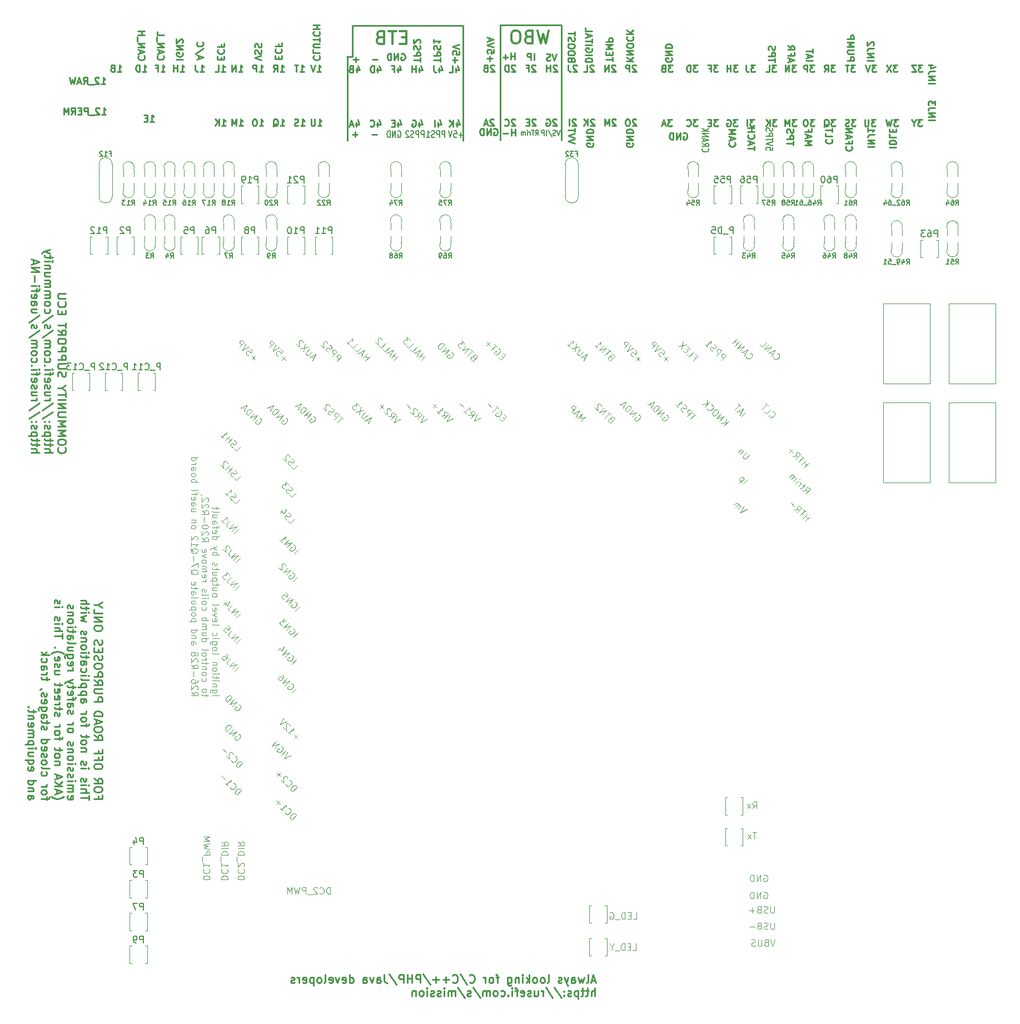
<source format=gbo>
G04 #@! TF.GenerationSoftware,KiCad,Pcbnew,7.0.11-7.0.11~ubuntu22.04.1*
G04 #@! TF.CreationDate,2024-03-12T20:49:15+00:00*
G04 #@! TF.ProjectId,uaefi-adapter-NA-90-95,75616566-692d-4616-9461-707465722d4e,rev?*
G04 #@! TF.SameCoordinates,Original*
G04 #@! TF.FileFunction,Legend,Bot*
G04 #@! TF.FilePolarity,Positive*
%FSLAX46Y46*%
G04 Gerber Fmt 4.6, Leading zero omitted, Abs format (unit mm)*
G04 Created by KiCad (PCBNEW 7.0.11-7.0.11~ubuntu22.04.1) date 2024-03-12 20:49:15*
%MOMM*%
%LPD*%
G01*
G04 APERTURE LIST*
%ADD10C,0.250000*%
%ADD11C,0.223520*%
%ADD12C,0.200000*%
%ADD13C,0.350000*%
%ADD14C,0.150000*%
%ADD15C,0.205000*%
%ADD16C,0.127000*%
%ADD17C,0.100000*%
%ADD18C,0.099060*%
%ADD19C,0.120000*%
G04 APERTURE END LIST*
D10*
X52561681Y150955341D02*
X52561681Y146195341D01*
X84421681Y151055341D02*
X75121681Y151055341D01*
X75121681Y151055341D02*
X75121681Y133545341D01*
X51801681Y146155341D02*
X51801681Y133445341D01*
X51791681Y146205341D02*
X52571681Y146205341D01*
X69411681Y150955341D02*
X52561681Y150955341D01*
X69411681Y133445341D02*
X69411681Y150955341D01*
X84421681Y133545341D02*
X84421681Y151055341D01*
D11*
X116979284Y145393246D02*
X116979284Y145973818D01*
X115963284Y145683532D02*
X116979284Y145683532D01*
X115963284Y146312484D02*
X116979284Y146312484D01*
X116979284Y146312484D02*
X116979284Y146699532D01*
X116979284Y146699532D02*
X116930903Y146796294D01*
X116930903Y146796294D02*
X116882522Y146844675D01*
X116882522Y146844675D02*
X116785760Y146893056D01*
X116785760Y146893056D02*
X116640617Y146893056D01*
X116640617Y146893056D02*
X116543855Y146844675D01*
X116543855Y146844675D02*
X116495474Y146796294D01*
X116495474Y146796294D02*
X116447093Y146699532D01*
X116447093Y146699532D02*
X116447093Y146312484D01*
X116011665Y147280103D02*
X115963284Y147425246D01*
X115963284Y147425246D02*
X115963284Y147667151D01*
X115963284Y147667151D02*
X116011665Y147763913D01*
X116011665Y147763913D02*
X116060045Y147812294D01*
X116060045Y147812294D02*
X116156807Y147860675D01*
X116156807Y147860675D02*
X116253569Y147860675D01*
X116253569Y147860675D02*
X116350331Y147812294D01*
X116350331Y147812294D02*
X116398712Y147763913D01*
X116398712Y147763913D02*
X116447093Y147667151D01*
X116447093Y147667151D02*
X116495474Y147473627D01*
X116495474Y147473627D02*
X116543855Y147376865D01*
X116543855Y147376865D02*
X116592236Y147328484D01*
X116592236Y147328484D02*
X116688998Y147280103D01*
X116688998Y147280103D02*
X116785760Y147280103D01*
X116785760Y147280103D02*
X116882522Y147328484D01*
X116882522Y147328484D02*
X116930903Y147376865D01*
X116930903Y147376865D02*
X116979284Y147473627D01*
X116979284Y147473627D02*
X116979284Y147715532D01*
X116979284Y147715532D02*
X116930903Y147860675D01*
X46720045Y146379152D02*
X46671665Y146330771D01*
X46671665Y146330771D02*
X46623284Y146185628D01*
X46623284Y146185628D02*
X46623284Y146088866D01*
X46623284Y146088866D02*
X46671665Y145943723D01*
X46671665Y145943723D02*
X46768426Y145846961D01*
X46768426Y145846961D02*
X46865188Y145798580D01*
X46865188Y145798580D02*
X47058712Y145750199D01*
X47058712Y145750199D02*
X47203855Y145750199D01*
X47203855Y145750199D02*
X47397379Y145798580D01*
X47397379Y145798580D02*
X47494141Y145846961D01*
X47494141Y145846961D02*
X47590903Y145943723D01*
X47590903Y145943723D02*
X47639284Y146088866D01*
X47639284Y146088866D02*
X47639284Y146185628D01*
X47639284Y146185628D02*
X47590903Y146330771D01*
X47590903Y146330771D02*
X47542522Y146379152D01*
X46623284Y147298390D02*
X46623284Y146814580D01*
X46623284Y146814580D02*
X47639284Y146814580D01*
X47639284Y147637056D02*
X46816807Y147637056D01*
X46816807Y147637056D02*
X46720045Y147685437D01*
X46720045Y147685437D02*
X46671665Y147733818D01*
X46671665Y147733818D02*
X46623284Y147830580D01*
X46623284Y147830580D02*
X46623284Y148024104D01*
X46623284Y148024104D02*
X46671665Y148120866D01*
X46671665Y148120866D02*
X46720045Y148169247D01*
X46720045Y148169247D02*
X46816807Y148217628D01*
X46816807Y148217628D02*
X47639284Y148217628D01*
X47639284Y148556294D02*
X47639284Y149136866D01*
X46623284Y148846580D02*
X47639284Y148846580D01*
X46720045Y150056104D02*
X46671665Y150007723D01*
X46671665Y150007723D02*
X46623284Y149862580D01*
X46623284Y149862580D02*
X46623284Y149765818D01*
X46623284Y149765818D02*
X46671665Y149620675D01*
X46671665Y149620675D02*
X46768426Y149523913D01*
X46768426Y149523913D02*
X46865188Y149475532D01*
X46865188Y149475532D02*
X47058712Y149427151D01*
X47058712Y149427151D02*
X47203855Y149427151D01*
X47203855Y149427151D02*
X47397379Y149475532D01*
X47397379Y149475532D02*
X47494141Y149523913D01*
X47494141Y149523913D02*
X47590903Y149620675D01*
X47590903Y149620675D02*
X47639284Y149765818D01*
X47639284Y149765818D02*
X47639284Y149862580D01*
X47639284Y149862580D02*
X47590903Y150007723D01*
X47590903Y150007723D02*
X47542522Y150056104D01*
X46623284Y150491532D02*
X47639284Y150491532D01*
X47155474Y150491532D02*
X47155474Y151072104D01*
X46623284Y151072104D02*
X47639284Y151072104D01*
X56424476Y144518938D02*
X56424476Y143841605D01*
X56666381Y144905985D02*
X56908286Y144180271D01*
X56908286Y144180271D02*
X56279333Y144180271D01*
X55892286Y143841605D02*
X55892286Y144857605D01*
X55892286Y144857605D02*
X55650381Y144857605D01*
X55650381Y144857605D02*
X55505238Y144809224D01*
X55505238Y144809224D02*
X55408476Y144712462D01*
X55408476Y144712462D02*
X55360095Y144615700D01*
X55360095Y144615700D02*
X55311714Y144422176D01*
X55311714Y144422176D02*
X55311714Y144277033D01*
X55311714Y144277033D02*
X55360095Y144083509D01*
X55360095Y144083509D02*
X55408476Y143986747D01*
X55408476Y143986747D02*
X55505238Y143889985D01*
X55505238Y143889985D02*
X55650381Y143841605D01*
X55650381Y143841605D02*
X55892286Y143841605D01*
X139422477Y144932605D02*
X138793524Y144932605D01*
X138793524Y144932605D02*
X139132191Y144545557D01*
X139132191Y144545557D02*
X138987048Y144545557D01*
X138987048Y144545557D02*
X138890286Y144497176D01*
X138890286Y144497176D02*
X138841905Y144448795D01*
X138841905Y144448795D02*
X138793524Y144352033D01*
X138793524Y144352033D02*
X138793524Y144110128D01*
X138793524Y144110128D02*
X138841905Y144013366D01*
X138841905Y144013366D02*
X138890286Y143964985D01*
X138890286Y143964985D02*
X138987048Y143916605D01*
X138987048Y143916605D02*
X139277334Y143916605D01*
X139277334Y143916605D02*
X139374096Y143964985D01*
X139374096Y143964985D02*
X139422477Y144013366D01*
X138454858Y144932605D02*
X137777524Y144932605D01*
X137777524Y144932605D02*
X138454858Y143916605D01*
X138454858Y143916605D02*
X137777524Y143916605D01*
X103000775Y134589564D02*
X103097537Y134637945D01*
X103097537Y134637945D02*
X103242680Y134637945D01*
X103242680Y134637945D02*
X103387823Y134589564D01*
X103387823Y134589564D02*
X103484585Y134492802D01*
X103484585Y134492802D02*
X103532966Y134396040D01*
X103532966Y134396040D02*
X103581347Y134202516D01*
X103581347Y134202516D02*
X103581347Y134057373D01*
X103581347Y134057373D02*
X103532966Y133863849D01*
X103532966Y133863849D02*
X103484585Y133767087D01*
X103484585Y133767087D02*
X103387823Y133670325D01*
X103387823Y133670325D02*
X103242680Y133621945D01*
X103242680Y133621945D02*
X103145918Y133621945D01*
X103145918Y133621945D02*
X103000775Y133670325D01*
X103000775Y133670325D02*
X102952394Y133718706D01*
X102952394Y133718706D02*
X102952394Y134057373D01*
X102952394Y134057373D02*
X103145918Y134057373D01*
X102516966Y133621945D02*
X102516966Y134637945D01*
X102516966Y134637945D02*
X101936394Y133621945D01*
X101936394Y133621945D02*
X101936394Y134637945D01*
X101452585Y133621945D02*
X101452585Y134637945D01*
X101452585Y134637945D02*
X101210680Y134637945D01*
X101210680Y134637945D02*
X101065537Y134589564D01*
X101065537Y134589564D02*
X100968775Y134492802D01*
X100968775Y134492802D02*
X100920394Y134396040D01*
X100920394Y134396040D02*
X100872013Y134202516D01*
X100872013Y134202516D02*
X100872013Y134057373D01*
X100872013Y134057373D02*
X100920394Y133863849D01*
X100920394Y133863849D02*
X100968775Y133767087D01*
X100968775Y133767087D02*
X101065537Y133670325D01*
X101065537Y133670325D02*
X101210680Y133621945D01*
X101210680Y133621945D02*
X101452585Y133621945D01*
X77350919Y145776945D02*
X77350919Y146792945D01*
X77350919Y146309135D02*
X76770347Y146309135D01*
X76770347Y145776945D02*
X76770347Y146792945D01*
X76286538Y146163992D02*
X75512443Y146163992D01*
X75899490Y145776945D02*
X75899490Y146551040D01*
X44733524Y135711605D02*
X45314096Y135711605D01*
X45023810Y135711605D02*
X45023810Y136727605D01*
X45023810Y136727605D02*
X45120572Y136582462D01*
X45120572Y136582462D02*
X45217334Y136485700D01*
X45217334Y136485700D02*
X45314096Y136437319D01*
X44346477Y135759985D02*
X44201334Y135711605D01*
X44201334Y135711605D02*
X43959429Y135711605D01*
X43959429Y135711605D02*
X43862667Y135759985D01*
X43862667Y135759985D02*
X43814286Y135808366D01*
X43814286Y135808366D02*
X43765905Y135905128D01*
X43765905Y135905128D02*
X43765905Y136001890D01*
X43765905Y136001890D02*
X43814286Y136098652D01*
X43814286Y136098652D02*
X43862667Y136147033D01*
X43862667Y136147033D02*
X43959429Y136195414D01*
X43959429Y136195414D02*
X44152953Y136243795D01*
X44152953Y136243795D02*
X44249715Y136292176D01*
X44249715Y136292176D02*
X44298096Y136340557D01*
X44298096Y136340557D02*
X44346477Y136437319D01*
X44346477Y136437319D02*
X44346477Y136534081D01*
X44346477Y136534081D02*
X44298096Y136630843D01*
X44298096Y136630843D02*
X44249715Y136679224D01*
X44249715Y136679224D02*
X44152953Y136727605D01*
X44152953Y136727605D02*
X43911048Y136727605D01*
X43911048Y136727605D02*
X43765905Y136679224D01*
X135612477Y144932605D02*
X134983524Y144932605D01*
X134983524Y144932605D02*
X135322191Y144545557D01*
X135322191Y144545557D02*
X135177048Y144545557D01*
X135177048Y144545557D02*
X135080286Y144497176D01*
X135080286Y144497176D02*
X135031905Y144448795D01*
X135031905Y144448795D02*
X134983524Y144352033D01*
X134983524Y144352033D02*
X134983524Y144110128D01*
X134983524Y144110128D02*
X135031905Y144013366D01*
X135031905Y144013366D02*
X135080286Y143964985D01*
X135080286Y143964985D02*
X135177048Y143916605D01*
X135177048Y143916605D02*
X135467334Y143916605D01*
X135467334Y143916605D02*
X135564096Y143964985D01*
X135564096Y143964985D02*
X135612477Y144013366D01*
X134644858Y144932605D02*
X133967524Y143916605D01*
X133967524Y144932605D02*
X134644858Y143916605D01*
X131103284Y132502294D02*
X132119284Y132502294D01*
X131103284Y132986104D02*
X132119284Y132986104D01*
X132119284Y132986104D02*
X131103284Y133566676D01*
X131103284Y133566676D02*
X132119284Y133566676D01*
X132119284Y134340771D02*
X131393569Y134340771D01*
X131393569Y134340771D02*
X131248426Y134292390D01*
X131248426Y134292390D02*
X131151665Y134195628D01*
X131151665Y134195628D02*
X131103284Y134050485D01*
X131103284Y134050485D02*
X131103284Y133953723D01*
X131103284Y135356771D02*
X131103284Y134776199D01*
X131103284Y135066485D02*
X132119284Y135066485D01*
X132119284Y135066485D02*
X131974141Y134969723D01*
X131974141Y134969723D02*
X131877379Y134872961D01*
X131877379Y134872961D02*
X131828998Y134776199D01*
D10*
X89597431Y5535620D02*
X89002193Y5535620D01*
X89716479Y5178477D02*
X89299812Y6428477D01*
X89299812Y6428477D02*
X88883146Y5178477D01*
X88287907Y5178477D02*
X88406955Y5238000D01*
X88406955Y5238000D02*
X88466478Y5357048D01*
X88466478Y5357048D02*
X88466478Y6428477D01*
X87930764Y6011810D02*
X87692669Y5178477D01*
X87692669Y5178477D02*
X87454574Y5773715D01*
X87454574Y5773715D02*
X87216478Y5178477D01*
X87216478Y5178477D02*
X86978383Y6011810D01*
X85966478Y5178477D02*
X85966478Y5833239D01*
X85966478Y5833239D02*
X86026002Y5952286D01*
X86026002Y5952286D02*
X86145050Y6011810D01*
X86145050Y6011810D02*
X86383145Y6011810D01*
X86383145Y6011810D02*
X86502192Y5952286D01*
X85966478Y5238000D02*
X86085526Y5178477D01*
X86085526Y5178477D02*
X86383145Y5178477D01*
X86383145Y5178477D02*
X86502192Y5238000D01*
X86502192Y5238000D02*
X86561716Y5357048D01*
X86561716Y5357048D02*
X86561716Y5476096D01*
X86561716Y5476096D02*
X86502192Y5595143D01*
X86502192Y5595143D02*
X86383145Y5654667D01*
X86383145Y5654667D02*
X86085526Y5654667D01*
X86085526Y5654667D02*
X85966478Y5714191D01*
X85490288Y6011810D02*
X85192669Y5178477D01*
X84895050Y6011810D02*
X85192669Y5178477D01*
X85192669Y5178477D02*
X85311717Y4880858D01*
X85311717Y4880858D02*
X85371240Y4821334D01*
X85371240Y4821334D02*
X85490288Y4761810D01*
X84478383Y5238000D02*
X84359336Y5178477D01*
X84359336Y5178477D02*
X84121240Y5178477D01*
X84121240Y5178477D02*
X84002193Y5238000D01*
X84002193Y5238000D02*
X83942669Y5357048D01*
X83942669Y5357048D02*
X83942669Y5416572D01*
X83942669Y5416572D02*
X84002193Y5535620D01*
X84002193Y5535620D02*
X84121240Y5595143D01*
X84121240Y5595143D02*
X84299812Y5595143D01*
X84299812Y5595143D02*
X84418859Y5654667D01*
X84418859Y5654667D02*
X84478383Y5773715D01*
X84478383Y5773715D02*
X84478383Y5833239D01*
X84478383Y5833239D02*
X84418859Y5952286D01*
X84418859Y5952286D02*
X84299812Y6011810D01*
X84299812Y6011810D02*
X84121240Y6011810D01*
X84121240Y6011810D02*
X84002193Y5952286D01*
X82276002Y5178477D02*
X82395050Y5238000D01*
X82395050Y5238000D02*
X82454573Y5357048D01*
X82454573Y5357048D02*
X82454573Y6428477D01*
X81621240Y5178477D02*
X81740288Y5238000D01*
X81740288Y5238000D02*
X81799811Y5297524D01*
X81799811Y5297524D02*
X81859335Y5416572D01*
X81859335Y5416572D02*
X81859335Y5773715D01*
X81859335Y5773715D02*
X81799811Y5892762D01*
X81799811Y5892762D02*
X81740288Y5952286D01*
X81740288Y5952286D02*
X81621240Y6011810D01*
X81621240Y6011810D02*
X81442669Y6011810D01*
X81442669Y6011810D02*
X81323621Y5952286D01*
X81323621Y5952286D02*
X81264097Y5892762D01*
X81264097Y5892762D02*
X81204573Y5773715D01*
X81204573Y5773715D02*
X81204573Y5416572D01*
X81204573Y5416572D02*
X81264097Y5297524D01*
X81264097Y5297524D02*
X81323621Y5238000D01*
X81323621Y5238000D02*
X81442669Y5178477D01*
X81442669Y5178477D02*
X81621240Y5178477D01*
X80490288Y5178477D02*
X80609336Y5238000D01*
X80609336Y5238000D02*
X80668859Y5297524D01*
X80668859Y5297524D02*
X80728383Y5416572D01*
X80728383Y5416572D02*
X80728383Y5773715D01*
X80728383Y5773715D02*
X80668859Y5892762D01*
X80668859Y5892762D02*
X80609336Y5952286D01*
X80609336Y5952286D02*
X80490288Y6011810D01*
X80490288Y6011810D02*
X80311717Y6011810D01*
X80311717Y6011810D02*
X80192669Y5952286D01*
X80192669Y5952286D02*
X80133145Y5892762D01*
X80133145Y5892762D02*
X80073621Y5773715D01*
X80073621Y5773715D02*
X80073621Y5416572D01*
X80073621Y5416572D02*
X80133145Y5297524D01*
X80133145Y5297524D02*
X80192669Y5238000D01*
X80192669Y5238000D02*
X80311717Y5178477D01*
X80311717Y5178477D02*
X80490288Y5178477D01*
X79537907Y5178477D02*
X79537907Y6428477D01*
X79418860Y5654667D02*
X79061717Y5178477D01*
X79061717Y6011810D02*
X79537907Y5535620D01*
X78526002Y5178477D02*
X78526002Y6011810D01*
X78526002Y6428477D02*
X78585526Y6368953D01*
X78585526Y6368953D02*
X78526002Y6309429D01*
X78526002Y6309429D02*
X78466479Y6368953D01*
X78466479Y6368953D02*
X78526002Y6428477D01*
X78526002Y6428477D02*
X78526002Y6309429D01*
X77930764Y6011810D02*
X77930764Y5178477D01*
X77930764Y5892762D02*
X77871241Y5952286D01*
X77871241Y5952286D02*
X77752193Y6011810D01*
X77752193Y6011810D02*
X77573622Y6011810D01*
X77573622Y6011810D02*
X77454574Y5952286D01*
X77454574Y5952286D02*
X77395050Y5833239D01*
X77395050Y5833239D02*
X77395050Y5178477D01*
X76264098Y6011810D02*
X76264098Y4999905D01*
X76264098Y4999905D02*
X76323622Y4880858D01*
X76323622Y4880858D02*
X76383146Y4821334D01*
X76383146Y4821334D02*
X76502193Y4761810D01*
X76502193Y4761810D02*
X76680765Y4761810D01*
X76680765Y4761810D02*
X76799812Y4821334D01*
X76264098Y5238000D02*
X76383146Y5178477D01*
X76383146Y5178477D02*
X76621241Y5178477D01*
X76621241Y5178477D02*
X76740289Y5238000D01*
X76740289Y5238000D02*
X76799812Y5297524D01*
X76799812Y5297524D02*
X76859336Y5416572D01*
X76859336Y5416572D02*
X76859336Y5773715D01*
X76859336Y5773715D02*
X76799812Y5892762D01*
X76799812Y5892762D02*
X76740289Y5952286D01*
X76740289Y5952286D02*
X76621241Y6011810D01*
X76621241Y6011810D02*
X76383146Y6011810D01*
X76383146Y6011810D02*
X76264098Y5952286D01*
X74895051Y6011810D02*
X74418860Y6011810D01*
X74716479Y5178477D02*
X74716479Y6249905D01*
X74716479Y6249905D02*
X74656956Y6368953D01*
X74656956Y6368953D02*
X74537908Y6428477D01*
X74537908Y6428477D02*
X74418860Y6428477D01*
X73823622Y5178477D02*
X73942670Y5238000D01*
X73942670Y5238000D02*
X74002193Y5297524D01*
X74002193Y5297524D02*
X74061717Y5416572D01*
X74061717Y5416572D02*
X74061717Y5773715D01*
X74061717Y5773715D02*
X74002193Y5892762D01*
X74002193Y5892762D02*
X73942670Y5952286D01*
X73942670Y5952286D02*
X73823622Y6011810D01*
X73823622Y6011810D02*
X73645051Y6011810D01*
X73645051Y6011810D02*
X73526003Y5952286D01*
X73526003Y5952286D02*
X73466479Y5892762D01*
X73466479Y5892762D02*
X73406955Y5773715D01*
X73406955Y5773715D02*
X73406955Y5416572D01*
X73406955Y5416572D02*
X73466479Y5297524D01*
X73466479Y5297524D02*
X73526003Y5238000D01*
X73526003Y5238000D02*
X73645051Y5178477D01*
X73645051Y5178477D02*
X73823622Y5178477D01*
X72871241Y5178477D02*
X72871241Y6011810D01*
X72871241Y5773715D02*
X72811718Y5892762D01*
X72811718Y5892762D02*
X72752194Y5952286D01*
X72752194Y5952286D02*
X72633146Y6011810D01*
X72633146Y6011810D02*
X72514099Y6011810D01*
X70430765Y5297524D02*
X70490289Y5238000D01*
X70490289Y5238000D02*
X70668860Y5178477D01*
X70668860Y5178477D02*
X70787908Y5178477D01*
X70787908Y5178477D02*
X70966479Y5238000D01*
X70966479Y5238000D02*
X71085527Y5357048D01*
X71085527Y5357048D02*
X71145050Y5476096D01*
X71145050Y5476096D02*
X71204574Y5714191D01*
X71204574Y5714191D02*
X71204574Y5892762D01*
X71204574Y5892762D02*
X71145050Y6130858D01*
X71145050Y6130858D02*
X71085527Y6249905D01*
X71085527Y6249905D02*
X70966479Y6368953D01*
X70966479Y6368953D02*
X70787908Y6428477D01*
X70787908Y6428477D02*
X70668860Y6428477D01*
X70668860Y6428477D02*
X70490289Y6368953D01*
X70490289Y6368953D02*
X70430765Y6309429D01*
X69002193Y6488000D02*
X70073622Y4880858D01*
X67871241Y5297524D02*
X67930765Y5238000D01*
X67930765Y5238000D02*
X68109336Y5178477D01*
X68109336Y5178477D02*
X68228384Y5178477D01*
X68228384Y5178477D02*
X68406955Y5238000D01*
X68406955Y5238000D02*
X68526003Y5357048D01*
X68526003Y5357048D02*
X68585526Y5476096D01*
X68585526Y5476096D02*
X68645050Y5714191D01*
X68645050Y5714191D02*
X68645050Y5892762D01*
X68645050Y5892762D02*
X68585526Y6130858D01*
X68585526Y6130858D02*
X68526003Y6249905D01*
X68526003Y6249905D02*
X68406955Y6368953D01*
X68406955Y6368953D02*
X68228384Y6428477D01*
X68228384Y6428477D02*
X68109336Y6428477D01*
X68109336Y6428477D02*
X67930765Y6368953D01*
X67930765Y6368953D02*
X67871241Y6309429D01*
X67335526Y5654667D02*
X66383146Y5654667D01*
X66859336Y5178477D02*
X66859336Y6130858D01*
X65787907Y5654667D02*
X64835527Y5654667D01*
X65311717Y5178477D02*
X65311717Y6130858D01*
X63347431Y6488000D02*
X64418860Y4880858D01*
X62930764Y5178477D02*
X62930764Y6428477D01*
X62930764Y6428477D02*
X62454574Y6428477D01*
X62454574Y6428477D02*
X62335526Y6368953D01*
X62335526Y6368953D02*
X62276003Y6309429D01*
X62276003Y6309429D02*
X62216479Y6190381D01*
X62216479Y6190381D02*
X62216479Y6011810D01*
X62216479Y6011810D02*
X62276003Y5892762D01*
X62276003Y5892762D02*
X62335526Y5833239D01*
X62335526Y5833239D02*
X62454574Y5773715D01*
X62454574Y5773715D02*
X62930764Y5773715D01*
X61680764Y5178477D02*
X61680764Y6428477D01*
X61680764Y5833239D02*
X60966479Y5833239D01*
X60966479Y5178477D02*
X60966479Y6428477D01*
X60371240Y5178477D02*
X60371240Y6428477D01*
X60371240Y6428477D02*
X59895050Y6428477D01*
X59895050Y6428477D02*
X59776002Y6368953D01*
X59776002Y6368953D02*
X59716479Y6309429D01*
X59716479Y6309429D02*
X59656955Y6190381D01*
X59656955Y6190381D02*
X59656955Y6011810D01*
X59656955Y6011810D02*
X59716479Y5892762D01*
X59716479Y5892762D02*
X59776002Y5833239D01*
X59776002Y5833239D02*
X59895050Y5773715D01*
X59895050Y5773715D02*
X60371240Y5773715D01*
X58228383Y6488000D02*
X59299812Y4880858D01*
X57454574Y6428477D02*
X57454574Y5535620D01*
X57454574Y5535620D02*
X57514097Y5357048D01*
X57514097Y5357048D02*
X57633145Y5238000D01*
X57633145Y5238000D02*
X57811716Y5178477D01*
X57811716Y5178477D02*
X57930764Y5178477D01*
X56323621Y5178477D02*
X56323621Y5833239D01*
X56323621Y5833239D02*
X56383145Y5952286D01*
X56383145Y5952286D02*
X56502193Y6011810D01*
X56502193Y6011810D02*
X56740288Y6011810D01*
X56740288Y6011810D02*
X56859335Y5952286D01*
X56323621Y5238000D02*
X56442669Y5178477D01*
X56442669Y5178477D02*
X56740288Y5178477D01*
X56740288Y5178477D02*
X56859335Y5238000D01*
X56859335Y5238000D02*
X56918859Y5357048D01*
X56918859Y5357048D02*
X56918859Y5476096D01*
X56918859Y5476096D02*
X56859335Y5595143D01*
X56859335Y5595143D02*
X56740288Y5654667D01*
X56740288Y5654667D02*
X56442669Y5654667D01*
X56442669Y5654667D02*
X56323621Y5714191D01*
X55847431Y6011810D02*
X55549812Y5178477D01*
X55549812Y5178477D02*
X55252193Y6011810D01*
X54240288Y5178477D02*
X54240288Y5833239D01*
X54240288Y5833239D02*
X54299812Y5952286D01*
X54299812Y5952286D02*
X54418860Y6011810D01*
X54418860Y6011810D02*
X54656955Y6011810D01*
X54656955Y6011810D02*
X54776002Y5952286D01*
X54240288Y5238000D02*
X54359336Y5178477D01*
X54359336Y5178477D02*
X54656955Y5178477D01*
X54656955Y5178477D02*
X54776002Y5238000D01*
X54776002Y5238000D02*
X54835526Y5357048D01*
X54835526Y5357048D02*
X54835526Y5476096D01*
X54835526Y5476096D02*
X54776002Y5595143D01*
X54776002Y5595143D02*
X54656955Y5654667D01*
X54656955Y5654667D02*
X54359336Y5654667D01*
X54359336Y5654667D02*
X54240288Y5714191D01*
X52156955Y5178477D02*
X52156955Y6428477D01*
X52156955Y5238000D02*
X52276003Y5178477D01*
X52276003Y5178477D02*
X52514098Y5178477D01*
X52514098Y5178477D02*
X52633146Y5238000D01*
X52633146Y5238000D02*
X52692669Y5297524D01*
X52692669Y5297524D02*
X52752193Y5416572D01*
X52752193Y5416572D02*
X52752193Y5773715D01*
X52752193Y5773715D02*
X52692669Y5892762D01*
X52692669Y5892762D02*
X52633146Y5952286D01*
X52633146Y5952286D02*
X52514098Y6011810D01*
X52514098Y6011810D02*
X52276003Y6011810D01*
X52276003Y6011810D02*
X52156955Y5952286D01*
X51085527Y5238000D02*
X51204575Y5178477D01*
X51204575Y5178477D02*
X51442670Y5178477D01*
X51442670Y5178477D02*
X51561717Y5238000D01*
X51561717Y5238000D02*
X51621241Y5357048D01*
X51621241Y5357048D02*
X51621241Y5833239D01*
X51621241Y5833239D02*
X51561717Y5952286D01*
X51561717Y5952286D02*
X51442670Y6011810D01*
X51442670Y6011810D02*
X51204575Y6011810D01*
X51204575Y6011810D02*
X51085527Y5952286D01*
X51085527Y5952286D02*
X51026003Y5833239D01*
X51026003Y5833239D02*
X51026003Y5714191D01*
X51026003Y5714191D02*
X51621241Y5595143D01*
X50609336Y6011810D02*
X50311717Y5178477D01*
X50311717Y5178477D02*
X50014098Y6011810D01*
X49061717Y5238000D02*
X49180765Y5178477D01*
X49180765Y5178477D02*
X49418860Y5178477D01*
X49418860Y5178477D02*
X49537907Y5238000D01*
X49537907Y5238000D02*
X49597431Y5357048D01*
X49597431Y5357048D02*
X49597431Y5833239D01*
X49597431Y5833239D02*
X49537907Y5952286D01*
X49537907Y5952286D02*
X49418860Y6011810D01*
X49418860Y6011810D02*
X49180765Y6011810D01*
X49180765Y6011810D02*
X49061717Y5952286D01*
X49061717Y5952286D02*
X49002193Y5833239D01*
X49002193Y5833239D02*
X49002193Y5714191D01*
X49002193Y5714191D02*
X49597431Y5595143D01*
X48287907Y5178477D02*
X48406955Y5238000D01*
X48406955Y5238000D02*
X48466478Y5357048D01*
X48466478Y5357048D02*
X48466478Y6428477D01*
X47633145Y5178477D02*
X47752193Y5238000D01*
X47752193Y5238000D02*
X47811716Y5297524D01*
X47811716Y5297524D02*
X47871240Y5416572D01*
X47871240Y5416572D02*
X47871240Y5773715D01*
X47871240Y5773715D02*
X47811716Y5892762D01*
X47811716Y5892762D02*
X47752193Y5952286D01*
X47752193Y5952286D02*
X47633145Y6011810D01*
X47633145Y6011810D02*
X47454574Y6011810D01*
X47454574Y6011810D02*
X47335526Y5952286D01*
X47335526Y5952286D02*
X47276002Y5892762D01*
X47276002Y5892762D02*
X47216478Y5773715D01*
X47216478Y5773715D02*
X47216478Y5416572D01*
X47216478Y5416572D02*
X47276002Y5297524D01*
X47276002Y5297524D02*
X47335526Y5238000D01*
X47335526Y5238000D02*
X47454574Y5178477D01*
X47454574Y5178477D02*
X47633145Y5178477D01*
X46680764Y6011810D02*
X46680764Y4761810D01*
X46680764Y5952286D02*
X46561717Y6011810D01*
X46561717Y6011810D02*
X46323622Y6011810D01*
X46323622Y6011810D02*
X46204574Y5952286D01*
X46204574Y5952286D02*
X46145050Y5892762D01*
X46145050Y5892762D02*
X46085526Y5773715D01*
X46085526Y5773715D02*
X46085526Y5416572D01*
X46085526Y5416572D02*
X46145050Y5297524D01*
X46145050Y5297524D02*
X46204574Y5238000D01*
X46204574Y5238000D02*
X46323622Y5178477D01*
X46323622Y5178477D02*
X46561717Y5178477D01*
X46561717Y5178477D02*
X46680764Y5238000D01*
X45073622Y5238000D02*
X45192670Y5178477D01*
X45192670Y5178477D02*
X45430765Y5178477D01*
X45430765Y5178477D02*
X45549812Y5238000D01*
X45549812Y5238000D02*
X45609336Y5357048D01*
X45609336Y5357048D02*
X45609336Y5833239D01*
X45609336Y5833239D02*
X45549812Y5952286D01*
X45549812Y5952286D02*
X45430765Y6011810D01*
X45430765Y6011810D02*
X45192670Y6011810D01*
X45192670Y6011810D02*
X45073622Y5952286D01*
X45073622Y5952286D02*
X45014098Y5833239D01*
X45014098Y5833239D02*
X45014098Y5714191D01*
X45014098Y5714191D02*
X45609336Y5595143D01*
X44478383Y5178477D02*
X44478383Y6011810D01*
X44478383Y5773715D02*
X44418860Y5892762D01*
X44418860Y5892762D02*
X44359336Y5952286D01*
X44359336Y5952286D02*
X44240288Y6011810D01*
X44240288Y6011810D02*
X44121241Y6011810D01*
X43764097Y5238000D02*
X43645050Y5178477D01*
X43645050Y5178477D02*
X43406954Y5178477D01*
X43406954Y5178477D02*
X43287907Y5238000D01*
X43287907Y5238000D02*
X43228383Y5357048D01*
X43228383Y5357048D02*
X43228383Y5416572D01*
X43228383Y5416572D02*
X43287907Y5535620D01*
X43287907Y5535620D02*
X43406954Y5595143D01*
X43406954Y5595143D02*
X43585526Y5595143D01*
X43585526Y5595143D02*
X43704573Y5654667D01*
X43704573Y5654667D02*
X43764097Y5773715D01*
X43764097Y5773715D02*
X43764097Y5833239D01*
X43764097Y5833239D02*
X43704573Y5952286D01*
X43704573Y5952286D02*
X43585526Y6011810D01*
X43585526Y6011810D02*
X43406954Y6011810D01*
X43406954Y6011810D02*
X43287907Y5952286D01*
X89537907Y3165977D02*
X89537907Y4415977D01*
X89002193Y3165977D02*
X89002193Y3820739D01*
X89002193Y3820739D02*
X89061717Y3939786D01*
X89061717Y3939786D02*
X89180765Y3999310D01*
X89180765Y3999310D02*
X89359336Y3999310D01*
X89359336Y3999310D02*
X89478384Y3939786D01*
X89478384Y3939786D02*
X89537907Y3880262D01*
X88585527Y3999310D02*
X88109336Y3999310D01*
X88406955Y4415977D02*
X88406955Y3344548D01*
X88406955Y3344548D02*
X88347432Y3225500D01*
X88347432Y3225500D02*
X88228384Y3165977D01*
X88228384Y3165977D02*
X88109336Y3165977D01*
X87871241Y3999310D02*
X87395050Y3999310D01*
X87692669Y4415977D02*
X87692669Y3344548D01*
X87692669Y3344548D02*
X87633146Y3225500D01*
X87633146Y3225500D02*
X87514098Y3165977D01*
X87514098Y3165977D02*
X87395050Y3165977D01*
X86978383Y3999310D02*
X86978383Y2749310D01*
X86978383Y3939786D02*
X86859336Y3999310D01*
X86859336Y3999310D02*
X86621241Y3999310D01*
X86621241Y3999310D02*
X86502193Y3939786D01*
X86502193Y3939786D02*
X86442669Y3880262D01*
X86442669Y3880262D02*
X86383145Y3761215D01*
X86383145Y3761215D02*
X86383145Y3404072D01*
X86383145Y3404072D02*
X86442669Y3285024D01*
X86442669Y3285024D02*
X86502193Y3225500D01*
X86502193Y3225500D02*
X86621241Y3165977D01*
X86621241Y3165977D02*
X86859336Y3165977D01*
X86859336Y3165977D02*
X86978383Y3225500D01*
X85906955Y3225500D02*
X85787908Y3165977D01*
X85787908Y3165977D02*
X85549812Y3165977D01*
X85549812Y3165977D02*
X85430765Y3225500D01*
X85430765Y3225500D02*
X85371241Y3344548D01*
X85371241Y3344548D02*
X85371241Y3404072D01*
X85371241Y3404072D02*
X85430765Y3523120D01*
X85430765Y3523120D02*
X85549812Y3582643D01*
X85549812Y3582643D02*
X85728384Y3582643D01*
X85728384Y3582643D02*
X85847431Y3642167D01*
X85847431Y3642167D02*
X85906955Y3761215D01*
X85906955Y3761215D02*
X85906955Y3820739D01*
X85906955Y3820739D02*
X85847431Y3939786D01*
X85847431Y3939786D02*
X85728384Y3999310D01*
X85728384Y3999310D02*
X85549812Y3999310D01*
X85549812Y3999310D02*
X85430765Y3939786D01*
X84835526Y3285024D02*
X84776003Y3225500D01*
X84776003Y3225500D02*
X84835526Y3165977D01*
X84835526Y3165977D02*
X84895050Y3225500D01*
X84895050Y3225500D02*
X84835526Y3285024D01*
X84835526Y3285024D02*
X84835526Y3165977D01*
X84835526Y3939786D02*
X84776003Y3880262D01*
X84776003Y3880262D02*
X84835526Y3820739D01*
X84835526Y3820739D02*
X84895050Y3880262D01*
X84895050Y3880262D02*
X84835526Y3939786D01*
X84835526Y3939786D02*
X84835526Y3820739D01*
X83347431Y4475500D02*
X84418860Y2868358D01*
X82037907Y4475500D02*
X83109336Y2868358D01*
X81621240Y3165977D02*
X81621240Y3999310D01*
X81621240Y3761215D02*
X81561717Y3880262D01*
X81561717Y3880262D02*
X81502193Y3939786D01*
X81502193Y3939786D02*
X81383145Y3999310D01*
X81383145Y3999310D02*
X81264098Y3999310D01*
X80311716Y3999310D02*
X80311716Y3165977D01*
X80847430Y3999310D02*
X80847430Y3344548D01*
X80847430Y3344548D02*
X80787907Y3225500D01*
X80787907Y3225500D02*
X80668859Y3165977D01*
X80668859Y3165977D02*
X80490288Y3165977D01*
X80490288Y3165977D02*
X80371240Y3225500D01*
X80371240Y3225500D02*
X80311716Y3285024D01*
X79776002Y3225500D02*
X79656955Y3165977D01*
X79656955Y3165977D02*
X79418859Y3165977D01*
X79418859Y3165977D02*
X79299812Y3225500D01*
X79299812Y3225500D02*
X79240288Y3344548D01*
X79240288Y3344548D02*
X79240288Y3404072D01*
X79240288Y3404072D02*
X79299812Y3523120D01*
X79299812Y3523120D02*
X79418859Y3582643D01*
X79418859Y3582643D02*
X79597431Y3582643D01*
X79597431Y3582643D02*
X79716478Y3642167D01*
X79716478Y3642167D02*
X79776002Y3761215D01*
X79776002Y3761215D02*
X79776002Y3820739D01*
X79776002Y3820739D02*
X79716478Y3939786D01*
X79716478Y3939786D02*
X79597431Y3999310D01*
X79597431Y3999310D02*
X79418859Y3999310D01*
X79418859Y3999310D02*
X79299812Y3939786D01*
X78228383Y3225500D02*
X78347431Y3165977D01*
X78347431Y3165977D02*
X78585526Y3165977D01*
X78585526Y3165977D02*
X78704573Y3225500D01*
X78704573Y3225500D02*
X78764097Y3344548D01*
X78764097Y3344548D02*
X78764097Y3820739D01*
X78764097Y3820739D02*
X78704573Y3939786D01*
X78704573Y3939786D02*
X78585526Y3999310D01*
X78585526Y3999310D02*
X78347431Y3999310D01*
X78347431Y3999310D02*
X78228383Y3939786D01*
X78228383Y3939786D02*
X78168859Y3820739D01*
X78168859Y3820739D02*
X78168859Y3701691D01*
X78168859Y3701691D02*
X78764097Y3582643D01*
X77811716Y3999310D02*
X77335525Y3999310D01*
X77633144Y3165977D02*
X77633144Y4237405D01*
X77633144Y4237405D02*
X77573621Y4356453D01*
X77573621Y4356453D02*
X77454573Y4415977D01*
X77454573Y4415977D02*
X77335525Y4415977D01*
X76918858Y3165977D02*
X76918858Y3999310D01*
X76918858Y4415977D02*
X76978382Y4356453D01*
X76978382Y4356453D02*
X76918858Y4296929D01*
X76918858Y4296929D02*
X76859335Y4356453D01*
X76859335Y4356453D02*
X76918858Y4415977D01*
X76918858Y4415977D02*
X76918858Y4296929D01*
X76323620Y3285024D02*
X76264097Y3225500D01*
X76264097Y3225500D02*
X76323620Y3165977D01*
X76323620Y3165977D02*
X76383144Y3225500D01*
X76383144Y3225500D02*
X76323620Y3285024D01*
X76323620Y3285024D02*
X76323620Y3165977D01*
X75192668Y3225500D02*
X75311716Y3165977D01*
X75311716Y3165977D02*
X75549811Y3165977D01*
X75549811Y3165977D02*
X75668859Y3225500D01*
X75668859Y3225500D02*
X75728382Y3285024D01*
X75728382Y3285024D02*
X75787906Y3404072D01*
X75787906Y3404072D02*
X75787906Y3761215D01*
X75787906Y3761215D02*
X75728382Y3880262D01*
X75728382Y3880262D02*
X75668859Y3939786D01*
X75668859Y3939786D02*
X75549811Y3999310D01*
X75549811Y3999310D02*
X75311716Y3999310D01*
X75311716Y3999310D02*
X75192668Y3939786D01*
X74478382Y3165977D02*
X74597430Y3225500D01*
X74597430Y3225500D02*
X74656953Y3285024D01*
X74656953Y3285024D02*
X74716477Y3404072D01*
X74716477Y3404072D02*
X74716477Y3761215D01*
X74716477Y3761215D02*
X74656953Y3880262D01*
X74656953Y3880262D02*
X74597430Y3939786D01*
X74597430Y3939786D02*
X74478382Y3999310D01*
X74478382Y3999310D02*
X74299811Y3999310D01*
X74299811Y3999310D02*
X74180763Y3939786D01*
X74180763Y3939786D02*
X74121239Y3880262D01*
X74121239Y3880262D02*
X74061715Y3761215D01*
X74061715Y3761215D02*
X74061715Y3404072D01*
X74061715Y3404072D02*
X74121239Y3285024D01*
X74121239Y3285024D02*
X74180763Y3225500D01*
X74180763Y3225500D02*
X74299811Y3165977D01*
X74299811Y3165977D02*
X74478382Y3165977D01*
X73526001Y3165977D02*
X73526001Y3999310D01*
X73526001Y3880262D02*
X73466478Y3939786D01*
X73466478Y3939786D02*
X73347430Y3999310D01*
X73347430Y3999310D02*
X73168859Y3999310D01*
X73168859Y3999310D02*
X73049811Y3939786D01*
X73049811Y3939786D02*
X72990287Y3820739D01*
X72990287Y3820739D02*
X72990287Y3165977D01*
X72990287Y3820739D02*
X72930763Y3939786D01*
X72930763Y3939786D02*
X72811716Y3999310D01*
X72811716Y3999310D02*
X72633144Y3999310D01*
X72633144Y3999310D02*
X72514097Y3939786D01*
X72514097Y3939786D02*
X72454573Y3820739D01*
X72454573Y3820739D02*
X72454573Y3165977D01*
X70966477Y4475500D02*
X72037906Y2868358D01*
X70609334Y3225500D02*
X70490287Y3165977D01*
X70490287Y3165977D02*
X70252191Y3165977D01*
X70252191Y3165977D02*
X70133144Y3225500D01*
X70133144Y3225500D02*
X70073620Y3344548D01*
X70073620Y3344548D02*
X70073620Y3404072D01*
X70073620Y3404072D02*
X70133144Y3523120D01*
X70133144Y3523120D02*
X70252191Y3582643D01*
X70252191Y3582643D02*
X70430763Y3582643D01*
X70430763Y3582643D02*
X70549810Y3642167D01*
X70549810Y3642167D02*
X70609334Y3761215D01*
X70609334Y3761215D02*
X70609334Y3820739D01*
X70609334Y3820739D02*
X70549810Y3939786D01*
X70549810Y3939786D02*
X70430763Y3999310D01*
X70430763Y3999310D02*
X70252191Y3999310D01*
X70252191Y3999310D02*
X70133144Y3939786D01*
X68645048Y4475500D02*
X69716477Y2868358D01*
X68228381Y3165977D02*
X68228381Y3999310D01*
X68228381Y3880262D02*
X68168858Y3939786D01*
X68168858Y3939786D02*
X68049810Y3999310D01*
X68049810Y3999310D02*
X67871239Y3999310D01*
X67871239Y3999310D02*
X67752191Y3939786D01*
X67752191Y3939786D02*
X67692667Y3820739D01*
X67692667Y3820739D02*
X67692667Y3165977D01*
X67692667Y3820739D02*
X67633143Y3939786D01*
X67633143Y3939786D02*
X67514096Y3999310D01*
X67514096Y3999310D02*
X67335524Y3999310D01*
X67335524Y3999310D02*
X67216477Y3939786D01*
X67216477Y3939786D02*
X67156953Y3820739D01*
X67156953Y3820739D02*
X67156953Y3165977D01*
X66561714Y3165977D02*
X66561714Y3999310D01*
X66561714Y4415977D02*
X66621238Y4356453D01*
X66621238Y4356453D02*
X66561714Y4296929D01*
X66561714Y4296929D02*
X66502191Y4356453D01*
X66502191Y4356453D02*
X66561714Y4415977D01*
X66561714Y4415977D02*
X66561714Y4296929D01*
X66026000Y3225500D02*
X65906953Y3165977D01*
X65906953Y3165977D02*
X65668857Y3165977D01*
X65668857Y3165977D02*
X65549810Y3225500D01*
X65549810Y3225500D02*
X65490286Y3344548D01*
X65490286Y3344548D02*
X65490286Y3404072D01*
X65490286Y3404072D02*
X65549810Y3523120D01*
X65549810Y3523120D02*
X65668857Y3582643D01*
X65668857Y3582643D02*
X65847429Y3582643D01*
X65847429Y3582643D02*
X65966476Y3642167D01*
X65966476Y3642167D02*
X66026000Y3761215D01*
X66026000Y3761215D02*
X66026000Y3820739D01*
X66026000Y3820739D02*
X65966476Y3939786D01*
X65966476Y3939786D02*
X65847429Y3999310D01*
X65847429Y3999310D02*
X65668857Y3999310D01*
X65668857Y3999310D02*
X65549810Y3939786D01*
X65014095Y3225500D02*
X64895048Y3165977D01*
X64895048Y3165977D02*
X64656952Y3165977D01*
X64656952Y3165977D02*
X64537905Y3225500D01*
X64537905Y3225500D02*
X64478381Y3344548D01*
X64478381Y3344548D02*
X64478381Y3404072D01*
X64478381Y3404072D02*
X64537905Y3523120D01*
X64537905Y3523120D02*
X64656952Y3582643D01*
X64656952Y3582643D02*
X64835524Y3582643D01*
X64835524Y3582643D02*
X64954571Y3642167D01*
X64954571Y3642167D02*
X65014095Y3761215D01*
X65014095Y3761215D02*
X65014095Y3820739D01*
X65014095Y3820739D02*
X64954571Y3939786D01*
X64954571Y3939786D02*
X64835524Y3999310D01*
X64835524Y3999310D02*
X64656952Y3999310D01*
X64656952Y3999310D02*
X64537905Y3939786D01*
X63942666Y3165977D02*
X63942666Y3999310D01*
X63942666Y4415977D02*
X64002190Y4356453D01*
X64002190Y4356453D02*
X63942666Y4296929D01*
X63942666Y4296929D02*
X63883143Y4356453D01*
X63883143Y4356453D02*
X63942666Y4415977D01*
X63942666Y4415977D02*
X63942666Y4296929D01*
X63168857Y3165977D02*
X63287905Y3225500D01*
X63287905Y3225500D02*
X63347428Y3285024D01*
X63347428Y3285024D02*
X63406952Y3404072D01*
X63406952Y3404072D02*
X63406952Y3761215D01*
X63406952Y3761215D02*
X63347428Y3880262D01*
X63347428Y3880262D02*
X63287905Y3939786D01*
X63287905Y3939786D02*
X63168857Y3999310D01*
X63168857Y3999310D02*
X62990286Y3999310D01*
X62990286Y3999310D02*
X62871238Y3939786D01*
X62871238Y3939786D02*
X62811714Y3880262D01*
X62811714Y3880262D02*
X62752190Y3761215D01*
X62752190Y3761215D02*
X62752190Y3404072D01*
X62752190Y3404072D02*
X62811714Y3285024D01*
X62811714Y3285024D02*
X62871238Y3225500D01*
X62871238Y3225500D02*
X62990286Y3165977D01*
X62990286Y3165977D02*
X63168857Y3165977D01*
X62216476Y3999310D02*
X62216476Y3165977D01*
X62216476Y3880262D02*
X62156953Y3939786D01*
X62156953Y3939786D02*
X62037905Y3999310D01*
X62037905Y3999310D02*
X61859334Y3999310D01*
X61859334Y3999310D02*
X61740286Y3939786D01*
X61740286Y3939786D02*
X61680762Y3820739D01*
X61680762Y3820739D02*
X61680762Y3165977D01*
D11*
X53176905Y136263938D02*
X53176905Y135586605D01*
X53418810Y136650985D02*
X53660715Y135925271D01*
X53660715Y135925271D02*
X53031762Y135925271D01*
X52693096Y135876890D02*
X52209286Y135876890D01*
X52789858Y135586605D02*
X52451191Y136602605D01*
X52451191Y136602605D02*
X52112524Y135586605D01*
D12*
X69430251Y134332768D02*
X68820728Y134332768D01*
X69125489Y133945721D02*
X69125489Y134719816D01*
X68058823Y134961721D02*
X68439775Y134961721D01*
X68439775Y134961721D02*
X68477871Y134477911D01*
X68477871Y134477911D02*
X68439775Y134526292D01*
X68439775Y134526292D02*
X68363585Y134574673D01*
X68363585Y134574673D02*
X68173109Y134574673D01*
X68173109Y134574673D02*
X68096918Y134526292D01*
X68096918Y134526292D02*
X68058823Y134477911D01*
X68058823Y134477911D02*
X68020728Y134381149D01*
X68020728Y134381149D02*
X68020728Y134139244D01*
X68020728Y134139244D02*
X68058823Y134042482D01*
X68058823Y134042482D02*
X68096918Y133994101D01*
X68096918Y133994101D02*
X68173109Y133945721D01*
X68173109Y133945721D02*
X68363585Y133945721D01*
X68363585Y133945721D02*
X68439775Y133994101D01*
X68439775Y133994101D02*
X68477871Y134042482D01*
X67792156Y134961721D02*
X67525489Y133945721D01*
X67525489Y133945721D02*
X67258823Y134961721D01*
D11*
X121663284Y145602865D02*
X122679284Y145602865D01*
X121953569Y146038294D02*
X121953569Y146522104D01*
X121663284Y145941532D02*
X122679284Y146280199D01*
X122679284Y146280199D02*
X121663284Y146618866D01*
X122679284Y146812389D02*
X122679284Y147392961D01*
X121663284Y147102675D02*
X122679284Y147102675D01*
X53249476Y144518938D02*
X53249476Y143841605D01*
X53491381Y144905985D02*
X53733286Y144180271D01*
X53733286Y144180271D02*
X53104333Y144180271D01*
X52378619Y144373795D02*
X52233476Y144325414D01*
X52233476Y144325414D02*
X52185095Y144277033D01*
X52185095Y144277033D02*
X52136714Y144180271D01*
X52136714Y144180271D02*
X52136714Y144035128D01*
X52136714Y144035128D02*
X52185095Y143938366D01*
X52185095Y143938366D02*
X52233476Y143889985D01*
X52233476Y143889985D02*
X52330238Y143841605D01*
X52330238Y143841605D02*
X52717286Y143841605D01*
X52717286Y143841605D02*
X52717286Y144857605D01*
X52717286Y144857605D02*
X52378619Y144857605D01*
X52378619Y144857605D02*
X52281857Y144809224D01*
X52281857Y144809224D02*
X52233476Y144760843D01*
X52233476Y144760843D02*
X52185095Y144664081D01*
X52185095Y144664081D02*
X52185095Y144567319D01*
X52185095Y144567319D02*
X52233476Y144470557D01*
X52233476Y144470557D02*
X52281857Y144422176D01*
X52281857Y144422176D02*
X52378619Y144373795D01*
X52378619Y144373795D02*
X52717286Y144373795D01*
D12*
X59541204Y134893340D02*
X59617394Y134941721D01*
X59617394Y134941721D02*
X59731680Y134941721D01*
X59731680Y134941721D02*
X59845966Y134893340D01*
X59845966Y134893340D02*
X59922156Y134796578D01*
X59922156Y134796578D02*
X59960251Y134699816D01*
X59960251Y134699816D02*
X59998347Y134506292D01*
X59998347Y134506292D02*
X59998347Y134361149D01*
X59998347Y134361149D02*
X59960251Y134167625D01*
X59960251Y134167625D02*
X59922156Y134070863D01*
X59922156Y134070863D02*
X59845966Y133974101D01*
X59845966Y133974101D02*
X59731680Y133925721D01*
X59731680Y133925721D02*
X59655489Y133925721D01*
X59655489Y133925721D02*
X59541204Y133974101D01*
X59541204Y133974101D02*
X59503108Y134022482D01*
X59503108Y134022482D02*
X59503108Y134361149D01*
X59503108Y134361149D02*
X59655489Y134361149D01*
X59160251Y133925721D02*
X59160251Y134941721D01*
X59160251Y134941721D02*
X58703108Y133925721D01*
X58703108Y133925721D02*
X58703108Y134941721D01*
X58322156Y133925721D02*
X58322156Y134941721D01*
X58322156Y134941721D02*
X58131680Y134941721D01*
X58131680Y134941721D02*
X58017394Y134893340D01*
X58017394Y134893340D02*
X57941204Y134796578D01*
X57941204Y134796578D02*
X57903109Y134699816D01*
X57903109Y134699816D02*
X57865013Y134506292D01*
X57865013Y134506292D02*
X57865013Y134361149D01*
X57865013Y134361149D02*
X57903109Y134167625D01*
X57903109Y134167625D02*
X57941204Y134070863D01*
X57941204Y134070863D02*
X58017394Y133974101D01*
X58017394Y133974101D02*
X58131680Y133925721D01*
X58131680Y133925721D02*
X58322156Y133925721D01*
D11*
X80485715Y144885843D02*
X80437334Y144934224D01*
X80437334Y144934224D02*
X80340572Y144982605D01*
X80340572Y144982605D02*
X80098667Y144982605D01*
X80098667Y144982605D02*
X80001905Y144934224D01*
X80001905Y144934224D02*
X79953524Y144885843D01*
X79953524Y144885843D02*
X79905143Y144789081D01*
X79905143Y144789081D02*
X79905143Y144692319D01*
X79905143Y144692319D02*
X79953524Y144547176D01*
X79953524Y144547176D02*
X80534096Y143966605D01*
X80534096Y143966605D02*
X79905143Y143966605D01*
X79131048Y144498795D02*
X79469715Y144498795D01*
X79469715Y143966605D02*
X79469715Y144982605D01*
X79469715Y144982605D02*
X78985905Y144982605D01*
X88113284Y145483722D02*
X89129284Y145483722D01*
X89129284Y145483722D02*
X89129284Y145725627D01*
X89129284Y145725627D02*
X89080903Y145870770D01*
X89080903Y145870770D02*
X88984141Y145967532D01*
X88984141Y145967532D02*
X88887379Y146015913D01*
X88887379Y146015913D02*
X88693855Y146064294D01*
X88693855Y146064294D02*
X88548712Y146064294D01*
X88548712Y146064294D02*
X88355188Y146015913D01*
X88355188Y146015913D02*
X88258426Y145967532D01*
X88258426Y145967532D02*
X88161665Y145870770D01*
X88161665Y145870770D02*
X88113284Y145725627D01*
X88113284Y145725627D02*
X88113284Y145483722D01*
X88113284Y146499722D02*
X89129284Y146499722D01*
X89080903Y147515723D02*
X89129284Y147418961D01*
X89129284Y147418961D02*
X89129284Y147273818D01*
X89129284Y147273818D02*
X89080903Y147128675D01*
X89080903Y147128675D02*
X88984141Y147031913D01*
X88984141Y147031913D02*
X88887379Y146983532D01*
X88887379Y146983532D02*
X88693855Y146935151D01*
X88693855Y146935151D02*
X88548712Y146935151D01*
X88548712Y146935151D02*
X88355188Y146983532D01*
X88355188Y146983532D02*
X88258426Y147031913D01*
X88258426Y147031913D02*
X88161665Y147128675D01*
X88161665Y147128675D02*
X88113284Y147273818D01*
X88113284Y147273818D02*
X88113284Y147370580D01*
X88113284Y147370580D02*
X88161665Y147515723D01*
X88161665Y147515723D02*
X88210045Y147564104D01*
X88210045Y147564104D02*
X88548712Y147564104D01*
X88548712Y147564104D02*
X88548712Y147370580D01*
X88113284Y147999532D02*
X89129284Y147999532D01*
X89129284Y148338199D02*
X89129284Y148918771D01*
X88113284Y148628485D02*
X89129284Y148628485D01*
X88403569Y149209056D02*
X88403569Y149692866D01*
X88113284Y149112294D02*
X89129284Y149450961D01*
X89129284Y149450961D02*
X88113284Y149789628D01*
X88113284Y150612104D02*
X88113284Y150128294D01*
X88113284Y150128294D02*
X89129284Y150128294D01*
X89250903Y133071247D02*
X89299284Y132974485D01*
X89299284Y132974485D02*
X89299284Y132829342D01*
X89299284Y132829342D02*
X89250903Y132684199D01*
X89250903Y132684199D02*
X89154141Y132587437D01*
X89154141Y132587437D02*
X89057379Y132539056D01*
X89057379Y132539056D02*
X88863855Y132490675D01*
X88863855Y132490675D02*
X88718712Y132490675D01*
X88718712Y132490675D02*
X88525188Y132539056D01*
X88525188Y132539056D02*
X88428426Y132587437D01*
X88428426Y132587437D02*
X88331665Y132684199D01*
X88331665Y132684199D02*
X88283284Y132829342D01*
X88283284Y132829342D02*
X88283284Y132926104D01*
X88283284Y132926104D02*
X88331665Y133071247D01*
X88331665Y133071247D02*
X88380045Y133119628D01*
X88380045Y133119628D02*
X88718712Y133119628D01*
X88718712Y133119628D02*
X88718712Y132926104D01*
X88283284Y133555056D02*
X89299284Y133555056D01*
X89299284Y133555056D02*
X88283284Y134135628D01*
X88283284Y134135628D02*
X89299284Y134135628D01*
X88283284Y134619437D02*
X89299284Y134619437D01*
X89299284Y134619437D02*
X89299284Y134861342D01*
X89299284Y134861342D02*
X89250903Y135006485D01*
X89250903Y135006485D02*
X89154141Y135103247D01*
X89154141Y135103247D02*
X89057379Y135151628D01*
X89057379Y135151628D02*
X88863855Y135200009D01*
X88863855Y135200009D02*
X88718712Y135200009D01*
X88718712Y135200009D02*
X88525188Y135151628D01*
X88525188Y135151628D02*
X88428426Y135103247D01*
X88428426Y135103247D02*
X88331665Y135006485D01*
X88331665Y135006485D02*
X88283284Y134861342D01*
X88283284Y134861342D02*
X88283284Y134619437D01*
X20627714Y143966605D02*
X21208286Y143966605D01*
X20918000Y143966605D02*
X20918000Y144982605D01*
X20918000Y144982605D02*
X21014762Y144837462D01*
X21014762Y144837462D02*
X21111524Y144740700D01*
X21111524Y144740700D02*
X21208286Y144692319D01*
X20192286Y143966605D02*
X20192286Y144982605D01*
X20192286Y144982605D02*
X19950381Y144982605D01*
X19950381Y144982605D02*
X19805238Y144934224D01*
X19805238Y144934224D02*
X19708476Y144837462D01*
X19708476Y144837462D02*
X19660095Y144740700D01*
X19660095Y144740700D02*
X19611714Y144547176D01*
X19611714Y144547176D02*
X19611714Y144402033D01*
X19611714Y144402033D02*
X19660095Y144208509D01*
X19660095Y144208509D02*
X19708476Y144111747D01*
X19708476Y144111747D02*
X19805238Y144014985D01*
X19805238Y144014985D02*
X19950381Y143966605D01*
X19950381Y143966605D02*
X20192286Y143966605D01*
X25763284Y145821341D02*
X26779284Y145821341D01*
X26730903Y146837342D02*
X26779284Y146740580D01*
X26779284Y146740580D02*
X26779284Y146595437D01*
X26779284Y146595437D02*
X26730903Y146450294D01*
X26730903Y146450294D02*
X26634141Y146353532D01*
X26634141Y146353532D02*
X26537379Y146305151D01*
X26537379Y146305151D02*
X26343855Y146256770D01*
X26343855Y146256770D02*
X26198712Y146256770D01*
X26198712Y146256770D02*
X26005188Y146305151D01*
X26005188Y146305151D02*
X25908426Y146353532D01*
X25908426Y146353532D02*
X25811665Y146450294D01*
X25811665Y146450294D02*
X25763284Y146595437D01*
X25763284Y146595437D02*
X25763284Y146692199D01*
X25763284Y146692199D02*
X25811665Y146837342D01*
X25811665Y146837342D02*
X25860045Y146885723D01*
X25860045Y146885723D02*
X26198712Y146885723D01*
X26198712Y146885723D02*
X26198712Y146692199D01*
X25763284Y147321151D02*
X26779284Y147321151D01*
X26779284Y147321151D02*
X25763284Y147901723D01*
X25763284Y147901723D02*
X26779284Y147901723D01*
X26682522Y148337151D02*
X26730903Y148385532D01*
X26730903Y148385532D02*
X26779284Y148482294D01*
X26779284Y148482294D02*
X26779284Y148724199D01*
X26779284Y148724199D02*
X26730903Y148820961D01*
X26730903Y148820961D02*
X26682522Y148869342D01*
X26682522Y148869342D02*
X26585760Y148917723D01*
X26585760Y148917723D02*
X26488998Y148917723D01*
X26488998Y148917723D02*
X26343855Y148869342D01*
X26343855Y148869342D02*
X25763284Y148288770D01*
X25763284Y148288770D02*
X25763284Y148917723D01*
X119153569Y145520008D02*
X119153569Y146003818D01*
X118863284Y145423246D02*
X119879284Y145761913D01*
X119879284Y145761913D02*
X118863284Y146100580D01*
X119395474Y146777913D02*
X119395474Y146439246D01*
X118863284Y146439246D02*
X119879284Y146439246D01*
X119879284Y146439246D02*
X119879284Y146923056D01*
X118863284Y147890675D02*
X119347093Y147552008D01*
X118863284Y147310103D02*
X119879284Y147310103D01*
X119879284Y147310103D02*
X119879284Y147697151D01*
X119879284Y147697151D02*
X119830903Y147793913D01*
X119830903Y147793913D02*
X119782522Y147842294D01*
X119782522Y147842294D02*
X119685760Y147890675D01*
X119685760Y147890675D02*
X119540617Y147890675D01*
X119540617Y147890675D02*
X119443855Y147842294D01*
X119443855Y147842294D02*
X119395474Y147793913D01*
X119395474Y147793913D02*
X119347093Y147697151D01*
X119347093Y147697151D02*
X119347093Y147310103D01*
X20060045Y146372961D02*
X20011665Y146324580D01*
X20011665Y146324580D02*
X19963284Y146179437D01*
X19963284Y146179437D02*
X19963284Y146082675D01*
X19963284Y146082675D02*
X20011665Y145937532D01*
X20011665Y145937532D02*
X20108426Y145840770D01*
X20108426Y145840770D02*
X20205188Y145792389D01*
X20205188Y145792389D02*
X20398712Y145744008D01*
X20398712Y145744008D02*
X20543855Y145744008D01*
X20543855Y145744008D02*
X20737379Y145792389D01*
X20737379Y145792389D02*
X20834141Y145840770D01*
X20834141Y145840770D02*
X20930903Y145937532D01*
X20930903Y145937532D02*
X20979284Y146082675D01*
X20979284Y146082675D02*
X20979284Y146179437D01*
X20979284Y146179437D02*
X20930903Y146324580D01*
X20930903Y146324580D02*
X20882522Y146372961D01*
X20253569Y146760008D02*
X20253569Y147243818D01*
X19963284Y146663246D02*
X20979284Y147001913D01*
X20979284Y147001913D02*
X19963284Y147340580D01*
X19963284Y147679246D02*
X20979284Y147679246D01*
X20979284Y147679246D02*
X19963284Y148259818D01*
X19963284Y148259818D02*
X20979284Y148259818D01*
X19866522Y148501722D02*
X19866522Y149275818D01*
X19963284Y149517722D02*
X20979284Y149517722D01*
X20495474Y149517722D02*
X20495474Y150098294D01*
X19963284Y150098294D02*
X20979284Y150098294D01*
X105156667Y136677605D02*
X104527714Y136677605D01*
X104527714Y136677605D02*
X104866381Y136290557D01*
X104866381Y136290557D02*
X104721238Y136290557D01*
X104721238Y136290557D02*
X104624476Y136242176D01*
X104624476Y136242176D02*
X104576095Y136193795D01*
X104576095Y136193795D02*
X104527714Y136097033D01*
X104527714Y136097033D02*
X104527714Y135855128D01*
X104527714Y135855128D02*
X104576095Y135758366D01*
X104576095Y135758366D02*
X104624476Y135709985D01*
X104624476Y135709985D02*
X104721238Y135661605D01*
X104721238Y135661605D02*
X105011524Y135661605D01*
X105011524Y135661605D02*
X105108286Y135709985D01*
X105108286Y135709985D02*
X105156667Y135758366D01*
X103511714Y135758366D02*
X103560095Y135709985D01*
X103560095Y135709985D02*
X103705238Y135661605D01*
X103705238Y135661605D02*
X103802000Y135661605D01*
X103802000Y135661605D02*
X103947143Y135709985D01*
X103947143Y135709985D02*
X104043905Y135806747D01*
X104043905Y135806747D02*
X104092286Y135903509D01*
X104092286Y135903509D02*
X104140667Y136097033D01*
X104140667Y136097033D02*
X104140667Y136242176D01*
X104140667Y136242176D02*
X104092286Y136435700D01*
X104092286Y136435700D02*
X104043905Y136532462D01*
X104043905Y136532462D02*
X103947143Y136629224D01*
X103947143Y136629224D02*
X103802000Y136677605D01*
X103802000Y136677605D02*
X103705238Y136677605D01*
X103705238Y136677605D02*
X103560095Y136629224D01*
X103560095Y136629224D02*
X103511714Y136580843D01*
X26366905Y143966605D02*
X26947477Y143966605D01*
X26657191Y143966605D02*
X26657191Y144982605D01*
X26657191Y144982605D02*
X26753953Y144837462D01*
X26753953Y144837462D02*
X26850715Y144740700D01*
X26850715Y144740700D02*
X26947477Y144692319D01*
X25931477Y143966605D02*
X25931477Y144982605D01*
X25931477Y144498795D02*
X25350905Y144498795D01*
X25350905Y143966605D02*
X25350905Y144982605D01*
X122960858Y136677605D02*
X122331905Y136677605D01*
X122331905Y136677605D02*
X122670572Y136290557D01*
X122670572Y136290557D02*
X122525429Y136290557D01*
X122525429Y136290557D02*
X122428667Y136242176D01*
X122428667Y136242176D02*
X122380286Y136193795D01*
X122380286Y136193795D02*
X122331905Y136097033D01*
X122331905Y136097033D02*
X122331905Y135855128D01*
X122331905Y135855128D02*
X122380286Y135758366D01*
X122380286Y135758366D02*
X122428667Y135709985D01*
X122428667Y135709985D02*
X122525429Y135661605D01*
X122525429Y135661605D02*
X122815715Y135661605D01*
X122815715Y135661605D02*
X122912477Y135709985D01*
X122912477Y135709985D02*
X122960858Y135758366D01*
X121702953Y136677605D02*
X121509429Y136677605D01*
X121509429Y136677605D02*
X121412667Y136629224D01*
X121412667Y136629224D02*
X121315905Y136532462D01*
X121315905Y136532462D02*
X121267524Y136338938D01*
X121267524Y136338938D02*
X121267524Y136000271D01*
X121267524Y136000271D02*
X121315905Y135806747D01*
X121315905Y135806747D02*
X121412667Y135709985D01*
X121412667Y135709985D02*
X121509429Y135661605D01*
X121509429Y135661605D02*
X121702953Y135661605D01*
X121702953Y135661605D02*
X121799715Y135709985D01*
X121799715Y135709985D02*
X121896477Y135806747D01*
X121896477Y135806747D02*
X121944858Y136000271D01*
X121944858Y136000271D02*
X121944858Y136338938D01*
X121944858Y136338938D02*
X121896477Y136532462D01*
X121896477Y136532462D02*
X121799715Y136629224D01*
X121799715Y136629224D02*
X121702953Y136677605D01*
X124790045Y133651533D02*
X124741665Y133603152D01*
X124741665Y133603152D02*
X124693284Y133458009D01*
X124693284Y133458009D02*
X124693284Y133361247D01*
X124693284Y133361247D02*
X124741665Y133216104D01*
X124741665Y133216104D02*
X124838426Y133119342D01*
X124838426Y133119342D02*
X124935188Y133070961D01*
X124935188Y133070961D02*
X125128712Y133022580D01*
X125128712Y133022580D02*
X125273855Y133022580D01*
X125273855Y133022580D02*
X125467379Y133070961D01*
X125467379Y133070961D02*
X125564141Y133119342D01*
X125564141Y133119342D02*
X125660903Y133216104D01*
X125660903Y133216104D02*
X125709284Y133361247D01*
X125709284Y133361247D02*
X125709284Y133458009D01*
X125709284Y133458009D02*
X125660903Y133603152D01*
X125660903Y133603152D02*
X125612522Y133651533D01*
X124693284Y134570771D02*
X124693284Y134086961D01*
X124693284Y134086961D02*
X125709284Y134086961D01*
X125709284Y134764294D02*
X125709284Y135344866D01*
X124693284Y135054580D02*
X125709284Y135054580D01*
X117124905Y144932605D02*
X116495952Y144932605D01*
X116495952Y144932605D02*
X116834619Y144545557D01*
X116834619Y144545557D02*
X116689476Y144545557D01*
X116689476Y144545557D02*
X116592714Y144497176D01*
X116592714Y144497176D02*
X116544333Y144448795D01*
X116544333Y144448795D02*
X116495952Y144352033D01*
X116495952Y144352033D02*
X116495952Y144110128D01*
X116495952Y144110128D02*
X116544333Y144013366D01*
X116544333Y144013366D02*
X116592714Y143964985D01*
X116592714Y143964985D02*
X116689476Y143916605D01*
X116689476Y143916605D02*
X116979762Y143916605D01*
X116979762Y143916605D02*
X117076524Y143964985D01*
X117076524Y143964985D02*
X117124905Y144013366D01*
X115576714Y143916605D02*
X116060524Y143916605D01*
X116060524Y143916605D02*
X116060524Y144932605D01*
X119779284Y132763246D02*
X119779284Y133343818D01*
X118763284Y133053532D02*
X119779284Y133053532D01*
X118763284Y133682484D02*
X119779284Y133682484D01*
X119779284Y133682484D02*
X119779284Y134069532D01*
X119779284Y134069532D02*
X119730903Y134166294D01*
X119730903Y134166294D02*
X119682522Y134214675D01*
X119682522Y134214675D02*
X119585760Y134263056D01*
X119585760Y134263056D02*
X119440617Y134263056D01*
X119440617Y134263056D02*
X119343855Y134214675D01*
X119343855Y134214675D02*
X119295474Y134166294D01*
X119295474Y134166294D02*
X119247093Y134069532D01*
X119247093Y134069532D02*
X119247093Y133682484D01*
X118811665Y134650103D02*
X118763284Y134795246D01*
X118763284Y134795246D02*
X118763284Y135037151D01*
X118763284Y135037151D02*
X118811665Y135133913D01*
X118811665Y135133913D02*
X118860045Y135182294D01*
X118860045Y135182294D02*
X118956807Y135230675D01*
X118956807Y135230675D02*
X119053569Y135230675D01*
X119053569Y135230675D02*
X119150331Y135182294D01*
X119150331Y135182294D02*
X119198712Y135133913D01*
X119198712Y135133913D02*
X119247093Y135037151D01*
X119247093Y135037151D02*
X119295474Y134843627D01*
X119295474Y134843627D02*
X119343855Y134746865D01*
X119343855Y134746865D02*
X119392236Y134698484D01*
X119392236Y134698484D02*
X119488998Y134650103D01*
X119488998Y134650103D02*
X119585760Y134650103D01*
X119585760Y134650103D02*
X119682522Y134698484D01*
X119682522Y134698484D02*
X119730903Y134746865D01*
X119730903Y134746865D02*
X119779284Y134843627D01*
X119779284Y134843627D02*
X119779284Y135085532D01*
X119779284Y135085532D02*
X119730903Y135230675D01*
X83674157Y146682945D02*
X83335490Y145666945D01*
X83335490Y145666945D02*
X82996823Y146682945D01*
X82706538Y145715325D02*
X82561395Y145666945D01*
X82561395Y145666945D02*
X82319490Y145666945D01*
X82319490Y145666945D02*
X82222728Y145715325D01*
X82222728Y145715325D02*
X82174347Y145763706D01*
X82174347Y145763706D02*
X82125966Y145860468D01*
X82125966Y145860468D02*
X82125966Y145957230D01*
X82125966Y145957230D02*
X82174347Y146053992D01*
X82174347Y146053992D02*
X82222728Y146102373D01*
X82222728Y146102373D02*
X82319490Y146150754D01*
X82319490Y146150754D02*
X82513014Y146199135D01*
X82513014Y146199135D02*
X82609776Y146247516D01*
X82609776Y146247516D02*
X82658157Y146295897D01*
X82658157Y146295897D02*
X82706538Y146392659D01*
X82706538Y146392659D02*
X82706538Y146489421D01*
X82706538Y146489421D02*
X82658157Y146586183D01*
X82658157Y146586183D02*
X82609776Y146634564D01*
X82609776Y146634564D02*
X82513014Y146682945D01*
X82513014Y146682945D02*
X82271109Y146682945D01*
X82271109Y146682945D02*
X82125966Y146634564D01*
X86642191Y136630843D02*
X86593810Y136679224D01*
X86593810Y136679224D02*
X86497048Y136727605D01*
X86497048Y136727605D02*
X86255143Y136727605D01*
X86255143Y136727605D02*
X86158381Y136679224D01*
X86158381Y136679224D02*
X86110000Y136630843D01*
X86110000Y136630843D02*
X86061619Y136534081D01*
X86061619Y136534081D02*
X86061619Y136437319D01*
X86061619Y136437319D02*
X86110000Y136292176D01*
X86110000Y136292176D02*
X86690572Y135711605D01*
X86690572Y135711605D02*
X86061619Y135711605D01*
X85626191Y135711605D02*
X85626191Y136727605D01*
X35256905Y143966605D02*
X35837477Y143966605D01*
X35547191Y143966605D02*
X35547191Y144982605D01*
X35547191Y144982605D02*
X35643953Y144837462D01*
X35643953Y144837462D02*
X35740715Y144740700D01*
X35740715Y144740700D02*
X35837477Y144692319D01*
X34821477Y143966605D02*
X34821477Y144982605D01*
X34821477Y144982605D02*
X34240905Y143966605D01*
X34240905Y143966605D02*
X34240905Y144982605D01*
X68392714Y144518938D02*
X68392714Y143841605D01*
X68634619Y144905985D02*
X68876524Y144180271D01*
X68876524Y144180271D02*
X68247571Y144180271D01*
X67376714Y143841605D02*
X67860524Y143841605D01*
X67860524Y143841605D02*
X67860524Y144857605D01*
X86509284Y133024199D02*
X85493284Y133362866D01*
X85493284Y133362866D02*
X86509284Y133701533D01*
X86509284Y133895056D02*
X85493284Y134233723D01*
X85493284Y134233723D02*
X86509284Y134572390D01*
X86509284Y134765913D02*
X86509284Y135346485D01*
X85493284Y135056199D02*
X86509284Y135056199D01*
X59551095Y136263938D02*
X59551095Y135586605D01*
X59793000Y136650985D02*
X60034905Y135925271D01*
X60034905Y135925271D02*
X59405952Y135925271D01*
X59018905Y136118795D02*
X58680238Y136118795D01*
X58535095Y135586605D02*
X59018905Y135586605D01*
X59018905Y135586605D02*
X59018905Y136602605D01*
X59018905Y136602605D02*
X58535095Y136602605D01*
X89448286Y136630843D02*
X89399905Y136679224D01*
X89399905Y136679224D02*
X89303143Y136727605D01*
X89303143Y136727605D02*
X89061238Y136727605D01*
X89061238Y136727605D02*
X88964476Y136679224D01*
X88964476Y136679224D02*
X88916095Y136630843D01*
X88916095Y136630843D02*
X88867714Y136534081D01*
X88867714Y136534081D02*
X88867714Y136437319D01*
X88867714Y136437319D02*
X88916095Y136292176D01*
X88916095Y136292176D02*
X89496667Y135711605D01*
X89496667Y135711605D02*
X88867714Y135711605D01*
X88432286Y135711605D02*
X88432286Y136727605D01*
X87851714Y135711605D02*
X88287143Y136292176D01*
X87851714Y136727605D02*
X88432286Y136147033D01*
X53398728Y134383992D02*
X52624633Y134383992D01*
X53011680Y133996945D02*
X53011680Y134771040D01*
X108283286Y136677605D02*
X107654333Y136677605D01*
X107654333Y136677605D02*
X107993000Y136290557D01*
X107993000Y136290557D02*
X107847857Y136290557D01*
X107847857Y136290557D02*
X107751095Y136242176D01*
X107751095Y136242176D02*
X107702714Y136193795D01*
X107702714Y136193795D02*
X107654333Y136097033D01*
X107654333Y136097033D02*
X107654333Y135855128D01*
X107654333Y135855128D02*
X107702714Y135758366D01*
X107702714Y135758366D02*
X107751095Y135709985D01*
X107751095Y135709985D02*
X107847857Y135661605D01*
X107847857Y135661605D02*
X108138143Y135661605D01*
X108138143Y135661605D02*
X108234905Y135709985D01*
X108234905Y135709985D02*
X108283286Y135758366D01*
X107218905Y136193795D02*
X106880238Y136193795D01*
X106735095Y135661605D02*
X107218905Y135661605D01*
X107218905Y135661605D02*
X107218905Y136677605D01*
X107218905Y136677605D02*
X106735095Y136677605D01*
D13*
X60782157Y149185922D02*
X60115490Y149185922D01*
X59829776Y148138303D02*
X60782157Y148138303D01*
X60782157Y148138303D02*
X60782157Y150138303D01*
X60782157Y150138303D02*
X59829776Y150138303D01*
X59258347Y150138303D02*
X58115490Y150138303D01*
X58686919Y148138303D02*
X58686919Y150138303D01*
X56782156Y149185922D02*
X56496442Y149090684D01*
X56496442Y149090684D02*
X56401204Y148995446D01*
X56401204Y148995446D02*
X56305966Y148804970D01*
X56305966Y148804970D02*
X56305966Y148519256D01*
X56305966Y148519256D02*
X56401204Y148328780D01*
X56401204Y148328780D02*
X56496442Y148233541D01*
X56496442Y148233541D02*
X56686918Y148138303D01*
X56686918Y148138303D02*
X57448823Y148138303D01*
X57448823Y148138303D02*
X57448823Y150138303D01*
X57448823Y150138303D02*
X56782156Y150138303D01*
X56782156Y150138303D02*
X56591680Y150043065D01*
X56591680Y150043065D02*
X56496442Y149947827D01*
X56496442Y149947827D02*
X56401204Y149757351D01*
X56401204Y149757351D02*
X56401204Y149566875D01*
X56401204Y149566875D02*
X56496442Y149376399D01*
X56496442Y149376399D02*
X56591680Y149281161D01*
X56591680Y149281161D02*
X56782156Y149185922D01*
X56782156Y149185922D02*
X57448823Y149185922D01*
D11*
X108259096Y144932605D02*
X107630143Y144932605D01*
X107630143Y144932605D02*
X107968810Y144545557D01*
X107968810Y144545557D02*
X107823667Y144545557D01*
X107823667Y144545557D02*
X107726905Y144497176D01*
X107726905Y144497176D02*
X107678524Y144448795D01*
X107678524Y144448795D02*
X107630143Y144352033D01*
X107630143Y144352033D02*
X107630143Y144110128D01*
X107630143Y144110128D02*
X107678524Y144013366D01*
X107678524Y144013366D02*
X107726905Y143964985D01*
X107726905Y143964985D02*
X107823667Y143916605D01*
X107823667Y143916605D02*
X108113953Y143916605D01*
X108113953Y143916605D02*
X108210715Y143964985D01*
X108210715Y143964985D02*
X108259096Y144013366D01*
X106856048Y144448795D02*
X107194715Y144448795D01*
X107194715Y143916605D02*
X107194715Y144932605D01*
X107194715Y144932605D02*
X106710905Y144932605D01*
X21781013Y136356945D02*
X22361585Y136356945D01*
X22071299Y136356945D02*
X22071299Y137372945D01*
X22071299Y137372945D02*
X22168061Y137227802D01*
X22168061Y137227802D02*
X22264823Y137131040D01*
X22264823Y137131040D02*
X22361585Y137082659D01*
X21345585Y136889135D02*
X21006918Y136889135D01*
X20861775Y136356945D02*
X21345585Y136356945D01*
X21345585Y136356945D02*
X21345585Y137372945D01*
X21345585Y137372945D02*
X20861775Y137372945D01*
X140293284Y136602294D02*
X141309284Y136602294D01*
X140293284Y137086104D02*
X141309284Y137086104D01*
X141309284Y137086104D02*
X140293284Y137666676D01*
X140293284Y137666676D02*
X141309284Y137666676D01*
X141309284Y138440771D02*
X140583569Y138440771D01*
X140583569Y138440771D02*
X140438426Y138392390D01*
X140438426Y138392390D02*
X140341665Y138295628D01*
X140341665Y138295628D02*
X140293284Y138150485D01*
X140293284Y138150485D02*
X140293284Y138053723D01*
X141309284Y138827818D02*
X141309284Y139456771D01*
X141309284Y139456771D02*
X140922236Y139118104D01*
X140922236Y139118104D02*
X140922236Y139263247D01*
X140922236Y139263247D02*
X140873855Y139360009D01*
X140873855Y139360009D02*
X140825474Y139408390D01*
X140825474Y139408390D02*
X140728712Y139456771D01*
X140728712Y139456771D02*
X140486807Y139456771D01*
X140486807Y139456771D02*
X140390045Y139408390D01*
X140390045Y139408390D02*
X140341665Y139360009D01*
X140341665Y139360009D02*
X140293284Y139263247D01*
X140293284Y139263247D02*
X140293284Y138972961D01*
X140293284Y138972961D02*
X140341665Y138876199D01*
X140341665Y138876199D02*
X140390045Y138827818D01*
X83757477Y144885843D02*
X83709096Y144934224D01*
X83709096Y144934224D02*
X83612334Y144982605D01*
X83612334Y144982605D02*
X83370429Y144982605D01*
X83370429Y144982605D02*
X83273667Y144934224D01*
X83273667Y144934224D02*
X83225286Y144885843D01*
X83225286Y144885843D02*
X83176905Y144789081D01*
X83176905Y144789081D02*
X83176905Y144692319D01*
X83176905Y144692319D02*
X83225286Y144547176D01*
X83225286Y144547176D02*
X83805858Y143966605D01*
X83805858Y143966605D02*
X83176905Y143966605D01*
X82741477Y143966605D02*
X82741477Y144982605D01*
X82741477Y144498795D02*
X82160905Y144498795D01*
X82160905Y143966605D02*
X82160905Y144982605D01*
X92647477Y144885843D02*
X92599096Y144934224D01*
X92599096Y144934224D02*
X92502334Y144982605D01*
X92502334Y144982605D02*
X92260429Y144982605D01*
X92260429Y144982605D02*
X92163667Y144934224D01*
X92163667Y144934224D02*
X92115286Y144885843D01*
X92115286Y144885843D02*
X92066905Y144789081D01*
X92066905Y144789081D02*
X92066905Y144692319D01*
X92066905Y144692319D02*
X92115286Y144547176D01*
X92115286Y144547176D02*
X92695858Y143966605D01*
X92695858Y143966605D02*
X92066905Y143966605D01*
X91631477Y143966605D02*
X91631477Y144982605D01*
X91631477Y144982605D02*
X91050905Y143966605D01*
X91050905Y143966605D02*
X91050905Y144982605D01*
X77383286Y136630843D02*
X77334905Y136679224D01*
X77334905Y136679224D02*
X77238143Y136727605D01*
X77238143Y136727605D02*
X76996238Y136727605D01*
X76996238Y136727605D02*
X76899476Y136679224D01*
X76899476Y136679224D02*
X76851095Y136630843D01*
X76851095Y136630843D02*
X76802714Y136534081D01*
X76802714Y136534081D02*
X76802714Y136437319D01*
X76802714Y136437319D02*
X76851095Y136292176D01*
X76851095Y136292176D02*
X77431667Y135711605D01*
X77431667Y135711605D02*
X76802714Y135711605D01*
X75786714Y135808366D02*
X75835095Y135759985D01*
X75835095Y135759985D02*
X75980238Y135711605D01*
X75980238Y135711605D02*
X76077000Y135711605D01*
X76077000Y135711605D02*
X76222143Y135759985D01*
X76222143Y135759985D02*
X76318905Y135856747D01*
X76318905Y135856747D02*
X76367286Y135953509D01*
X76367286Y135953509D02*
X76415667Y136147033D01*
X76415667Y136147033D02*
X76415667Y136292176D01*
X76415667Y136292176D02*
X76367286Y136485700D01*
X76367286Y136485700D02*
X76318905Y136582462D01*
X76318905Y136582462D02*
X76222143Y136679224D01*
X76222143Y136679224D02*
X76077000Y136727605D01*
X76077000Y136727605D02*
X75980238Y136727605D01*
X75980238Y136727605D02*
X75835095Y136679224D01*
X75835095Y136679224D02*
X75786714Y136630843D01*
X129262477Y136677605D02*
X128633524Y136677605D01*
X128633524Y136677605D02*
X128972191Y136290557D01*
X128972191Y136290557D02*
X128827048Y136290557D01*
X128827048Y136290557D02*
X128730286Y136242176D01*
X128730286Y136242176D02*
X128681905Y136193795D01*
X128681905Y136193795D02*
X128633524Y136097033D01*
X128633524Y136097033D02*
X128633524Y135855128D01*
X128633524Y135855128D02*
X128681905Y135758366D01*
X128681905Y135758366D02*
X128730286Y135709985D01*
X128730286Y135709985D02*
X128827048Y135661605D01*
X128827048Y135661605D02*
X129117334Y135661605D01*
X129117334Y135661605D02*
X129214096Y135709985D01*
X129214096Y135709985D02*
X129262477Y135758366D01*
X128246477Y135709985D02*
X128101334Y135661605D01*
X128101334Y135661605D02*
X127859429Y135661605D01*
X127859429Y135661605D02*
X127762667Y135709985D01*
X127762667Y135709985D02*
X127714286Y135758366D01*
X127714286Y135758366D02*
X127665905Y135855128D01*
X127665905Y135855128D02*
X127665905Y135951890D01*
X127665905Y135951890D02*
X127714286Y136048652D01*
X127714286Y136048652D02*
X127762667Y136097033D01*
X127762667Y136097033D02*
X127859429Y136145414D01*
X127859429Y136145414D02*
X128052953Y136193795D01*
X128052953Y136193795D02*
X128149715Y136242176D01*
X128149715Y136242176D02*
X128198096Y136290557D01*
X128198096Y136290557D02*
X128246477Y136387319D01*
X128246477Y136387319D02*
X128246477Y136484081D01*
X128246477Y136484081D02*
X128198096Y136580843D01*
X128198096Y136580843D02*
X128149715Y136629224D01*
X128149715Y136629224D02*
X128052953Y136677605D01*
X128052953Y136677605D02*
X127811048Y136677605D01*
X127811048Y136677605D02*
X127665905Y136629224D01*
D12*
X63503109Y133925721D02*
X63503109Y134941721D01*
X63503109Y134941721D02*
X63198347Y134941721D01*
X63198347Y134941721D02*
X63122157Y134893340D01*
X63122157Y134893340D02*
X63084062Y134844959D01*
X63084062Y134844959D02*
X63045966Y134748197D01*
X63045966Y134748197D02*
X63045966Y134603054D01*
X63045966Y134603054D02*
X63084062Y134506292D01*
X63084062Y134506292D02*
X63122157Y134457911D01*
X63122157Y134457911D02*
X63198347Y134409530D01*
X63198347Y134409530D02*
X63503109Y134409530D01*
X62703109Y133925721D02*
X62703109Y134941721D01*
X62703109Y134941721D02*
X62398347Y134941721D01*
X62398347Y134941721D02*
X62322157Y134893340D01*
X62322157Y134893340D02*
X62284062Y134844959D01*
X62284062Y134844959D02*
X62245966Y134748197D01*
X62245966Y134748197D02*
X62245966Y134603054D01*
X62245966Y134603054D02*
X62284062Y134506292D01*
X62284062Y134506292D02*
X62322157Y134457911D01*
X62322157Y134457911D02*
X62398347Y134409530D01*
X62398347Y134409530D02*
X62703109Y134409530D01*
X61941205Y133974101D02*
X61826919Y133925721D01*
X61826919Y133925721D02*
X61636443Y133925721D01*
X61636443Y133925721D02*
X61560252Y133974101D01*
X61560252Y133974101D02*
X61522157Y134022482D01*
X61522157Y134022482D02*
X61484062Y134119244D01*
X61484062Y134119244D02*
X61484062Y134216006D01*
X61484062Y134216006D02*
X61522157Y134312768D01*
X61522157Y134312768D02*
X61560252Y134361149D01*
X61560252Y134361149D02*
X61636443Y134409530D01*
X61636443Y134409530D02*
X61788824Y134457911D01*
X61788824Y134457911D02*
X61865014Y134506292D01*
X61865014Y134506292D02*
X61903109Y134554673D01*
X61903109Y134554673D02*
X61941205Y134651435D01*
X61941205Y134651435D02*
X61941205Y134748197D01*
X61941205Y134748197D02*
X61903109Y134844959D01*
X61903109Y134844959D02*
X61865014Y134893340D01*
X61865014Y134893340D02*
X61788824Y134941721D01*
X61788824Y134941721D02*
X61598347Y134941721D01*
X61598347Y134941721D02*
X61484062Y134893340D01*
X61179300Y134844959D02*
X61141204Y134893340D01*
X61141204Y134893340D02*
X61065014Y134941721D01*
X61065014Y134941721D02*
X60874538Y134941721D01*
X60874538Y134941721D02*
X60798347Y134893340D01*
X60798347Y134893340D02*
X60760252Y134844959D01*
X60760252Y134844959D02*
X60722157Y134748197D01*
X60722157Y134748197D02*
X60722157Y134651435D01*
X60722157Y134651435D02*
X60760252Y134506292D01*
X60760252Y134506292D02*
X61217395Y133925721D01*
X61217395Y133925721D02*
X60722157Y133925721D01*
D10*
X13883238Y33628759D02*
X13883238Y33212093D01*
X13228476Y33212093D02*
X14478476Y33212093D01*
X14478476Y33212093D02*
X14478476Y33807331D01*
X14478476Y34521617D02*
X14478476Y34759712D01*
X14478476Y34759712D02*
X14418952Y34878760D01*
X14418952Y34878760D02*
X14299904Y34997807D01*
X14299904Y34997807D02*
X14061809Y35057331D01*
X14061809Y35057331D02*
X13645142Y35057331D01*
X13645142Y35057331D02*
X13407047Y34997807D01*
X13407047Y34997807D02*
X13288000Y34878760D01*
X13288000Y34878760D02*
X13228476Y34759712D01*
X13228476Y34759712D02*
X13228476Y34521617D01*
X13228476Y34521617D02*
X13288000Y34402569D01*
X13288000Y34402569D02*
X13407047Y34283522D01*
X13407047Y34283522D02*
X13645142Y34223998D01*
X13645142Y34223998D02*
X14061809Y34223998D01*
X14061809Y34223998D02*
X14299904Y34283522D01*
X14299904Y34283522D02*
X14418952Y34402569D01*
X14418952Y34402569D02*
X14478476Y34521617D01*
X13228476Y36307331D02*
X13823714Y35890665D01*
X13228476Y35593046D02*
X14478476Y35593046D01*
X14478476Y35593046D02*
X14478476Y36069236D01*
X14478476Y36069236D02*
X14418952Y36188284D01*
X14418952Y36188284D02*
X14359428Y36247807D01*
X14359428Y36247807D02*
X14240380Y36307331D01*
X14240380Y36307331D02*
X14061809Y36307331D01*
X14061809Y36307331D02*
X13942761Y36247807D01*
X13942761Y36247807D02*
X13883238Y36188284D01*
X13883238Y36188284D02*
X13823714Y36069236D01*
X13823714Y36069236D02*
X13823714Y35593046D01*
X14478476Y38033522D02*
X14478476Y38271617D01*
X14478476Y38271617D02*
X14418952Y38390665D01*
X14418952Y38390665D02*
X14299904Y38509712D01*
X14299904Y38509712D02*
X14061809Y38569236D01*
X14061809Y38569236D02*
X13645142Y38569236D01*
X13645142Y38569236D02*
X13407047Y38509712D01*
X13407047Y38509712D02*
X13288000Y38390665D01*
X13288000Y38390665D02*
X13228476Y38271617D01*
X13228476Y38271617D02*
X13228476Y38033522D01*
X13228476Y38033522D02*
X13288000Y37914474D01*
X13288000Y37914474D02*
X13407047Y37795427D01*
X13407047Y37795427D02*
X13645142Y37735903D01*
X13645142Y37735903D02*
X14061809Y37735903D01*
X14061809Y37735903D02*
X14299904Y37795427D01*
X14299904Y37795427D02*
X14418952Y37914474D01*
X14418952Y37914474D02*
X14478476Y38033522D01*
X13883238Y39521617D02*
X13883238Y39104951D01*
X13228476Y39104951D02*
X14478476Y39104951D01*
X14478476Y39104951D02*
X14478476Y39700189D01*
X13883238Y40593046D02*
X13883238Y40176380D01*
X13228476Y40176380D02*
X14478476Y40176380D01*
X14478476Y40176380D02*
X14478476Y40771618D01*
X13228476Y42914475D02*
X13823714Y42497809D01*
X13228476Y42200190D02*
X14478476Y42200190D01*
X14478476Y42200190D02*
X14478476Y42676380D01*
X14478476Y42676380D02*
X14418952Y42795428D01*
X14418952Y42795428D02*
X14359428Y42854951D01*
X14359428Y42854951D02*
X14240380Y42914475D01*
X14240380Y42914475D02*
X14061809Y42914475D01*
X14061809Y42914475D02*
X13942761Y42854951D01*
X13942761Y42854951D02*
X13883238Y42795428D01*
X13883238Y42795428D02*
X13823714Y42676380D01*
X13823714Y42676380D02*
X13823714Y42200190D01*
X14478476Y43688285D02*
X14478476Y43926380D01*
X14478476Y43926380D02*
X14418952Y44045428D01*
X14418952Y44045428D02*
X14299904Y44164475D01*
X14299904Y44164475D02*
X14061809Y44223999D01*
X14061809Y44223999D02*
X13645142Y44223999D01*
X13645142Y44223999D02*
X13407047Y44164475D01*
X13407047Y44164475D02*
X13288000Y44045428D01*
X13288000Y44045428D02*
X13228476Y43926380D01*
X13228476Y43926380D02*
X13228476Y43688285D01*
X13228476Y43688285D02*
X13288000Y43569237D01*
X13288000Y43569237D02*
X13407047Y43450190D01*
X13407047Y43450190D02*
X13645142Y43390666D01*
X13645142Y43390666D02*
X14061809Y43390666D01*
X14061809Y43390666D02*
X14299904Y43450190D01*
X14299904Y43450190D02*
X14418952Y43569237D01*
X14418952Y43569237D02*
X14478476Y43688285D01*
X13585619Y44700190D02*
X13585619Y45295428D01*
X13228476Y44581142D02*
X14478476Y44997809D01*
X14478476Y44997809D02*
X13228476Y45414475D01*
X13228476Y45831143D02*
X14478476Y45831143D01*
X14478476Y45831143D02*
X14478476Y46128762D01*
X14478476Y46128762D02*
X14418952Y46307333D01*
X14418952Y46307333D02*
X14299904Y46426381D01*
X14299904Y46426381D02*
X14180857Y46485904D01*
X14180857Y46485904D02*
X13942761Y46545428D01*
X13942761Y46545428D02*
X13764190Y46545428D01*
X13764190Y46545428D02*
X13526095Y46485904D01*
X13526095Y46485904D02*
X13407047Y46426381D01*
X13407047Y46426381D02*
X13288000Y46307333D01*
X13288000Y46307333D02*
X13228476Y46128762D01*
X13228476Y46128762D02*
X13228476Y45831143D01*
X13228476Y48033524D02*
X14478476Y48033524D01*
X14478476Y48033524D02*
X14478476Y48509714D01*
X14478476Y48509714D02*
X14418952Y48628762D01*
X14418952Y48628762D02*
X14359428Y48688285D01*
X14359428Y48688285D02*
X14240380Y48747809D01*
X14240380Y48747809D02*
X14061809Y48747809D01*
X14061809Y48747809D02*
X13942761Y48688285D01*
X13942761Y48688285D02*
X13883238Y48628762D01*
X13883238Y48628762D02*
X13823714Y48509714D01*
X13823714Y48509714D02*
X13823714Y48033524D01*
X14478476Y49283524D02*
X13466571Y49283524D01*
X13466571Y49283524D02*
X13347523Y49343047D01*
X13347523Y49343047D02*
X13288000Y49402571D01*
X13288000Y49402571D02*
X13228476Y49521619D01*
X13228476Y49521619D02*
X13228476Y49759714D01*
X13228476Y49759714D02*
X13288000Y49878762D01*
X13288000Y49878762D02*
X13347523Y49938285D01*
X13347523Y49938285D02*
X13466571Y49997809D01*
X13466571Y49997809D02*
X14478476Y49997809D01*
X13228476Y51307333D02*
X13823714Y50890667D01*
X13228476Y50593048D02*
X14478476Y50593048D01*
X14478476Y50593048D02*
X14478476Y51069238D01*
X14478476Y51069238D02*
X14418952Y51188286D01*
X14418952Y51188286D02*
X14359428Y51247809D01*
X14359428Y51247809D02*
X14240380Y51307333D01*
X14240380Y51307333D02*
X14061809Y51307333D01*
X14061809Y51307333D02*
X13942761Y51247809D01*
X13942761Y51247809D02*
X13883238Y51188286D01*
X13883238Y51188286D02*
X13823714Y51069238D01*
X13823714Y51069238D02*
X13823714Y50593048D01*
X13228476Y51843048D02*
X14478476Y51843048D01*
X14478476Y51843048D02*
X14478476Y52319238D01*
X14478476Y52319238D02*
X14418952Y52438286D01*
X14418952Y52438286D02*
X14359428Y52497809D01*
X14359428Y52497809D02*
X14240380Y52557333D01*
X14240380Y52557333D02*
X14061809Y52557333D01*
X14061809Y52557333D02*
X13942761Y52497809D01*
X13942761Y52497809D02*
X13883238Y52438286D01*
X13883238Y52438286D02*
X13823714Y52319238D01*
X13823714Y52319238D02*
X13823714Y51843048D01*
X14478476Y53331143D02*
X14478476Y53569238D01*
X14478476Y53569238D02*
X14418952Y53688286D01*
X14418952Y53688286D02*
X14299904Y53807333D01*
X14299904Y53807333D02*
X14061809Y53866857D01*
X14061809Y53866857D02*
X13645142Y53866857D01*
X13645142Y53866857D02*
X13407047Y53807333D01*
X13407047Y53807333D02*
X13288000Y53688286D01*
X13288000Y53688286D02*
X13228476Y53569238D01*
X13228476Y53569238D02*
X13228476Y53331143D01*
X13228476Y53331143D02*
X13288000Y53212095D01*
X13288000Y53212095D02*
X13407047Y53093048D01*
X13407047Y53093048D02*
X13645142Y53033524D01*
X13645142Y53033524D02*
X14061809Y53033524D01*
X14061809Y53033524D02*
X14299904Y53093048D01*
X14299904Y53093048D02*
X14418952Y53212095D01*
X14418952Y53212095D02*
X14478476Y53331143D01*
X13288000Y54343048D02*
X13228476Y54521619D01*
X13228476Y54521619D02*
X13228476Y54819238D01*
X13228476Y54819238D02*
X13288000Y54938286D01*
X13288000Y54938286D02*
X13347523Y54997810D01*
X13347523Y54997810D02*
X13466571Y55057333D01*
X13466571Y55057333D02*
X13585619Y55057333D01*
X13585619Y55057333D02*
X13704666Y54997810D01*
X13704666Y54997810D02*
X13764190Y54938286D01*
X13764190Y54938286D02*
X13823714Y54819238D01*
X13823714Y54819238D02*
X13883238Y54581143D01*
X13883238Y54581143D02*
X13942761Y54462095D01*
X13942761Y54462095D02*
X14002285Y54402572D01*
X14002285Y54402572D02*
X14121333Y54343048D01*
X14121333Y54343048D02*
X14240380Y54343048D01*
X14240380Y54343048D02*
X14359428Y54402572D01*
X14359428Y54402572D02*
X14418952Y54462095D01*
X14418952Y54462095D02*
X14478476Y54581143D01*
X14478476Y54581143D02*
X14478476Y54878762D01*
X14478476Y54878762D02*
X14418952Y55057333D01*
X13883238Y55593048D02*
X13883238Y56009714D01*
X13228476Y56188286D02*
X13228476Y55593048D01*
X13228476Y55593048D02*
X14478476Y55593048D01*
X14478476Y55593048D02*
X14478476Y56188286D01*
X13288000Y56664476D02*
X13228476Y56843047D01*
X13228476Y56843047D02*
X13228476Y57140666D01*
X13228476Y57140666D02*
X13288000Y57259714D01*
X13288000Y57259714D02*
X13347523Y57319238D01*
X13347523Y57319238D02*
X13466571Y57378761D01*
X13466571Y57378761D02*
X13585619Y57378761D01*
X13585619Y57378761D02*
X13704666Y57319238D01*
X13704666Y57319238D02*
X13764190Y57259714D01*
X13764190Y57259714D02*
X13823714Y57140666D01*
X13823714Y57140666D02*
X13883238Y56902571D01*
X13883238Y56902571D02*
X13942761Y56783523D01*
X13942761Y56783523D02*
X14002285Y56724000D01*
X14002285Y56724000D02*
X14121333Y56664476D01*
X14121333Y56664476D02*
X14240380Y56664476D01*
X14240380Y56664476D02*
X14359428Y56724000D01*
X14359428Y56724000D02*
X14418952Y56783523D01*
X14418952Y56783523D02*
X14478476Y56902571D01*
X14478476Y56902571D02*
X14478476Y57200190D01*
X14478476Y57200190D02*
X14418952Y57378761D01*
X14478476Y59104952D02*
X14478476Y59343047D01*
X14478476Y59343047D02*
X14418952Y59462095D01*
X14418952Y59462095D02*
X14299904Y59581142D01*
X14299904Y59581142D02*
X14061809Y59640666D01*
X14061809Y59640666D02*
X13645142Y59640666D01*
X13645142Y59640666D02*
X13407047Y59581142D01*
X13407047Y59581142D02*
X13288000Y59462095D01*
X13288000Y59462095D02*
X13228476Y59343047D01*
X13228476Y59343047D02*
X13228476Y59104952D01*
X13228476Y59104952D02*
X13288000Y58985904D01*
X13288000Y58985904D02*
X13407047Y58866857D01*
X13407047Y58866857D02*
X13645142Y58807333D01*
X13645142Y58807333D02*
X14061809Y58807333D01*
X14061809Y58807333D02*
X14299904Y58866857D01*
X14299904Y58866857D02*
X14418952Y58985904D01*
X14418952Y58985904D02*
X14478476Y59104952D01*
X13228476Y60176381D02*
X14478476Y60176381D01*
X14478476Y60176381D02*
X13228476Y60890666D01*
X13228476Y60890666D02*
X14478476Y60890666D01*
X13228476Y62081143D02*
X13228476Y61485905D01*
X13228476Y61485905D02*
X14478476Y61485905D01*
X13823714Y62735905D02*
X13228476Y62735905D01*
X14478476Y62319238D02*
X13823714Y62735905D01*
X13823714Y62735905D02*
X14478476Y63152571D01*
X12465976Y33033521D02*
X12465976Y33747807D01*
X11215976Y33390664D02*
X12465976Y33390664D01*
X11215976Y34164474D02*
X12465976Y34164474D01*
X11215976Y34700188D02*
X11870738Y34700188D01*
X11870738Y34700188D02*
X11989785Y34640664D01*
X11989785Y34640664D02*
X12049309Y34521616D01*
X12049309Y34521616D02*
X12049309Y34343045D01*
X12049309Y34343045D02*
X11989785Y34223997D01*
X11989785Y34223997D02*
X11930261Y34164474D01*
X11215976Y35295426D02*
X12049309Y35295426D01*
X12465976Y35295426D02*
X12406452Y35235902D01*
X12406452Y35235902D02*
X12346928Y35295426D01*
X12346928Y35295426D02*
X12406452Y35354949D01*
X12406452Y35354949D02*
X12465976Y35295426D01*
X12465976Y35295426D02*
X12346928Y35295426D01*
X11275500Y35831140D02*
X11215976Y35950187D01*
X11215976Y35950187D02*
X11215976Y36188283D01*
X11215976Y36188283D02*
X11275500Y36307330D01*
X11275500Y36307330D02*
X11394547Y36366854D01*
X11394547Y36366854D02*
X11454071Y36366854D01*
X11454071Y36366854D02*
X11573119Y36307330D01*
X11573119Y36307330D02*
X11632642Y36188283D01*
X11632642Y36188283D02*
X11632642Y36009711D01*
X11632642Y36009711D02*
X11692166Y35890664D01*
X11692166Y35890664D02*
X11811214Y35831140D01*
X11811214Y35831140D02*
X11870738Y35831140D01*
X11870738Y35831140D02*
X11989785Y35890664D01*
X11989785Y35890664D02*
X12049309Y36009711D01*
X12049309Y36009711D02*
X12049309Y36188283D01*
X12049309Y36188283D02*
X11989785Y36307330D01*
X11215976Y37854950D02*
X12049309Y37854950D01*
X12465976Y37854950D02*
X12406452Y37795426D01*
X12406452Y37795426D02*
X12346928Y37854950D01*
X12346928Y37854950D02*
X12406452Y37914473D01*
X12406452Y37914473D02*
X12465976Y37854950D01*
X12465976Y37854950D02*
X12346928Y37854950D01*
X11275500Y38390664D02*
X11215976Y38509711D01*
X11215976Y38509711D02*
X11215976Y38747807D01*
X11215976Y38747807D02*
X11275500Y38866854D01*
X11275500Y38866854D02*
X11394547Y38926378D01*
X11394547Y38926378D02*
X11454071Y38926378D01*
X11454071Y38926378D02*
X11573119Y38866854D01*
X11573119Y38866854D02*
X11632642Y38747807D01*
X11632642Y38747807D02*
X11632642Y38569235D01*
X11632642Y38569235D02*
X11692166Y38450188D01*
X11692166Y38450188D02*
X11811214Y38390664D01*
X11811214Y38390664D02*
X11870738Y38390664D01*
X11870738Y38390664D02*
X11989785Y38450188D01*
X11989785Y38450188D02*
X12049309Y38569235D01*
X12049309Y38569235D02*
X12049309Y38747807D01*
X12049309Y38747807D02*
X11989785Y38866854D01*
X12049309Y40414474D02*
X11215976Y40414474D01*
X11930261Y40414474D02*
X11989785Y40473997D01*
X11989785Y40473997D02*
X12049309Y40593045D01*
X12049309Y40593045D02*
X12049309Y40771616D01*
X12049309Y40771616D02*
X11989785Y40890664D01*
X11989785Y40890664D02*
X11870738Y40950188D01*
X11870738Y40950188D02*
X11215976Y40950188D01*
X11215976Y41723997D02*
X11275500Y41604949D01*
X11275500Y41604949D02*
X11335023Y41545426D01*
X11335023Y41545426D02*
X11454071Y41485902D01*
X11454071Y41485902D02*
X11811214Y41485902D01*
X11811214Y41485902D02*
X11930261Y41545426D01*
X11930261Y41545426D02*
X11989785Y41604949D01*
X11989785Y41604949D02*
X12049309Y41723997D01*
X12049309Y41723997D02*
X12049309Y41902568D01*
X12049309Y41902568D02*
X11989785Y42021616D01*
X11989785Y42021616D02*
X11930261Y42081140D01*
X11930261Y42081140D02*
X11811214Y42140664D01*
X11811214Y42140664D02*
X11454071Y42140664D01*
X11454071Y42140664D02*
X11335023Y42081140D01*
X11335023Y42081140D02*
X11275500Y42021616D01*
X11275500Y42021616D02*
X11215976Y41902568D01*
X11215976Y41902568D02*
X11215976Y41723997D01*
X12049309Y42497806D02*
X12049309Y42973997D01*
X12465976Y42676378D02*
X11394547Y42676378D01*
X11394547Y42676378D02*
X11275500Y42735901D01*
X11275500Y42735901D02*
X11215976Y42854949D01*
X11215976Y42854949D02*
X11215976Y42973997D01*
X12049309Y44164473D02*
X12049309Y44640664D01*
X11215976Y44343045D02*
X12287404Y44343045D01*
X12287404Y44343045D02*
X12406452Y44402568D01*
X12406452Y44402568D02*
X12465976Y44521616D01*
X12465976Y44521616D02*
X12465976Y44640664D01*
X11215976Y45235902D02*
X11275500Y45116854D01*
X11275500Y45116854D02*
X11335023Y45057331D01*
X11335023Y45057331D02*
X11454071Y44997807D01*
X11454071Y44997807D02*
X11811214Y44997807D01*
X11811214Y44997807D02*
X11930261Y45057331D01*
X11930261Y45057331D02*
X11989785Y45116854D01*
X11989785Y45116854D02*
X12049309Y45235902D01*
X12049309Y45235902D02*
X12049309Y45414473D01*
X12049309Y45414473D02*
X11989785Y45533521D01*
X11989785Y45533521D02*
X11930261Y45593045D01*
X11930261Y45593045D02*
X11811214Y45652569D01*
X11811214Y45652569D02*
X11454071Y45652569D01*
X11454071Y45652569D02*
X11335023Y45593045D01*
X11335023Y45593045D02*
X11275500Y45533521D01*
X11275500Y45533521D02*
X11215976Y45414473D01*
X11215976Y45414473D02*
X11215976Y45235902D01*
X11215976Y46188283D02*
X12049309Y46188283D01*
X11811214Y46188283D02*
X11930261Y46247806D01*
X11930261Y46247806D02*
X11989785Y46307330D01*
X11989785Y46307330D02*
X12049309Y46426378D01*
X12049309Y46426378D02*
X12049309Y46545425D01*
X11215976Y48450188D02*
X11870738Y48450188D01*
X11870738Y48450188D02*
X11989785Y48390664D01*
X11989785Y48390664D02*
X12049309Y48271616D01*
X12049309Y48271616D02*
X12049309Y48033521D01*
X12049309Y48033521D02*
X11989785Y47914474D01*
X11275500Y48450188D02*
X11215976Y48331140D01*
X11215976Y48331140D02*
X11215976Y48033521D01*
X11215976Y48033521D02*
X11275500Y47914474D01*
X11275500Y47914474D02*
X11394547Y47854950D01*
X11394547Y47854950D02*
X11513595Y47854950D01*
X11513595Y47854950D02*
X11632642Y47914474D01*
X11632642Y47914474D02*
X11692166Y48033521D01*
X11692166Y48033521D02*
X11692166Y48331140D01*
X11692166Y48331140D02*
X11751690Y48450188D01*
X12049309Y49045426D02*
X10799309Y49045426D01*
X11989785Y49045426D02*
X12049309Y49164473D01*
X12049309Y49164473D02*
X12049309Y49402568D01*
X12049309Y49402568D02*
X11989785Y49521616D01*
X11989785Y49521616D02*
X11930261Y49581140D01*
X11930261Y49581140D02*
X11811214Y49640664D01*
X11811214Y49640664D02*
X11454071Y49640664D01*
X11454071Y49640664D02*
X11335023Y49581140D01*
X11335023Y49581140D02*
X11275500Y49521616D01*
X11275500Y49521616D02*
X11215976Y49402568D01*
X11215976Y49402568D02*
X11215976Y49164473D01*
X11215976Y49164473D02*
X11275500Y49045426D01*
X12049309Y50176378D02*
X10799309Y50176378D01*
X11989785Y50176378D02*
X12049309Y50295425D01*
X12049309Y50295425D02*
X12049309Y50533520D01*
X12049309Y50533520D02*
X11989785Y50652568D01*
X11989785Y50652568D02*
X11930261Y50712092D01*
X11930261Y50712092D02*
X11811214Y50771616D01*
X11811214Y50771616D02*
X11454071Y50771616D01*
X11454071Y50771616D02*
X11335023Y50712092D01*
X11335023Y50712092D02*
X11275500Y50652568D01*
X11275500Y50652568D02*
X11215976Y50533520D01*
X11215976Y50533520D02*
X11215976Y50295425D01*
X11215976Y50295425D02*
X11275500Y50176378D01*
X11215976Y51485901D02*
X11275500Y51366853D01*
X11275500Y51366853D02*
X11394547Y51307330D01*
X11394547Y51307330D02*
X12465976Y51307330D01*
X11215976Y51962092D02*
X12049309Y51962092D01*
X12465976Y51962092D02*
X12406452Y51902568D01*
X12406452Y51902568D02*
X12346928Y51962092D01*
X12346928Y51962092D02*
X12406452Y52021615D01*
X12406452Y52021615D02*
X12465976Y51962092D01*
X12465976Y51962092D02*
X12346928Y51962092D01*
X11275500Y53093044D02*
X11215976Y52973996D01*
X11215976Y52973996D02*
X11215976Y52735901D01*
X11215976Y52735901D02*
X11275500Y52616853D01*
X11275500Y52616853D02*
X11335023Y52557330D01*
X11335023Y52557330D02*
X11454071Y52497806D01*
X11454071Y52497806D02*
X11811214Y52497806D01*
X11811214Y52497806D02*
X11930261Y52557330D01*
X11930261Y52557330D02*
X11989785Y52616853D01*
X11989785Y52616853D02*
X12049309Y52735901D01*
X12049309Y52735901D02*
X12049309Y52973996D01*
X12049309Y52973996D02*
X11989785Y53093044D01*
X11215976Y54164473D02*
X11870738Y54164473D01*
X11870738Y54164473D02*
X11989785Y54104949D01*
X11989785Y54104949D02*
X12049309Y53985901D01*
X12049309Y53985901D02*
X12049309Y53747806D01*
X12049309Y53747806D02*
X11989785Y53628759D01*
X11275500Y54164473D02*
X11215976Y54045425D01*
X11215976Y54045425D02*
X11215976Y53747806D01*
X11215976Y53747806D02*
X11275500Y53628759D01*
X11275500Y53628759D02*
X11394547Y53569235D01*
X11394547Y53569235D02*
X11513595Y53569235D01*
X11513595Y53569235D02*
X11632642Y53628759D01*
X11632642Y53628759D02*
X11692166Y53747806D01*
X11692166Y53747806D02*
X11692166Y54045425D01*
X11692166Y54045425D02*
X11751690Y54164473D01*
X12049309Y54581139D02*
X12049309Y55057330D01*
X12465976Y54759711D02*
X11394547Y54759711D01*
X11394547Y54759711D02*
X11275500Y54819234D01*
X11275500Y54819234D02*
X11215976Y54938282D01*
X11215976Y54938282D02*
X11215976Y55057330D01*
X11215976Y55473997D02*
X12049309Y55473997D01*
X12465976Y55473997D02*
X12406452Y55414473D01*
X12406452Y55414473D02*
X12346928Y55473997D01*
X12346928Y55473997D02*
X12406452Y55533520D01*
X12406452Y55533520D02*
X12465976Y55473997D01*
X12465976Y55473997D02*
X12346928Y55473997D01*
X11215976Y56247806D02*
X11275500Y56128758D01*
X11275500Y56128758D02*
X11335023Y56069235D01*
X11335023Y56069235D02*
X11454071Y56009711D01*
X11454071Y56009711D02*
X11811214Y56009711D01*
X11811214Y56009711D02*
X11930261Y56069235D01*
X11930261Y56069235D02*
X11989785Y56128758D01*
X11989785Y56128758D02*
X12049309Y56247806D01*
X12049309Y56247806D02*
X12049309Y56426377D01*
X12049309Y56426377D02*
X11989785Y56545425D01*
X11989785Y56545425D02*
X11930261Y56604949D01*
X11930261Y56604949D02*
X11811214Y56664473D01*
X11811214Y56664473D02*
X11454071Y56664473D01*
X11454071Y56664473D02*
X11335023Y56604949D01*
X11335023Y56604949D02*
X11275500Y56545425D01*
X11275500Y56545425D02*
X11215976Y56426377D01*
X11215976Y56426377D02*
X11215976Y56247806D01*
X12049309Y57200187D02*
X11215976Y57200187D01*
X11930261Y57200187D02*
X11989785Y57259710D01*
X11989785Y57259710D02*
X12049309Y57378758D01*
X12049309Y57378758D02*
X12049309Y57557329D01*
X12049309Y57557329D02*
X11989785Y57676377D01*
X11989785Y57676377D02*
X11870738Y57735901D01*
X11870738Y57735901D02*
X11215976Y57735901D01*
X11275500Y58271615D02*
X11215976Y58390662D01*
X11215976Y58390662D02*
X11215976Y58628758D01*
X11215976Y58628758D02*
X11275500Y58747805D01*
X11275500Y58747805D02*
X11394547Y58807329D01*
X11394547Y58807329D02*
X11454071Y58807329D01*
X11454071Y58807329D02*
X11573119Y58747805D01*
X11573119Y58747805D02*
X11632642Y58628758D01*
X11632642Y58628758D02*
X11632642Y58450186D01*
X11632642Y58450186D02*
X11692166Y58331139D01*
X11692166Y58331139D02*
X11811214Y58271615D01*
X11811214Y58271615D02*
X11870738Y58271615D01*
X11870738Y58271615D02*
X11989785Y58331139D01*
X11989785Y58331139D02*
X12049309Y58450186D01*
X12049309Y58450186D02*
X12049309Y58628758D01*
X12049309Y58628758D02*
X11989785Y58747805D01*
X12049309Y60176377D02*
X11215976Y60414472D01*
X11215976Y60414472D02*
X11811214Y60652567D01*
X11811214Y60652567D02*
X11215976Y60890663D01*
X11215976Y60890663D02*
X12049309Y61128758D01*
X11215976Y61604949D02*
X12049309Y61604949D01*
X12465976Y61604949D02*
X12406452Y61545425D01*
X12406452Y61545425D02*
X12346928Y61604949D01*
X12346928Y61604949D02*
X12406452Y61664472D01*
X12406452Y61664472D02*
X12465976Y61604949D01*
X12465976Y61604949D02*
X12346928Y61604949D01*
X12049309Y62021615D02*
X12049309Y62497806D01*
X12465976Y62200187D02*
X11394547Y62200187D01*
X11394547Y62200187D02*
X11275500Y62259710D01*
X11275500Y62259710D02*
X11215976Y62378758D01*
X11215976Y62378758D02*
X11215976Y62497806D01*
X11215976Y62914473D02*
X12465976Y62914473D01*
X11215976Y63450187D02*
X11870738Y63450187D01*
X11870738Y63450187D02*
X11989785Y63390663D01*
X11989785Y63390663D02*
X12049309Y63271615D01*
X12049309Y63271615D02*
X12049309Y63093044D01*
X12049309Y63093044D02*
X11989785Y62973996D01*
X11989785Y62973996D02*
X11930261Y62914473D01*
X9263000Y33688283D02*
X9203476Y33569235D01*
X9203476Y33569235D02*
X9203476Y33331140D01*
X9203476Y33331140D02*
X9263000Y33212093D01*
X9263000Y33212093D02*
X9382047Y33152569D01*
X9382047Y33152569D02*
X9858238Y33152569D01*
X9858238Y33152569D02*
X9977285Y33212093D01*
X9977285Y33212093D02*
X10036809Y33331140D01*
X10036809Y33331140D02*
X10036809Y33569235D01*
X10036809Y33569235D02*
X9977285Y33688283D01*
X9977285Y33688283D02*
X9858238Y33747807D01*
X9858238Y33747807D02*
X9739190Y33747807D01*
X9739190Y33747807D02*
X9620142Y33152569D01*
X9203476Y34283522D02*
X10036809Y34283522D01*
X9917761Y34283522D02*
X9977285Y34343045D01*
X9977285Y34343045D02*
X10036809Y34462093D01*
X10036809Y34462093D02*
X10036809Y34640664D01*
X10036809Y34640664D02*
X9977285Y34759712D01*
X9977285Y34759712D02*
X9858238Y34819236D01*
X9858238Y34819236D02*
X9203476Y34819236D01*
X9858238Y34819236D02*
X9977285Y34878760D01*
X9977285Y34878760D02*
X10036809Y34997807D01*
X10036809Y34997807D02*
X10036809Y35176379D01*
X10036809Y35176379D02*
X9977285Y35295426D01*
X9977285Y35295426D02*
X9858238Y35354950D01*
X9858238Y35354950D02*
X9203476Y35354950D01*
X9203476Y35950189D02*
X10036809Y35950189D01*
X10453476Y35950189D02*
X10393952Y35890665D01*
X10393952Y35890665D02*
X10334428Y35950189D01*
X10334428Y35950189D02*
X10393952Y36009712D01*
X10393952Y36009712D02*
X10453476Y35950189D01*
X10453476Y35950189D02*
X10334428Y35950189D01*
X9263000Y36485903D02*
X9203476Y36604950D01*
X9203476Y36604950D02*
X9203476Y36843046D01*
X9203476Y36843046D02*
X9263000Y36962093D01*
X9263000Y36962093D02*
X9382047Y37021617D01*
X9382047Y37021617D02*
X9441571Y37021617D01*
X9441571Y37021617D02*
X9560619Y36962093D01*
X9560619Y36962093D02*
X9620142Y36843046D01*
X9620142Y36843046D02*
X9620142Y36664474D01*
X9620142Y36664474D02*
X9679666Y36545427D01*
X9679666Y36545427D02*
X9798714Y36485903D01*
X9798714Y36485903D02*
X9858238Y36485903D01*
X9858238Y36485903D02*
X9977285Y36545427D01*
X9977285Y36545427D02*
X10036809Y36664474D01*
X10036809Y36664474D02*
X10036809Y36843046D01*
X10036809Y36843046D02*
X9977285Y36962093D01*
X9263000Y37497808D02*
X9203476Y37616855D01*
X9203476Y37616855D02*
X9203476Y37854951D01*
X9203476Y37854951D02*
X9263000Y37973998D01*
X9263000Y37973998D02*
X9382047Y38033522D01*
X9382047Y38033522D02*
X9441571Y38033522D01*
X9441571Y38033522D02*
X9560619Y37973998D01*
X9560619Y37973998D02*
X9620142Y37854951D01*
X9620142Y37854951D02*
X9620142Y37676379D01*
X9620142Y37676379D02*
X9679666Y37557332D01*
X9679666Y37557332D02*
X9798714Y37497808D01*
X9798714Y37497808D02*
X9858238Y37497808D01*
X9858238Y37497808D02*
X9977285Y37557332D01*
X9977285Y37557332D02*
X10036809Y37676379D01*
X10036809Y37676379D02*
X10036809Y37854951D01*
X10036809Y37854951D02*
X9977285Y37973998D01*
X9203476Y38569237D02*
X10036809Y38569237D01*
X10453476Y38569237D02*
X10393952Y38509713D01*
X10393952Y38509713D02*
X10334428Y38569237D01*
X10334428Y38569237D02*
X10393952Y38628760D01*
X10393952Y38628760D02*
X10453476Y38569237D01*
X10453476Y38569237D02*
X10334428Y38569237D01*
X9203476Y39343046D02*
X9263000Y39223998D01*
X9263000Y39223998D02*
X9322523Y39164475D01*
X9322523Y39164475D02*
X9441571Y39104951D01*
X9441571Y39104951D02*
X9798714Y39104951D01*
X9798714Y39104951D02*
X9917761Y39164475D01*
X9917761Y39164475D02*
X9977285Y39223998D01*
X9977285Y39223998D02*
X10036809Y39343046D01*
X10036809Y39343046D02*
X10036809Y39521617D01*
X10036809Y39521617D02*
X9977285Y39640665D01*
X9977285Y39640665D02*
X9917761Y39700189D01*
X9917761Y39700189D02*
X9798714Y39759713D01*
X9798714Y39759713D02*
X9441571Y39759713D01*
X9441571Y39759713D02*
X9322523Y39700189D01*
X9322523Y39700189D02*
X9263000Y39640665D01*
X9263000Y39640665D02*
X9203476Y39521617D01*
X9203476Y39521617D02*
X9203476Y39343046D01*
X10036809Y40295427D02*
X9203476Y40295427D01*
X9917761Y40295427D02*
X9977285Y40354950D01*
X9977285Y40354950D02*
X10036809Y40473998D01*
X10036809Y40473998D02*
X10036809Y40652569D01*
X10036809Y40652569D02*
X9977285Y40771617D01*
X9977285Y40771617D02*
X9858238Y40831141D01*
X9858238Y40831141D02*
X9203476Y40831141D01*
X9263000Y41366855D02*
X9203476Y41485902D01*
X9203476Y41485902D02*
X9203476Y41723998D01*
X9203476Y41723998D02*
X9263000Y41843045D01*
X9263000Y41843045D02*
X9382047Y41902569D01*
X9382047Y41902569D02*
X9441571Y41902569D01*
X9441571Y41902569D02*
X9560619Y41843045D01*
X9560619Y41843045D02*
X9620142Y41723998D01*
X9620142Y41723998D02*
X9620142Y41545426D01*
X9620142Y41545426D02*
X9679666Y41426379D01*
X9679666Y41426379D02*
X9798714Y41366855D01*
X9798714Y41366855D02*
X9858238Y41366855D01*
X9858238Y41366855D02*
X9977285Y41426379D01*
X9977285Y41426379D02*
X10036809Y41545426D01*
X10036809Y41545426D02*
X10036809Y41723998D01*
X10036809Y41723998D02*
X9977285Y41843045D01*
X9203476Y43569236D02*
X9263000Y43450188D01*
X9263000Y43450188D02*
X9322523Y43390665D01*
X9322523Y43390665D02*
X9441571Y43331141D01*
X9441571Y43331141D02*
X9798714Y43331141D01*
X9798714Y43331141D02*
X9917761Y43390665D01*
X9917761Y43390665D02*
X9977285Y43450188D01*
X9977285Y43450188D02*
X10036809Y43569236D01*
X10036809Y43569236D02*
X10036809Y43747807D01*
X10036809Y43747807D02*
X9977285Y43866855D01*
X9977285Y43866855D02*
X9917761Y43926379D01*
X9917761Y43926379D02*
X9798714Y43985903D01*
X9798714Y43985903D02*
X9441571Y43985903D01*
X9441571Y43985903D02*
X9322523Y43926379D01*
X9322523Y43926379D02*
X9263000Y43866855D01*
X9263000Y43866855D02*
X9203476Y43747807D01*
X9203476Y43747807D02*
X9203476Y43569236D01*
X9203476Y44521617D02*
X10036809Y44521617D01*
X9798714Y44521617D02*
X9917761Y44581140D01*
X9917761Y44581140D02*
X9977285Y44640664D01*
X9977285Y44640664D02*
X10036809Y44759712D01*
X10036809Y44759712D02*
X10036809Y44878759D01*
X9263000Y46188284D02*
X9203476Y46307331D01*
X9203476Y46307331D02*
X9203476Y46545427D01*
X9203476Y46545427D02*
X9263000Y46664474D01*
X9263000Y46664474D02*
X9382047Y46723998D01*
X9382047Y46723998D02*
X9441571Y46723998D01*
X9441571Y46723998D02*
X9560619Y46664474D01*
X9560619Y46664474D02*
X9620142Y46545427D01*
X9620142Y46545427D02*
X9620142Y46366855D01*
X9620142Y46366855D02*
X9679666Y46247808D01*
X9679666Y46247808D02*
X9798714Y46188284D01*
X9798714Y46188284D02*
X9858238Y46188284D01*
X9858238Y46188284D02*
X9977285Y46247808D01*
X9977285Y46247808D02*
X10036809Y46366855D01*
X10036809Y46366855D02*
X10036809Y46545427D01*
X10036809Y46545427D02*
X9977285Y46664474D01*
X9203476Y47795427D02*
X9858238Y47795427D01*
X9858238Y47795427D02*
X9977285Y47735903D01*
X9977285Y47735903D02*
X10036809Y47616855D01*
X10036809Y47616855D02*
X10036809Y47378760D01*
X10036809Y47378760D02*
X9977285Y47259713D01*
X9263000Y47795427D02*
X9203476Y47676379D01*
X9203476Y47676379D02*
X9203476Y47378760D01*
X9203476Y47378760D02*
X9263000Y47259713D01*
X9263000Y47259713D02*
X9382047Y47200189D01*
X9382047Y47200189D02*
X9501095Y47200189D01*
X9501095Y47200189D02*
X9620142Y47259713D01*
X9620142Y47259713D02*
X9679666Y47378760D01*
X9679666Y47378760D02*
X9679666Y47676379D01*
X9679666Y47676379D02*
X9739190Y47795427D01*
X10036809Y48212093D02*
X10036809Y48688284D01*
X9203476Y48390665D02*
X10274904Y48390665D01*
X10274904Y48390665D02*
X10393952Y48450188D01*
X10393952Y48450188D02*
X10453476Y48569236D01*
X10453476Y48569236D02*
X10453476Y48688284D01*
X9263000Y49581141D02*
X9203476Y49462093D01*
X9203476Y49462093D02*
X9203476Y49223998D01*
X9203476Y49223998D02*
X9263000Y49104951D01*
X9263000Y49104951D02*
X9382047Y49045427D01*
X9382047Y49045427D02*
X9858238Y49045427D01*
X9858238Y49045427D02*
X9977285Y49104951D01*
X9977285Y49104951D02*
X10036809Y49223998D01*
X10036809Y49223998D02*
X10036809Y49462093D01*
X10036809Y49462093D02*
X9977285Y49581141D01*
X9977285Y49581141D02*
X9858238Y49640665D01*
X9858238Y49640665D02*
X9739190Y49640665D01*
X9739190Y49640665D02*
X9620142Y49045427D01*
X10036809Y49997808D02*
X10036809Y50473999D01*
X10453476Y50176380D02*
X9382047Y50176380D01*
X9382047Y50176380D02*
X9263000Y50235903D01*
X9263000Y50235903D02*
X9203476Y50354951D01*
X9203476Y50354951D02*
X9203476Y50473999D01*
X10036809Y50771618D02*
X9203476Y51069237D01*
X10036809Y51366856D02*
X9203476Y51069237D01*
X9203476Y51069237D02*
X8905857Y50950189D01*
X8905857Y50950189D02*
X8846333Y50890666D01*
X8846333Y50890666D02*
X8786809Y50771618D01*
X9203476Y52795428D02*
X10036809Y52795428D01*
X9798714Y52795428D02*
X9917761Y52854951D01*
X9917761Y52854951D02*
X9977285Y52914475D01*
X9977285Y52914475D02*
X10036809Y53033523D01*
X10036809Y53033523D02*
X10036809Y53152570D01*
X9263000Y54045428D02*
X9203476Y53926380D01*
X9203476Y53926380D02*
X9203476Y53688285D01*
X9203476Y53688285D02*
X9263000Y53569238D01*
X9263000Y53569238D02*
X9382047Y53509714D01*
X9382047Y53509714D02*
X9858238Y53509714D01*
X9858238Y53509714D02*
X9977285Y53569238D01*
X9977285Y53569238D02*
X10036809Y53688285D01*
X10036809Y53688285D02*
X10036809Y53926380D01*
X10036809Y53926380D02*
X9977285Y54045428D01*
X9977285Y54045428D02*
X9858238Y54104952D01*
X9858238Y54104952D02*
X9739190Y54104952D01*
X9739190Y54104952D02*
X9620142Y53509714D01*
X10036809Y55176381D02*
X9024904Y55176381D01*
X9024904Y55176381D02*
X8905857Y55116857D01*
X8905857Y55116857D02*
X8846333Y55057333D01*
X8846333Y55057333D02*
X8786809Y54938286D01*
X8786809Y54938286D02*
X8786809Y54759714D01*
X8786809Y54759714D02*
X8846333Y54640667D01*
X9263000Y55176381D02*
X9203476Y55057333D01*
X9203476Y55057333D02*
X9203476Y54819238D01*
X9203476Y54819238D02*
X9263000Y54700190D01*
X9263000Y54700190D02*
X9322523Y54640667D01*
X9322523Y54640667D02*
X9441571Y54581143D01*
X9441571Y54581143D02*
X9798714Y54581143D01*
X9798714Y54581143D02*
X9917761Y54640667D01*
X9917761Y54640667D02*
X9977285Y54700190D01*
X9977285Y54700190D02*
X10036809Y54819238D01*
X10036809Y54819238D02*
X10036809Y55057333D01*
X10036809Y55057333D02*
X9977285Y55176381D01*
X10036809Y56307333D02*
X9203476Y56307333D01*
X10036809Y55771619D02*
X9382047Y55771619D01*
X9382047Y55771619D02*
X9263000Y55831142D01*
X9263000Y55831142D02*
X9203476Y55950190D01*
X9203476Y55950190D02*
X9203476Y56128761D01*
X9203476Y56128761D02*
X9263000Y56247809D01*
X9263000Y56247809D02*
X9322523Y56307333D01*
X9203476Y57081142D02*
X9263000Y56962094D01*
X9263000Y56962094D02*
X9382047Y56902571D01*
X9382047Y56902571D02*
X10453476Y56902571D01*
X9203476Y58093047D02*
X9858238Y58093047D01*
X9858238Y58093047D02*
X9977285Y58033523D01*
X9977285Y58033523D02*
X10036809Y57914475D01*
X10036809Y57914475D02*
X10036809Y57676380D01*
X10036809Y57676380D02*
X9977285Y57557333D01*
X9263000Y58093047D02*
X9203476Y57973999D01*
X9203476Y57973999D02*
X9203476Y57676380D01*
X9203476Y57676380D02*
X9263000Y57557333D01*
X9263000Y57557333D02*
X9382047Y57497809D01*
X9382047Y57497809D02*
X9501095Y57497809D01*
X9501095Y57497809D02*
X9620142Y57557333D01*
X9620142Y57557333D02*
X9679666Y57676380D01*
X9679666Y57676380D02*
X9679666Y57973999D01*
X9679666Y57973999D02*
X9739190Y58093047D01*
X10036809Y58509713D02*
X10036809Y58985904D01*
X10453476Y58688285D02*
X9382047Y58688285D01*
X9382047Y58688285D02*
X9263000Y58747808D01*
X9263000Y58747808D02*
X9203476Y58866856D01*
X9203476Y58866856D02*
X9203476Y58985904D01*
X9203476Y59402571D02*
X10036809Y59402571D01*
X10453476Y59402571D02*
X10393952Y59343047D01*
X10393952Y59343047D02*
X10334428Y59402571D01*
X10334428Y59402571D02*
X10393952Y59462094D01*
X10393952Y59462094D02*
X10453476Y59402571D01*
X10453476Y59402571D02*
X10334428Y59402571D01*
X9203476Y60176380D02*
X9263000Y60057332D01*
X9263000Y60057332D02*
X9322523Y59997809D01*
X9322523Y59997809D02*
X9441571Y59938285D01*
X9441571Y59938285D02*
X9798714Y59938285D01*
X9798714Y59938285D02*
X9917761Y59997809D01*
X9917761Y59997809D02*
X9977285Y60057332D01*
X9977285Y60057332D02*
X10036809Y60176380D01*
X10036809Y60176380D02*
X10036809Y60354951D01*
X10036809Y60354951D02*
X9977285Y60473999D01*
X9977285Y60473999D02*
X9917761Y60533523D01*
X9917761Y60533523D02*
X9798714Y60593047D01*
X9798714Y60593047D02*
X9441571Y60593047D01*
X9441571Y60593047D02*
X9322523Y60533523D01*
X9322523Y60533523D02*
X9263000Y60473999D01*
X9263000Y60473999D02*
X9203476Y60354951D01*
X9203476Y60354951D02*
X9203476Y60176380D01*
X10036809Y61128761D02*
X9203476Y61128761D01*
X9917761Y61128761D02*
X9977285Y61188284D01*
X9977285Y61188284D02*
X10036809Y61307332D01*
X10036809Y61307332D02*
X10036809Y61485903D01*
X10036809Y61485903D02*
X9977285Y61604951D01*
X9977285Y61604951D02*
X9858238Y61664475D01*
X9858238Y61664475D02*
X9203476Y61664475D01*
X9263000Y62200189D02*
X9203476Y62319236D01*
X9203476Y62319236D02*
X9203476Y62557332D01*
X9203476Y62557332D02*
X9263000Y62676379D01*
X9263000Y62676379D02*
X9382047Y62735903D01*
X9382047Y62735903D02*
X9441571Y62735903D01*
X9441571Y62735903D02*
X9560619Y62676379D01*
X9560619Y62676379D02*
X9620142Y62557332D01*
X9620142Y62557332D02*
X9620142Y62378760D01*
X9620142Y62378760D02*
X9679666Y62259713D01*
X9679666Y62259713D02*
X9798714Y62200189D01*
X9798714Y62200189D02*
X9858238Y62200189D01*
X9858238Y62200189D02*
X9977285Y62259713D01*
X9977285Y62259713D02*
X10036809Y62378760D01*
X10036809Y62378760D02*
X10036809Y62557332D01*
X10036809Y62557332D02*
X9977285Y62676379D01*
X6714785Y33569235D02*
X6774309Y33509712D01*
X6774309Y33509712D02*
X6952880Y33390664D01*
X6952880Y33390664D02*
X7071928Y33331140D01*
X7071928Y33331140D02*
X7250500Y33271616D01*
X7250500Y33271616D02*
X7548119Y33212093D01*
X7548119Y33212093D02*
X7786214Y33212093D01*
X7786214Y33212093D02*
X8083833Y33271616D01*
X8083833Y33271616D02*
X8262404Y33331140D01*
X8262404Y33331140D02*
X8381452Y33390664D01*
X8381452Y33390664D02*
X8560023Y33509712D01*
X8560023Y33509712D02*
X8619547Y33569235D01*
X7548119Y33985902D02*
X7548119Y34581140D01*
X7190976Y33866854D02*
X8440976Y34283521D01*
X8440976Y34283521D02*
X7190976Y34700187D01*
X7190976Y35116855D02*
X8440976Y35116855D01*
X7190976Y35831140D02*
X7905261Y35295426D01*
X8440976Y35831140D02*
X7726690Y35116855D01*
X7548119Y36307331D02*
X7548119Y36902569D01*
X7190976Y36188283D02*
X8440976Y36604950D01*
X8440976Y36604950D02*
X7190976Y37021616D01*
X8024309Y38390665D02*
X7190976Y38390665D01*
X7905261Y38390665D02*
X7964785Y38450188D01*
X7964785Y38450188D02*
X8024309Y38569236D01*
X8024309Y38569236D02*
X8024309Y38747807D01*
X8024309Y38747807D02*
X7964785Y38866855D01*
X7964785Y38866855D02*
X7845738Y38926379D01*
X7845738Y38926379D02*
X7190976Y38926379D01*
X7190976Y39700188D02*
X7250500Y39581140D01*
X7250500Y39581140D02*
X7310023Y39521617D01*
X7310023Y39521617D02*
X7429071Y39462093D01*
X7429071Y39462093D02*
X7786214Y39462093D01*
X7786214Y39462093D02*
X7905261Y39521617D01*
X7905261Y39521617D02*
X7964785Y39581140D01*
X7964785Y39581140D02*
X8024309Y39700188D01*
X8024309Y39700188D02*
X8024309Y39878759D01*
X8024309Y39878759D02*
X7964785Y39997807D01*
X7964785Y39997807D02*
X7905261Y40057331D01*
X7905261Y40057331D02*
X7786214Y40116855D01*
X7786214Y40116855D02*
X7429071Y40116855D01*
X7429071Y40116855D02*
X7310023Y40057331D01*
X7310023Y40057331D02*
X7250500Y39997807D01*
X7250500Y39997807D02*
X7190976Y39878759D01*
X7190976Y39878759D02*
X7190976Y39700188D01*
X8024309Y40473997D02*
X8024309Y40950188D01*
X8440976Y40652569D02*
X7369547Y40652569D01*
X7369547Y40652569D02*
X7250500Y40712092D01*
X7250500Y40712092D02*
X7190976Y40831140D01*
X7190976Y40831140D02*
X7190976Y40950188D01*
X8024309Y42140664D02*
X8024309Y42616855D01*
X7190976Y42319236D02*
X8262404Y42319236D01*
X8262404Y42319236D02*
X8381452Y42378759D01*
X8381452Y42378759D02*
X8440976Y42497807D01*
X8440976Y42497807D02*
X8440976Y42616855D01*
X7190976Y43212093D02*
X7250500Y43093045D01*
X7250500Y43093045D02*
X7310023Y43033522D01*
X7310023Y43033522D02*
X7429071Y42973998D01*
X7429071Y42973998D02*
X7786214Y42973998D01*
X7786214Y42973998D02*
X7905261Y43033522D01*
X7905261Y43033522D02*
X7964785Y43093045D01*
X7964785Y43093045D02*
X8024309Y43212093D01*
X8024309Y43212093D02*
X8024309Y43390664D01*
X8024309Y43390664D02*
X7964785Y43509712D01*
X7964785Y43509712D02*
X7905261Y43569236D01*
X7905261Y43569236D02*
X7786214Y43628760D01*
X7786214Y43628760D02*
X7429071Y43628760D01*
X7429071Y43628760D02*
X7310023Y43569236D01*
X7310023Y43569236D02*
X7250500Y43509712D01*
X7250500Y43509712D02*
X7190976Y43390664D01*
X7190976Y43390664D02*
X7190976Y43212093D01*
X7190976Y44164474D02*
X8024309Y44164474D01*
X7786214Y44164474D02*
X7905261Y44223997D01*
X7905261Y44223997D02*
X7964785Y44283521D01*
X7964785Y44283521D02*
X8024309Y44402569D01*
X8024309Y44402569D02*
X8024309Y44521616D01*
X7250500Y45831141D02*
X7190976Y45950188D01*
X7190976Y45950188D02*
X7190976Y46188284D01*
X7190976Y46188284D02*
X7250500Y46307331D01*
X7250500Y46307331D02*
X7369547Y46366855D01*
X7369547Y46366855D02*
X7429071Y46366855D01*
X7429071Y46366855D02*
X7548119Y46307331D01*
X7548119Y46307331D02*
X7607642Y46188284D01*
X7607642Y46188284D02*
X7607642Y46009712D01*
X7607642Y46009712D02*
X7667166Y45890665D01*
X7667166Y45890665D02*
X7786214Y45831141D01*
X7786214Y45831141D02*
X7845738Y45831141D01*
X7845738Y45831141D02*
X7964785Y45890665D01*
X7964785Y45890665D02*
X8024309Y46009712D01*
X8024309Y46009712D02*
X8024309Y46188284D01*
X8024309Y46188284D02*
X7964785Y46307331D01*
X8024309Y46723998D02*
X8024309Y47200189D01*
X8440976Y46902570D02*
X7369547Y46902570D01*
X7369547Y46902570D02*
X7250500Y46962093D01*
X7250500Y46962093D02*
X7190976Y47081141D01*
X7190976Y47081141D02*
X7190976Y47200189D01*
X7190976Y47616856D02*
X8024309Y47616856D01*
X7786214Y47616856D02*
X7905261Y47676379D01*
X7905261Y47676379D02*
X7964785Y47735903D01*
X7964785Y47735903D02*
X8024309Y47854951D01*
X8024309Y47854951D02*
X8024309Y47973998D01*
X7250500Y48866856D02*
X7190976Y48747808D01*
X7190976Y48747808D02*
X7190976Y48509713D01*
X7190976Y48509713D02*
X7250500Y48390666D01*
X7250500Y48390666D02*
X7369547Y48331142D01*
X7369547Y48331142D02*
X7845738Y48331142D01*
X7845738Y48331142D02*
X7964785Y48390666D01*
X7964785Y48390666D02*
X8024309Y48509713D01*
X8024309Y48509713D02*
X8024309Y48747808D01*
X8024309Y48747808D02*
X7964785Y48866856D01*
X7964785Y48866856D02*
X7845738Y48926380D01*
X7845738Y48926380D02*
X7726690Y48926380D01*
X7726690Y48926380D02*
X7607642Y48331142D01*
X7250500Y49938285D02*
X7190976Y49819237D01*
X7190976Y49819237D02*
X7190976Y49581142D01*
X7190976Y49581142D02*
X7250500Y49462095D01*
X7250500Y49462095D02*
X7369547Y49402571D01*
X7369547Y49402571D02*
X7845738Y49402571D01*
X7845738Y49402571D02*
X7964785Y49462095D01*
X7964785Y49462095D02*
X8024309Y49581142D01*
X8024309Y49581142D02*
X8024309Y49819237D01*
X8024309Y49819237D02*
X7964785Y49938285D01*
X7964785Y49938285D02*
X7845738Y49997809D01*
X7845738Y49997809D02*
X7726690Y49997809D01*
X7726690Y49997809D02*
X7607642Y49402571D01*
X8024309Y50354952D02*
X8024309Y50831143D01*
X8440976Y50533524D02*
X7369547Y50533524D01*
X7369547Y50533524D02*
X7250500Y50593047D01*
X7250500Y50593047D02*
X7190976Y50712095D01*
X7190976Y50712095D02*
X7190976Y50831143D01*
X8024309Y52735905D02*
X7190976Y52735905D01*
X8024309Y52200191D02*
X7369547Y52200191D01*
X7369547Y52200191D02*
X7250500Y52259714D01*
X7250500Y52259714D02*
X7190976Y52378762D01*
X7190976Y52378762D02*
X7190976Y52557333D01*
X7190976Y52557333D02*
X7250500Y52676381D01*
X7250500Y52676381D02*
X7310023Y52735905D01*
X7250500Y53271619D02*
X7190976Y53390666D01*
X7190976Y53390666D02*
X7190976Y53628762D01*
X7190976Y53628762D02*
X7250500Y53747809D01*
X7250500Y53747809D02*
X7369547Y53807333D01*
X7369547Y53807333D02*
X7429071Y53807333D01*
X7429071Y53807333D02*
X7548119Y53747809D01*
X7548119Y53747809D02*
X7607642Y53628762D01*
X7607642Y53628762D02*
X7607642Y53450190D01*
X7607642Y53450190D02*
X7667166Y53331143D01*
X7667166Y53331143D02*
X7786214Y53271619D01*
X7786214Y53271619D02*
X7845738Y53271619D01*
X7845738Y53271619D02*
X7964785Y53331143D01*
X7964785Y53331143D02*
X8024309Y53450190D01*
X8024309Y53450190D02*
X8024309Y53628762D01*
X8024309Y53628762D02*
X7964785Y53747809D01*
X7250500Y54819238D02*
X7190976Y54700190D01*
X7190976Y54700190D02*
X7190976Y54462095D01*
X7190976Y54462095D02*
X7250500Y54343048D01*
X7250500Y54343048D02*
X7369547Y54283524D01*
X7369547Y54283524D02*
X7845738Y54283524D01*
X7845738Y54283524D02*
X7964785Y54343048D01*
X7964785Y54343048D02*
X8024309Y54462095D01*
X8024309Y54462095D02*
X8024309Y54700190D01*
X8024309Y54700190D02*
X7964785Y54819238D01*
X7964785Y54819238D02*
X7845738Y54878762D01*
X7845738Y54878762D02*
X7726690Y54878762D01*
X7726690Y54878762D02*
X7607642Y54283524D01*
X6714785Y55295429D02*
X6774309Y55354953D01*
X6774309Y55354953D02*
X6952880Y55474000D01*
X6952880Y55474000D02*
X7071928Y55533524D01*
X7071928Y55533524D02*
X7250500Y55593048D01*
X7250500Y55593048D02*
X7548119Y55652572D01*
X7548119Y55652572D02*
X7786214Y55652572D01*
X7786214Y55652572D02*
X8083833Y55593048D01*
X8083833Y55593048D02*
X8262404Y55533524D01*
X8262404Y55533524D02*
X8381452Y55474000D01*
X8381452Y55474000D02*
X8560023Y55354953D01*
X8560023Y55354953D02*
X8619547Y55295429D01*
X7310023Y56247810D02*
X7250500Y56307333D01*
X7250500Y56307333D02*
X7190976Y56247810D01*
X7190976Y56247810D02*
X7250500Y56188286D01*
X7250500Y56188286D02*
X7310023Y56247810D01*
X7310023Y56247810D02*
X7190976Y56247810D01*
X8440976Y57616857D02*
X8440976Y58331143D01*
X7190976Y57974000D02*
X8440976Y57974000D01*
X7190976Y58747810D02*
X8440976Y58747810D01*
X7190976Y59283524D02*
X7845738Y59283524D01*
X7845738Y59283524D02*
X7964785Y59224000D01*
X7964785Y59224000D02*
X8024309Y59104952D01*
X8024309Y59104952D02*
X8024309Y58926381D01*
X8024309Y58926381D02*
X7964785Y58807333D01*
X7964785Y58807333D02*
X7905261Y58747810D01*
X7190976Y59878762D02*
X8024309Y59878762D01*
X8440976Y59878762D02*
X8381452Y59819238D01*
X8381452Y59819238D02*
X8321928Y59878762D01*
X8321928Y59878762D02*
X8381452Y59938285D01*
X8381452Y59938285D02*
X8440976Y59878762D01*
X8440976Y59878762D02*
X8321928Y59878762D01*
X7250500Y60414476D02*
X7190976Y60533523D01*
X7190976Y60533523D02*
X7190976Y60771619D01*
X7190976Y60771619D02*
X7250500Y60890666D01*
X7250500Y60890666D02*
X7369547Y60950190D01*
X7369547Y60950190D02*
X7429071Y60950190D01*
X7429071Y60950190D02*
X7548119Y60890666D01*
X7548119Y60890666D02*
X7607642Y60771619D01*
X7607642Y60771619D02*
X7607642Y60593047D01*
X7607642Y60593047D02*
X7667166Y60474000D01*
X7667166Y60474000D02*
X7786214Y60414476D01*
X7786214Y60414476D02*
X7845738Y60414476D01*
X7845738Y60414476D02*
X7964785Y60474000D01*
X7964785Y60474000D02*
X8024309Y60593047D01*
X8024309Y60593047D02*
X8024309Y60771619D01*
X8024309Y60771619D02*
X7964785Y60890666D01*
X7190976Y62438286D02*
X8024309Y62438286D01*
X8440976Y62438286D02*
X8381452Y62378762D01*
X8381452Y62378762D02*
X8321928Y62438286D01*
X8321928Y62438286D02*
X8381452Y62497809D01*
X8381452Y62497809D02*
X8440976Y62438286D01*
X8440976Y62438286D02*
X8321928Y62438286D01*
X7250500Y62974000D02*
X7190976Y63093047D01*
X7190976Y63093047D02*
X7190976Y63331143D01*
X7190976Y63331143D02*
X7250500Y63450190D01*
X7250500Y63450190D02*
X7369547Y63509714D01*
X7369547Y63509714D02*
X7429071Y63509714D01*
X7429071Y63509714D02*
X7548119Y63450190D01*
X7548119Y63450190D02*
X7607642Y63331143D01*
X7607642Y63331143D02*
X7607642Y63152571D01*
X7607642Y63152571D02*
X7667166Y63033524D01*
X7667166Y63033524D02*
X7786214Y62974000D01*
X7786214Y62974000D02*
X7845738Y62974000D01*
X7845738Y62974000D02*
X7964785Y63033524D01*
X7964785Y63033524D02*
X8024309Y63152571D01*
X8024309Y63152571D02*
X8024309Y63331143D01*
X8024309Y63331143D02*
X7964785Y63450190D01*
X6011809Y33033521D02*
X6011809Y33509712D01*
X5178476Y33212093D02*
X6249904Y33212093D01*
X6249904Y33212093D02*
X6368952Y33271616D01*
X6368952Y33271616D02*
X6428476Y33390664D01*
X6428476Y33390664D02*
X6428476Y33509712D01*
X5178476Y34104950D02*
X5238000Y33985902D01*
X5238000Y33985902D02*
X5297523Y33926379D01*
X5297523Y33926379D02*
X5416571Y33866855D01*
X5416571Y33866855D02*
X5773714Y33866855D01*
X5773714Y33866855D02*
X5892761Y33926379D01*
X5892761Y33926379D02*
X5952285Y33985902D01*
X5952285Y33985902D02*
X6011809Y34104950D01*
X6011809Y34104950D02*
X6011809Y34283521D01*
X6011809Y34283521D02*
X5952285Y34402569D01*
X5952285Y34402569D02*
X5892761Y34462093D01*
X5892761Y34462093D02*
X5773714Y34521617D01*
X5773714Y34521617D02*
X5416571Y34521617D01*
X5416571Y34521617D02*
X5297523Y34462093D01*
X5297523Y34462093D02*
X5238000Y34402569D01*
X5238000Y34402569D02*
X5178476Y34283521D01*
X5178476Y34283521D02*
X5178476Y34104950D01*
X5178476Y35057331D02*
X6011809Y35057331D01*
X5773714Y35057331D02*
X5892761Y35116854D01*
X5892761Y35116854D02*
X5952285Y35176378D01*
X5952285Y35176378D02*
X6011809Y35295426D01*
X6011809Y35295426D02*
X6011809Y35414473D01*
X5238000Y37319236D02*
X5178476Y37200188D01*
X5178476Y37200188D02*
X5178476Y36962093D01*
X5178476Y36962093D02*
X5238000Y36843045D01*
X5238000Y36843045D02*
X5297523Y36783522D01*
X5297523Y36783522D02*
X5416571Y36723998D01*
X5416571Y36723998D02*
X5773714Y36723998D01*
X5773714Y36723998D02*
X5892761Y36783522D01*
X5892761Y36783522D02*
X5952285Y36843045D01*
X5952285Y36843045D02*
X6011809Y36962093D01*
X6011809Y36962093D02*
X6011809Y37200188D01*
X6011809Y37200188D02*
X5952285Y37319236D01*
X5178476Y38033522D02*
X5238000Y37914474D01*
X5238000Y37914474D02*
X5357047Y37854951D01*
X5357047Y37854951D02*
X6428476Y37854951D01*
X5178476Y38688284D02*
X5238000Y38569236D01*
X5238000Y38569236D02*
X5297523Y38509713D01*
X5297523Y38509713D02*
X5416571Y38450189D01*
X5416571Y38450189D02*
X5773714Y38450189D01*
X5773714Y38450189D02*
X5892761Y38509713D01*
X5892761Y38509713D02*
X5952285Y38569236D01*
X5952285Y38569236D02*
X6011809Y38688284D01*
X6011809Y38688284D02*
X6011809Y38866855D01*
X6011809Y38866855D02*
X5952285Y38985903D01*
X5952285Y38985903D02*
X5892761Y39045427D01*
X5892761Y39045427D02*
X5773714Y39104951D01*
X5773714Y39104951D02*
X5416571Y39104951D01*
X5416571Y39104951D02*
X5297523Y39045427D01*
X5297523Y39045427D02*
X5238000Y38985903D01*
X5238000Y38985903D02*
X5178476Y38866855D01*
X5178476Y38866855D02*
X5178476Y38688284D01*
X5238000Y39581141D02*
X5178476Y39700188D01*
X5178476Y39700188D02*
X5178476Y39938284D01*
X5178476Y39938284D02*
X5238000Y40057331D01*
X5238000Y40057331D02*
X5357047Y40116855D01*
X5357047Y40116855D02*
X5416571Y40116855D01*
X5416571Y40116855D02*
X5535619Y40057331D01*
X5535619Y40057331D02*
X5595142Y39938284D01*
X5595142Y39938284D02*
X5595142Y39759712D01*
X5595142Y39759712D02*
X5654666Y39640665D01*
X5654666Y39640665D02*
X5773714Y39581141D01*
X5773714Y39581141D02*
X5833238Y39581141D01*
X5833238Y39581141D02*
X5952285Y39640665D01*
X5952285Y39640665D02*
X6011809Y39759712D01*
X6011809Y39759712D02*
X6011809Y39938284D01*
X6011809Y39938284D02*
X5952285Y40057331D01*
X5238000Y41128760D02*
X5178476Y41009712D01*
X5178476Y41009712D02*
X5178476Y40771617D01*
X5178476Y40771617D02*
X5238000Y40652570D01*
X5238000Y40652570D02*
X5357047Y40593046D01*
X5357047Y40593046D02*
X5833238Y40593046D01*
X5833238Y40593046D02*
X5952285Y40652570D01*
X5952285Y40652570D02*
X6011809Y40771617D01*
X6011809Y40771617D02*
X6011809Y41009712D01*
X6011809Y41009712D02*
X5952285Y41128760D01*
X5952285Y41128760D02*
X5833238Y41188284D01*
X5833238Y41188284D02*
X5714190Y41188284D01*
X5714190Y41188284D02*
X5595142Y40593046D01*
X5178476Y42259713D02*
X6428476Y42259713D01*
X5238000Y42259713D02*
X5178476Y42140665D01*
X5178476Y42140665D02*
X5178476Y41902570D01*
X5178476Y41902570D02*
X5238000Y41783522D01*
X5238000Y41783522D02*
X5297523Y41723999D01*
X5297523Y41723999D02*
X5416571Y41664475D01*
X5416571Y41664475D02*
X5773714Y41664475D01*
X5773714Y41664475D02*
X5892761Y41723999D01*
X5892761Y41723999D02*
X5952285Y41783522D01*
X5952285Y41783522D02*
X6011809Y41902570D01*
X6011809Y41902570D02*
X6011809Y42140665D01*
X6011809Y42140665D02*
X5952285Y42259713D01*
X5238000Y43747808D02*
X5178476Y43866855D01*
X5178476Y43866855D02*
X5178476Y44104951D01*
X5178476Y44104951D02*
X5238000Y44223998D01*
X5238000Y44223998D02*
X5357047Y44283522D01*
X5357047Y44283522D02*
X5416571Y44283522D01*
X5416571Y44283522D02*
X5535619Y44223998D01*
X5535619Y44223998D02*
X5595142Y44104951D01*
X5595142Y44104951D02*
X5595142Y43926379D01*
X5595142Y43926379D02*
X5654666Y43807332D01*
X5654666Y43807332D02*
X5773714Y43747808D01*
X5773714Y43747808D02*
X5833238Y43747808D01*
X5833238Y43747808D02*
X5952285Y43807332D01*
X5952285Y43807332D02*
X6011809Y43926379D01*
X6011809Y43926379D02*
X6011809Y44104951D01*
X6011809Y44104951D02*
X5952285Y44223998D01*
X6011809Y44640665D02*
X6011809Y45116856D01*
X6428476Y44819237D02*
X5357047Y44819237D01*
X5357047Y44819237D02*
X5238000Y44878760D01*
X5238000Y44878760D02*
X5178476Y44997808D01*
X5178476Y44997808D02*
X5178476Y45116856D01*
X5178476Y46069237D02*
X5833238Y46069237D01*
X5833238Y46069237D02*
X5952285Y46009713D01*
X5952285Y46009713D02*
X6011809Y45890665D01*
X6011809Y45890665D02*
X6011809Y45652570D01*
X6011809Y45652570D02*
X5952285Y45533523D01*
X5238000Y46069237D02*
X5178476Y45950189D01*
X5178476Y45950189D02*
X5178476Y45652570D01*
X5178476Y45652570D02*
X5238000Y45533523D01*
X5238000Y45533523D02*
X5357047Y45473999D01*
X5357047Y45473999D02*
X5476095Y45473999D01*
X5476095Y45473999D02*
X5595142Y45533523D01*
X5595142Y45533523D02*
X5654666Y45652570D01*
X5654666Y45652570D02*
X5654666Y45950189D01*
X5654666Y45950189D02*
X5714190Y46069237D01*
X6011809Y47200189D02*
X4999904Y47200189D01*
X4999904Y47200189D02*
X4880857Y47140665D01*
X4880857Y47140665D02*
X4821333Y47081141D01*
X4821333Y47081141D02*
X4761809Y46962094D01*
X4761809Y46962094D02*
X4761809Y46783522D01*
X4761809Y46783522D02*
X4821333Y46664475D01*
X5238000Y47200189D02*
X5178476Y47081141D01*
X5178476Y47081141D02*
X5178476Y46843046D01*
X5178476Y46843046D02*
X5238000Y46723998D01*
X5238000Y46723998D02*
X5297523Y46664475D01*
X5297523Y46664475D02*
X5416571Y46604951D01*
X5416571Y46604951D02*
X5773714Y46604951D01*
X5773714Y46604951D02*
X5892761Y46664475D01*
X5892761Y46664475D02*
X5952285Y46723998D01*
X5952285Y46723998D02*
X6011809Y46843046D01*
X6011809Y46843046D02*
X6011809Y47081141D01*
X6011809Y47081141D02*
X5952285Y47200189D01*
X5238000Y48271617D02*
X5178476Y48152569D01*
X5178476Y48152569D02*
X5178476Y47914474D01*
X5178476Y47914474D02*
X5238000Y47795427D01*
X5238000Y47795427D02*
X5357047Y47735903D01*
X5357047Y47735903D02*
X5833238Y47735903D01*
X5833238Y47735903D02*
X5952285Y47795427D01*
X5952285Y47795427D02*
X6011809Y47914474D01*
X6011809Y47914474D02*
X6011809Y48152569D01*
X6011809Y48152569D02*
X5952285Y48271617D01*
X5952285Y48271617D02*
X5833238Y48331141D01*
X5833238Y48331141D02*
X5714190Y48331141D01*
X5714190Y48331141D02*
X5595142Y47735903D01*
X5238000Y48807332D02*
X5178476Y48926379D01*
X5178476Y48926379D02*
X5178476Y49164475D01*
X5178476Y49164475D02*
X5238000Y49283522D01*
X5238000Y49283522D02*
X5357047Y49343046D01*
X5357047Y49343046D02*
X5416571Y49343046D01*
X5416571Y49343046D02*
X5535619Y49283522D01*
X5535619Y49283522D02*
X5595142Y49164475D01*
X5595142Y49164475D02*
X5595142Y48985903D01*
X5595142Y48985903D02*
X5654666Y48866856D01*
X5654666Y48866856D02*
X5773714Y48807332D01*
X5773714Y48807332D02*
X5833238Y48807332D01*
X5833238Y48807332D02*
X5952285Y48866856D01*
X5952285Y48866856D02*
X6011809Y48985903D01*
X6011809Y48985903D02*
X6011809Y49164475D01*
X6011809Y49164475D02*
X5952285Y49283522D01*
X5238000Y49938284D02*
X5178476Y49938284D01*
X5178476Y49938284D02*
X5059428Y49878761D01*
X5059428Y49878761D02*
X4999904Y49819237D01*
X6011809Y51247808D02*
X6011809Y51723999D01*
X6428476Y51426380D02*
X5357047Y51426380D01*
X5357047Y51426380D02*
X5238000Y51485903D01*
X5238000Y51485903D02*
X5178476Y51604951D01*
X5178476Y51604951D02*
X5178476Y51723999D01*
X5178476Y52140666D02*
X6011809Y52140666D01*
X5773714Y52140666D02*
X5892761Y52200189D01*
X5892761Y52200189D02*
X5952285Y52259713D01*
X5952285Y52259713D02*
X6011809Y52378761D01*
X6011809Y52378761D02*
X6011809Y52497808D01*
X5178476Y53450190D02*
X5833238Y53450190D01*
X5833238Y53450190D02*
X5952285Y53390666D01*
X5952285Y53390666D02*
X6011809Y53271618D01*
X6011809Y53271618D02*
X6011809Y53033523D01*
X6011809Y53033523D02*
X5952285Y52914476D01*
X5238000Y53450190D02*
X5178476Y53331142D01*
X5178476Y53331142D02*
X5178476Y53033523D01*
X5178476Y53033523D02*
X5238000Y52914476D01*
X5238000Y52914476D02*
X5357047Y52854952D01*
X5357047Y52854952D02*
X5476095Y52854952D01*
X5476095Y52854952D02*
X5595142Y52914476D01*
X5595142Y52914476D02*
X5654666Y53033523D01*
X5654666Y53033523D02*
X5654666Y53331142D01*
X5654666Y53331142D02*
X5714190Y53450190D01*
X5238000Y54581142D02*
X5178476Y54462094D01*
X5178476Y54462094D02*
X5178476Y54223999D01*
X5178476Y54223999D02*
X5238000Y54104951D01*
X5238000Y54104951D02*
X5297523Y54045428D01*
X5297523Y54045428D02*
X5416571Y53985904D01*
X5416571Y53985904D02*
X5773714Y53985904D01*
X5773714Y53985904D02*
X5892761Y54045428D01*
X5892761Y54045428D02*
X5952285Y54104951D01*
X5952285Y54104951D02*
X6011809Y54223999D01*
X6011809Y54223999D02*
X6011809Y54462094D01*
X6011809Y54462094D02*
X5952285Y54581142D01*
X5178476Y55116857D02*
X6428476Y55116857D01*
X5654666Y55235904D02*
X5178476Y55593047D01*
X6011809Y55593047D02*
X5535619Y55116857D01*
X3165976Y33747807D02*
X3820738Y33747807D01*
X3820738Y33747807D02*
X3939785Y33688283D01*
X3939785Y33688283D02*
X3999309Y33569235D01*
X3999309Y33569235D02*
X3999309Y33331140D01*
X3999309Y33331140D02*
X3939785Y33212093D01*
X3225500Y33747807D02*
X3165976Y33628759D01*
X3165976Y33628759D02*
X3165976Y33331140D01*
X3165976Y33331140D02*
X3225500Y33212093D01*
X3225500Y33212093D02*
X3344547Y33152569D01*
X3344547Y33152569D02*
X3463595Y33152569D01*
X3463595Y33152569D02*
X3582642Y33212093D01*
X3582642Y33212093D02*
X3642166Y33331140D01*
X3642166Y33331140D02*
X3642166Y33628759D01*
X3642166Y33628759D02*
X3701690Y33747807D01*
X3999309Y34343045D02*
X3165976Y34343045D01*
X3880261Y34343045D02*
X3939785Y34402568D01*
X3939785Y34402568D02*
X3999309Y34521616D01*
X3999309Y34521616D02*
X3999309Y34700187D01*
X3999309Y34700187D02*
X3939785Y34819235D01*
X3939785Y34819235D02*
X3820738Y34878759D01*
X3820738Y34878759D02*
X3165976Y34878759D01*
X3165976Y36009711D02*
X4415976Y36009711D01*
X3225500Y36009711D02*
X3165976Y35890663D01*
X3165976Y35890663D02*
X3165976Y35652568D01*
X3165976Y35652568D02*
X3225500Y35533520D01*
X3225500Y35533520D02*
X3285023Y35473997D01*
X3285023Y35473997D02*
X3404071Y35414473D01*
X3404071Y35414473D02*
X3761214Y35414473D01*
X3761214Y35414473D02*
X3880261Y35473997D01*
X3880261Y35473997D02*
X3939785Y35533520D01*
X3939785Y35533520D02*
X3999309Y35652568D01*
X3999309Y35652568D02*
X3999309Y35890663D01*
X3999309Y35890663D02*
X3939785Y36009711D01*
X3225500Y38033520D02*
X3165976Y37914472D01*
X3165976Y37914472D02*
X3165976Y37676377D01*
X3165976Y37676377D02*
X3225500Y37557330D01*
X3225500Y37557330D02*
X3344547Y37497806D01*
X3344547Y37497806D02*
X3820738Y37497806D01*
X3820738Y37497806D02*
X3939785Y37557330D01*
X3939785Y37557330D02*
X3999309Y37676377D01*
X3999309Y37676377D02*
X3999309Y37914472D01*
X3999309Y37914472D02*
X3939785Y38033520D01*
X3939785Y38033520D02*
X3820738Y38093044D01*
X3820738Y38093044D02*
X3701690Y38093044D01*
X3701690Y38093044D02*
X3582642Y37497806D01*
X3999309Y39164473D02*
X2749309Y39164473D01*
X3225500Y39164473D02*
X3165976Y39045425D01*
X3165976Y39045425D02*
X3165976Y38807330D01*
X3165976Y38807330D02*
X3225500Y38688282D01*
X3225500Y38688282D02*
X3285023Y38628759D01*
X3285023Y38628759D02*
X3404071Y38569235D01*
X3404071Y38569235D02*
X3761214Y38569235D01*
X3761214Y38569235D02*
X3880261Y38628759D01*
X3880261Y38628759D02*
X3939785Y38688282D01*
X3939785Y38688282D02*
X3999309Y38807330D01*
X3999309Y38807330D02*
X3999309Y39045425D01*
X3999309Y39045425D02*
X3939785Y39164473D01*
X3999309Y40295425D02*
X3165976Y40295425D01*
X3999309Y39759711D02*
X3344547Y39759711D01*
X3344547Y39759711D02*
X3225500Y39819234D01*
X3225500Y39819234D02*
X3165976Y39938282D01*
X3165976Y39938282D02*
X3165976Y40116853D01*
X3165976Y40116853D02*
X3225500Y40235901D01*
X3225500Y40235901D02*
X3285023Y40295425D01*
X3165976Y40890663D02*
X3999309Y40890663D01*
X4415976Y40890663D02*
X4356452Y40831139D01*
X4356452Y40831139D02*
X4296928Y40890663D01*
X4296928Y40890663D02*
X4356452Y40950186D01*
X4356452Y40950186D02*
X4415976Y40890663D01*
X4415976Y40890663D02*
X4296928Y40890663D01*
X3999309Y41485901D02*
X2749309Y41485901D01*
X3939785Y41485901D02*
X3999309Y41604948D01*
X3999309Y41604948D02*
X3999309Y41843043D01*
X3999309Y41843043D02*
X3939785Y41962091D01*
X3939785Y41962091D02*
X3880261Y42021615D01*
X3880261Y42021615D02*
X3761214Y42081139D01*
X3761214Y42081139D02*
X3404071Y42081139D01*
X3404071Y42081139D02*
X3285023Y42021615D01*
X3285023Y42021615D02*
X3225500Y41962091D01*
X3225500Y41962091D02*
X3165976Y41843043D01*
X3165976Y41843043D02*
X3165976Y41604948D01*
X3165976Y41604948D02*
X3225500Y41485901D01*
X3165976Y42616853D02*
X3999309Y42616853D01*
X3880261Y42616853D02*
X3939785Y42676376D01*
X3939785Y42676376D02*
X3999309Y42795424D01*
X3999309Y42795424D02*
X3999309Y42973995D01*
X3999309Y42973995D02*
X3939785Y43093043D01*
X3939785Y43093043D02*
X3820738Y43152567D01*
X3820738Y43152567D02*
X3165976Y43152567D01*
X3820738Y43152567D02*
X3939785Y43212091D01*
X3939785Y43212091D02*
X3999309Y43331138D01*
X3999309Y43331138D02*
X3999309Y43509710D01*
X3999309Y43509710D02*
X3939785Y43628757D01*
X3939785Y43628757D02*
X3820738Y43688281D01*
X3820738Y43688281D02*
X3165976Y43688281D01*
X3225500Y44759710D02*
X3165976Y44640662D01*
X3165976Y44640662D02*
X3165976Y44402567D01*
X3165976Y44402567D02*
X3225500Y44283520D01*
X3225500Y44283520D02*
X3344547Y44223996D01*
X3344547Y44223996D02*
X3820738Y44223996D01*
X3820738Y44223996D02*
X3939785Y44283520D01*
X3939785Y44283520D02*
X3999309Y44402567D01*
X3999309Y44402567D02*
X3999309Y44640662D01*
X3999309Y44640662D02*
X3939785Y44759710D01*
X3939785Y44759710D02*
X3820738Y44819234D01*
X3820738Y44819234D02*
X3701690Y44819234D01*
X3701690Y44819234D02*
X3582642Y44223996D01*
X3999309Y45354949D02*
X3165976Y45354949D01*
X3880261Y45354949D02*
X3939785Y45414472D01*
X3939785Y45414472D02*
X3999309Y45533520D01*
X3999309Y45533520D02*
X3999309Y45712091D01*
X3999309Y45712091D02*
X3939785Y45831139D01*
X3939785Y45831139D02*
X3820738Y45890663D01*
X3820738Y45890663D02*
X3165976Y45890663D01*
X3999309Y46307329D02*
X3999309Y46783520D01*
X4415976Y46485901D02*
X3344547Y46485901D01*
X3344547Y46485901D02*
X3225500Y46545424D01*
X3225500Y46545424D02*
X3165976Y46664472D01*
X3165976Y46664472D02*
X3165976Y46783520D01*
X3285023Y47200187D02*
X3225500Y47259710D01*
X3225500Y47259710D02*
X3165976Y47200187D01*
X3165976Y47200187D02*
X3225500Y47140663D01*
X3225500Y47140663D02*
X3285023Y47200187D01*
X3285023Y47200187D02*
X3165976Y47200187D01*
D11*
X113780572Y136677605D02*
X113151619Y136677605D01*
X113151619Y136677605D02*
X113490286Y136290557D01*
X113490286Y136290557D02*
X113345143Y136290557D01*
X113345143Y136290557D02*
X113248381Y136242176D01*
X113248381Y136242176D02*
X113200000Y136193795D01*
X113200000Y136193795D02*
X113151619Y136097033D01*
X113151619Y136097033D02*
X113151619Y135855128D01*
X113151619Y135855128D02*
X113200000Y135758366D01*
X113200000Y135758366D02*
X113248381Y135709985D01*
X113248381Y135709985D02*
X113345143Y135661605D01*
X113345143Y135661605D02*
X113635429Y135661605D01*
X113635429Y135661605D02*
X113732191Y135709985D01*
X113732191Y135709985D02*
X113780572Y135758366D01*
X112716191Y135661605D02*
X112716191Y136677605D01*
X32692714Y135711605D02*
X33273286Y135711605D01*
X32983000Y135711605D02*
X32983000Y136727605D01*
X32983000Y136727605D02*
X33079762Y136582462D01*
X33079762Y136582462D02*
X33176524Y136485700D01*
X33176524Y136485700D02*
X33273286Y136437319D01*
X32257286Y135711605D02*
X32257286Y136727605D01*
X31676714Y135711605D02*
X32112143Y136292176D01*
X31676714Y136727605D02*
X32257286Y136147033D01*
X113839284Y131999437D02*
X113839284Y132580009D01*
X112823284Y132289723D02*
X113839284Y132289723D01*
X113113569Y132870294D02*
X113113569Y133354104D01*
X112823284Y132773532D02*
X113839284Y133112199D01*
X113839284Y133112199D02*
X112823284Y133450866D01*
X112920045Y134370104D02*
X112871665Y134321723D01*
X112871665Y134321723D02*
X112823284Y134176580D01*
X112823284Y134176580D02*
X112823284Y134079818D01*
X112823284Y134079818D02*
X112871665Y133934675D01*
X112871665Y133934675D02*
X112968426Y133837913D01*
X112968426Y133837913D02*
X113065188Y133789532D01*
X113065188Y133789532D02*
X113258712Y133741151D01*
X113258712Y133741151D02*
X113403855Y133741151D01*
X113403855Y133741151D02*
X113597379Y133789532D01*
X113597379Y133789532D02*
X113694141Y133837913D01*
X113694141Y133837913D02*
X113790903Y133934675D01*
X113790903Y133934675D02*
X113839284Y134079818D01*
X113839284Y134079818D02*
X113839284Y134176580D01*
X113839284Y134176580D02*
X113790903Y134321723D01*
X113790903Y134321723D02*
X113742522Y134370104D01*
X112823284Y134805532D02*
X113839284Y134805532D01*
X113355474Y134805532D02*
X113355474Y135386104D01*
X112823284Y135386104D02*
X113839284Y135386104D01*
X77383286Y144885843D02*
X77334905Y144934224D01*
X77334905Y144934224D02*
X77238143Y144982605D01*
X77238143Y144982605D02*
X76996238Y144982605D01*
X76996238Y144982605D02*
X76899476Y144934224D01*
X76899476Y144934224D02*
X76851095Y144885843D01*
X76851095Y144885843D02*
X76802714Y144789081D01*
X76802714Y144789081D02*
X76802714Y144692319D01*
X76802714Y144692319D02*
X76851095Y144547176D01*
X76851095Y144547176D02*
X77431667Y143966605D01*
X77431667Y143966605D02*
X76802714Y143966605D01*
X76367286Y143966605D02*
X76367286Y144982605D01*
X76367286Y144982605D02*
X76125381Y144982605D01*
X76125381Y144982605D02*
X75980238Y144934224D01*
X75980238Y144934224D02*
X75883476Y144837462D01*
X75883476Y144837462D02*
X75835095Y144740700D01*
X75835095Y144740700D02*
X75786714Y144547176D01*
X75786714Y144547176D02*
X75786714Y144402033D01*
X75786714Y144402033D02*
X75835095Y144208509D01*
X75835095Y144208509D02*
X75883476Y144111747D01*
X75883476Y144111747D02*
X75980238Y144014985D01*
X75980238Y144014985D02*
X76125381Y143966605D01*
X76125381Y143966605D02*
X76367286Y143966605D01*
X105156667Y144932605D02*
X104527714Y144932605D01*
X104527714Y144932605D02*
X104866381Y144545557D01*
X104866381Y144545557D02*
X104721238Y144545557D01*
X104721238Y144545557D02*
X104624476Y144497176D01*
X104624476Y144497176D02*
X104576095Y144448795D01*
X104576095Y144448795D02*
X104527714Y144352033D01*
X104527714Y144352033D02*
X104527714Y144110128D01*
X104527714Y144110128D02*
X104576095Y144013366D01*
X104576095Y144013366D02*
X104624476Y143964985D01*
X104624476Y143964985D02*
X104721238Y143916605D01*
X104721238Y143916605D02*
X105011524Y143916605D01*
X105011524Y143916605D02*
X105108286Y143964985D01*
X105108286Y143964985D02*
X105156667Y144013366D01*
X104092286Y143916605D02*
X104092286Y144932605D01*
X104092286Y144932605D02*
X103850381Y144932605D01*
X103850381Y144932605D02*
X103705238Y144884224D01*
X103705238Y144884224D02*
X103608476Y144787462D01*
X103608476Y144787462D02*
X103560095Y144690700D01*
X103560095Y144690700D02*
X103511714Y144497176D01*
X103511714Y144497176D02*
X103511714Y144352033D01*
X103511714Y144352033D02*
X103560095Y144158509D01*
X103560095Y144158509D02*
X103608476Y144061747D01*
X103608476Y144061747D02*
X103705238Y143964985D01*
X103705238Y143964985D02*
X103850381Y143916605D01*
X103850381Y143916605D02*
X104092286Y143916605D01*
X95822477Y136630843D02*
X95774096Y136679224D01*
X95774096Y136679224D02*
X95677334Y136727605D01*
X95677334Y136727605D02*
X95435429Y136727605D01*
X95435429Y136727605D02*
X95338667Y136679224D01*
X95338667Y136679224D02*
X95290286Y136630843D01*
X95290286Y136630843D02*
X95241905Y136534081D01*
X95241905Y136534081D02*
X95241905Y136437319D01*
X95241905Y136437319D02*
X95290286Y136292176D01*
X95290286Y136292176D02*
X95870858Y135711605D01*
X95870858Y135711605D02*
X95241905Y135711605D01*
X94612953Y136727605D02*
X94419429Y136727605D01*
X94419429Y136727605D02*
X94322667Y136679224D01*
X94322667Y136679224D02*
X94225905Y136582462D01*
X94225905Y136582462D02*
X94177524Y136388938D01*
X94177524Y136388938D02*
X94177524Y136050271D01*
X94177524Y136050271D02*
X94225905Y135856747D01*
X94225905Y135856747D02*
X94322667Y135759985D01*
X94322667Y135759985D02*
X94419429Y135711605D01*
X94419429Y135711605D02*
X94612953Y135711605D01*
X94612953Y135711605D02*
X94709715Y135759985D01*
X94709715Y135759985D02*
X94806477Y135856747D01*
X94806477Y135856747D02*
X94854858Y136050271D01*
X94854858Y136050271D02*
X94854858Y136388938D01*
X94854858Y136388938D02*
X94806477Y136582462D01*
X94806477Y136582462D02*
X94709715Y136679224D01*
X94709715Y136679224D02*
X94612953Y136727605D01*
X140343284Y142177294D02*
X141359284Y142177294D01*
X140343284Y142661104D02*
X141359284Y142661104D01*
X141359284Y142661104D02*
X140343284Y143241676D01*
X140343284Y143241676D02*
X141359284Y143241676D01*
X141359284Y144015771D02*
X140633569Y144015771D01*
X140633569Y144015771D02*
X140488426Y143967390D01*
X140488426Y143967390D02*
X140391665Y143870628D01*
X140391665Y143870628D02*
X140343284Y143725485D01*
X140343284Y143725485D02*
X140343284Y143628723D01*
X141020617Y144935009D02*
X140343284Y144935009D01*
X141407665Y144693104D02*
X140681950Y144451199D01*
X140681950Y144451199D02*
X140681950Y145080152D01*
X47321905Y135711605D02*
X47902477Y135711605D01*
X47612191Y135711605D02*
X47612191Y136727605D01*
X47612191Y136727605D02*
X47708953Y136582462D01*
X47708953Y136582462D02*
X47805715Y136485700D01*
X47805715Y136485700D02*
X47902477Y136437319D01*
X46886477Y136727605D02*
X46886477Y135905128D01*
X46886477Y135905128D02*
X46838096Y135808366D01*
X46838096Y135808366D02*
X46789715Y135759985D01*
X46789715Y135759985D02*
X46692953Y135711605D01*
X46692953Y135711605D02*
X46499429Y135711605D01*
X46499429Y135711605D02*
X46402667Y135759985D01*
X46402667Y135759985D02*
X46354286Y135808366D01*
X46354286Y135808366D02*
X46305905Y135905128D01*
X46305905Y135905128D02*
X46305905Y136727605D01*
X65828524Y144518938D02*
X65828524Y143841605D01*
X66070429Y144905985D02*
X66312334Y144180271D01*
X66312334Y144180271D02*
X65683381Y144180271D01*
X65006048Y144857605D02*
X65006048Y144131890D01*
X65006048Y144131890D02*
X65054429Y143986747D01*
X65054429Y143986747D02*
X65151191Y143889985D01*
X65151191Y143889985D02*
X65296334Y143841605D01*
X65296334Y143841605D02*
X65393096Y143841605D01*
D12*
X66683109Y133925721D02*
X66683109Y134941721D01*
X66683109Y134941721D02*
X66378347Y134941721D01*
X66378347Y134941721D02*
X66302157Y134893340D01*
X66302157Y134893340D02*
X66264062Y134844959D01*
X66264062Y134844959D02*
X66225966Y134748197D01*
X66225966Y134748197D02*
X66225966Y134603054D01*
X66225966Y134603054D02*
X66264062Y134506292D01*
X66264062Y134506292D02*
X66302157Y134457911D01*
X66302157Y134457911D02*
X66378347Y134409530D01*
X66378347Y134409530D02*
X66683109Y134409530D01*
X65883109Y133925721D02*
X65883109Y134941721D01*
X65883109Y134941721D02*
X65578347Y134941721D01*
X65578347Y134941721D02*
X65502157Y134893340D01*
X65502157Y134893340D02*
X65464062Y134844959D01*
X65464062Y134844959D02*
X65425966Y134748197D01*
X65425966Y134748197D02*
X65425966Y134603054D01*
X65425966Y134603054D02*
X65464062Y134506292D01*
X65464062Y134506292D02*
X65502157Y134457911D01*
X65502157Y134457911D02*
X65578347Y134409530D01*
X65578347Y134409530D02*
X65883109Y134409530D01*
X65121205Y133974101D02*
X65006919Y133925721D01*
X65006919Y133925721D02*
X64816443Y133925721D01*
X64816443Y133925721D02*
X64740252Y133974101D01*
X64740252Y133974101D02*
X64702157Y134022482D01*
X64702157Y134022482D02*
X64664062Y134119244D01*
X64664062Y134119244D02*
X64664062Y134216006D01*
X64664062Y134216006D02*
X64702157Y134312768D01*
X64702157Y134312768D02*
X64740252Y134361149D01*
X64740252Y134361149D02*
X64816443Y134409530D01*
X64816443Y134409530D02*
X64968824Y134457911D01*
X64968824Y134457911D02*
X65045014Y134506292D01*
X65045014Y134506292D02*
X65083109Y134554673D01*
X65083109Y134554673D02*
X65121205Y134651435D01*
X65121205Y134651435D02*
X65121205Y134748197D01*
X65121205Y134748197D02*
X65083109Y134844959D01*
X65083109Y134844959D02*
X65045014Y134893340D01*
X65045014Y134893340D02*
X64968824Y134941721D01*
X64968824Y134941721D02*
X64778347Y134941721D01*
X64778347Y134941721D02*
X64664062Y134893340D01*
X63902157Y133925721D02*
X64359300Y133925721D01*
X64130728Y133925721D02*
X64130728Y134941721D01*
X64130728Y134941721D02*
X64206919Y134796578D01*
X64206919Y134796578D02*
X64283109Y134699816D01*
X64283109Y134699816D02*
X64359300Y134651435D01*
D11*
X56438728Y145773992D02*
X55664633Y145773992D01*
X139374096Y136677605D02*
X138745143Y136677605D01*
X138745143Y136677605D02*
X139083810Y136290557D01*
X139083810Y136290557D02*
X138938667Y136290557D01*
X138938667Y136290557D02*
X138841905Y136242176D01*
X138841905Y136242176D02*
X138793524Y136193795D01*
X138793524Y136193795D02*
X138745143Y136097033D01*
X138745143Y136097033D02*
X138745143Y135855128D01*
X138745143Y135855128D02*
X138793524Y135758366D01*
X138793524Y135758366D02*
X138841905Y135709985D01*
X138841905Y135709985D02*
X138938667Y135661605D01*
X138938667Y135661605D02*
X139228953Y135661605D01*
X139228953Y135661605D02*
X139325715Y135709985D01*
X139325715Y135709985D02*
X139374096Y135758366D01*
X138116191Y136145414D02*
X138116191Y135661605D01*
X138454858Y136677605D02*
X138116191Y136145414D01*
X138116191Y136145414D02*
X137777524Y136677605D01*
D12*
X105958821Y132221057D02*
X105910441Y132182961D01*
X105910441Y132182961D02*
X105862060Y132068676D01*
X105862060Y132068676D02*
X105862060Y131992485D01*
X105862060Y131992485D02*
X105910441Y131878199D01*
X105910441Y131878199D02*
X106007202Y131802009D01*
X106007202Y131802009D02*
X106103964Y131763914D01*
X106103964Y131763914D02*
X106297488Y131725818D01*
X106297488Y131725818D02*
X106442631Y131725818D01*
X106442631Y131725818D02*
X106636155Y131763914D01*
X106636155Y131763914D02*
X106732917Y131802009D01*
X106732917Y131802009D02*
X106829679Y131878199D01*
X106829679Y131878199D02*
X106878060Y131992485D01*
X106878060Y131992485D02*
X106878060Y132068676D01*
X106878060Y132068676D02*
X106829679Y132182961D01*
X106829679Y132182961D02*
X106781298Y132221057D01*
X105862060Y133021057D02*
X106345869Y132754390D01*
X105862060Y132563914D02*
X106878060Y132563914D01*
X106878060Y132563914D02*
X106878060Y132868676D01*
X106878060Y132868676D02*
X106829679Y132944866D01*
X106829679Y132944866D02*
X106781298Y132982961D01*
X106781298Y132982961D02*
X106684536Y133021057D01*
X106684536Y133021057D02*
X106539393Y133021057D01*
X106539393Y133021057D02*
X106442631Y132982961D01*
X106442631Y132982961D02*
X106394250Y132944866D01*
X106394250Y132944866D02*
X106345869Y132868676D01*
X106345869Y132868676D02*
X106345869Y132563914D01*
X106152345Y133325818D02*
X106152345Y133706771D01*
X105862060Y133249628D02*
X106878060Y133516295D01*
X106878060Y133516295D02*
X105862060Y133782961D01*
X105862060Y134049628D02*
X106878060Y134049628D01*
X106878060Y134049628D02*
X105862060Y134506771D01*
X105862060Y134506771D02*
X106878060Y134506771D01*
X105862060Y134887723D02*
X106878060Y134887723D01*
X105862060Y135344866D02*
X106442631Y135002008D01*
X106878060Y135344866D02*
X106297488Y134887723D01*
D11*
X53498728Y145783992D02*
X52724633Y145783992D01*
X53111680Y145396945D02*
X53111680Y146171040D01*
X86787334Y144885843D02*
X86738953Y144934224D01*
X86738953Y144934224D02*
X86642191Y144982605D01*
X86642191Y144982605D02*
X86400286Y144982605D01*
X86400286Y144982605D02*
X86303524Y144934224D01*
X86303524Y144934224D02*
X86255143Y144885843D01*
X86255143Y144885843D02*
X86206762Y144789081D01*
X86206762Y144789081D02*
X86206762Y144692319D01*
X86206762Y144692319D02*
X86255143Y144547176D01*
X86255143Y144547176D02*
X86835715Y143966605D01*
X86835715Y143966605D02*
X86206762Y143966605D01*
X85481048Y144982605D02*
X85481048Y144256890D01*
X85481048Y144256890D02*
X85529429Y144111747D01*
X85529429Y144111747D02*
X85626191Y144014985D01*
X85626191Y144014985D02*
X85771334Y143966605D01*
X85771334Y143966605D02*
X85868096Y143966605D01*
X62798667Y144518938D02*
X62798667Y143841605D01*
X63040572Y144905985D02*
X63282477Y144180271D01*
X63282477Y144180271D02*
X62653524Y144180271D01*
X62266477Y143841605D02*
X62266477Y144857605D01*
X62266477Y144373795D02*
X61685905Y144373795D01*
X61685905Y143841605D02*
X61685905Y144857605D01*
X73510331Y145553627D02*
X73510331Y146327722D01*
X73123284Y145940675D02*
X73897379Y145940675D01*
X74139284Y147295342D02*
X74139284Y146811532D01*
X74139284Y146811532D02*
X73655474Y146763151D01*
X73655474Y146763151D02*
X73703855Y146811532D01*
X73703855Y146811532D02*
X73752236Y146908294D01*
X73752236Y146908294D02*
X73752236Y147150199D01*
X73752236Y147150199D02*
X73703855Y147246961D01*
X73703855Y147246961D02*
X73655474Y147295342D01*
X73655474Y147295342D02*
X73558712Y147343723D01*
X73558712Y147343723D02*
X73316807Y147343723D01*
X73316807Y147343723D02*
X73220045Y147295342D01*
X73220045Y147295342D02*
X73171665Y147246961D01*
X73171665Y147246961D02*
X73123284Y147150199D01*
X73123284Y147150199D02*
X73123284Y146908294D01*
X73123284Y146908294D02*
X73171665Y146811532D01*
X73171665Y146811532D02*
X73220045Y146763151D01*
X74139284Y147634008D02*
X73123284Y147972675D01*
X73123284Y147972675D02*
X74139284Y148311342D01*
X73413569Y148601627D02*
X73413569Y149085437D01*
X73123284Y148504865D02*
X74139284Y148843532D01*
X74139284Y148843532D02*
X73123284Y149182199D01*
X56338728Y134373992D02*
X55564633Y134373992D01*
X132270858Y136632605D02*
X131641905Y136632605D01*
X131641905Y136632605D02*
X131980572Y136245557D01*
X131980572Y136245557D02*
X131835429Y136245557D01*
X131835429Y136245557D02*
X131738667Y136197176D01*
X131738667Y136197176D02*
X131690286Y136148795D01*
X131690286Y136148795D02*
X131641905Y136052033D01*
X131641905Y136052033D02*
X131641905Y135810128D01*
X131641905Y135810128D02*
X131690286Y135713366D01*
X131690286Y135713366D02*
X131738667Y135664985D01*
X131738667Y135664985D02*
X131835429Y135616605D01*
X131835429Y135616605D02*
X132125715Y135616605D01*
X132125715Y135616605D02*
X132222477Y135664985D01*
X132222477Y135664985D02*
X132270858Y135713366D01*
X131206477Y136632605D02*
X131206477Y135810128D01*
X131206477Y135810128D02*
X131158096Y135713366D01*
X131158096Y135713366D02*
X131109715Y135664985D01*
X131109715Y135664985D02*
X131012953Y135616605D01*
X131012953Y135616605D02*
X130819429Y135616605D01*
X130819429Y135616605D02*
X130722667Y135664985D01*
X130722667Y135664985D02*
X130674286Y135713366D01*
X130674286Y135713366D02*
X130625905Y135810128D01*
X130625905Y135810128D02*
X130625905Y136632605D01*
D14*
X84231680Y135018046D02*
X83998347Y134218046D01*
X83998347Y134218046D02*
X83765013Y135018046D01*
X83565013Y134256141D02*
X83465013Y134218046D01*
X83465013Y134218046D02*
X83298347Y134218046D01*
X83298347Y134218046D02*
X83231680Y134256141D01*
X83231680Y134256141D02*
X83198347Y134294237D01*
X83198347Y134294237D02*
X83165013Y134370427D01*
X83165013Y134370427D02*
X83165013Y134446618D01*
X83165013Y134446618D02*
X83198347Y134522808D01*
X83198347Y134522808D02*
X83231680Y134560903D01*
X83231680Y134560903D02*
X83298347Y134598999D01*
X83298347Y134598999D02*
X83431680Y134637094D01*
X83431680Y134637094D02*
X83498347Y134675189D01*
X83498347Y134675189D02*
X83531680Y134713284D01*
X83531680Y134713284D02*
X83565013Y134789475D01*
X83565013Y134789475D02*
X83565013Y134865665D01*
X83565013Y134865665D02*
X83531680Y134941856D01*
X83531680Y134941856D02*
X83498347Y134979951D01*
X83498347Y134979951D02*
X83431680Y135018046D01*
X83431680Y135018046D02*
X83265013Y135018046D01*
X83265013Y135018046D02*
X83165013Y134979951D01*
X82365013Y135056141D02*
X82965013Y134027570D01*
X82131680Y134218046D02*
X82131680Y135018046D01*
X81798347Y134218046D02*
X81798347Y135018046D01*
X81798347Y135018046D02*
X81531680Y135018046D01*
X81531680Y135018046D02*
X81465014Y134979951D01*
X81465014Y134979951D02*
X81431680Y134941856D01*
X81431680Y134941856D02*
X81398347Y134865665D01*
X81398347Y134865665D02*
X81398347Y134751380D01*
X81398347Y134751380D02*
X81431680Y134675189D01*
X81431680Y134675189D02*
X81465014Y134637094D01*
X81465014Y134637094D02*
X81531680Y134598999D01*
X81531680Y134598999D02*
X81798347Y134598999D01*
D11*
X62774476Y136263938D02*
X62774476Y135586605D01*
X63016381Y136650985D02*
X63258286Y135925271D01*
X63258286Y135925271D02*
X62629333Y135925271D01*
X61710095Y136554224D02*
X61806857Y136602605D01*
X61806857Y136602605D02*
X61952000Y136602605D01*
X61952000Y136602605D02*
X62097143Y136554224D01*
X62097143Y136554224D02*
X62193905Y136457462D01*
X62193905Y136457462D02*
X62242286Y136360700D01*
X62242286Y136360700D02*
X62290667Y136167176D01*
X62290667Y136167176D02*
X62290667Y136022033D01*
X62290667Y136022033D02*
X62242286Y135828509D01*
X62242286Y135828509D02*
X62193905Y135731747D01*
X62193905Y135731747D02*
X62097143Y135634985D01*
X62097143Y135634985D02*
X61952000Y135586605D01*
X61952000Y135586605D02*
X61855238Y135586605D01*
X61855238Y135586605D02*
X61710095Y135634985D01*
X61710095Y135634985D02*
X61661714Y135683366D01*
X61661714Y135683366D02*
X61661714Y136022033D01*
X61661714Y136022033D02*
X61855238Y136022033D01*
X92189284Y145546865D02*
X92189284Y146127437D01*
X91173284Y145837151D02*
X92189284Y145837151D01*
X91705474Y146466103D02*
X91705474Y146804770D01*
X91173284Y146949913D02*
X91173284Y146466103D01*
X91173284Y146466103D02*
X92189284Y146466103D01*
X92189284Y146466103D02*
X92189284Y146949913D01*
X91173284Y147385341D02*
X92189284Y147385341D01*
X92189284Y147385341D02*
X91463569Y147724008D01*
X91463569Y147724008D02*
X92189284Y148062675D01*
X92189284Y148062675D02*
X91173284Y148062675D01*
X91173284Y148546484D02*
X92189284Y148546484D01*
X92189284Y148546484D02*
X92189284Y148933532D01*
X92189284Y148933532D02*
X92140903Y149030294D01*
X92140903Y149030294D02*
X92092522Y149078675D01*
X92092522Y149078675D02*
X91995760Y149127056D01*
X91995760Y149127056D02*
X91850617Y149127056D01*
X91850617Y149127056D02*
X91753855Y149078675D01*
X91753855Y149078675D02*
X91705474Y149030294D01*
X91705474Y149030294D02*
X91657093Y148933532D01*
X91657093Y148933532D02*
X91657093Y148546484D01*
X77380919Y134196945D02*
X77380919Y135212945D01*
X77380919Y134729135D02*
X76800347Y134729135D01*
X76800347Y134196945D02*
X76800347Y135212945D01*
X76316538Y134583992D02*
X75542443Y134583992D01*
X80509905Y136630843D02*
X80461524Y136679224D01*
X80461524Y136679224D02*
X80364762Y136727605D01*
X80364762Y136727605D02*
X80122857Y136727605D01*
X80122857Y136727605D02*
X80026095Y136679224D01*
X80026095Y136679224D02*
X79977714Y136630843D01*
X79977714Y136630843D02*
X79929333Y136534081D01*
X79929333Y136534081D02*
X79929333Y136437319D01*
X79929333Y136437319D02*
X79977714Y136292176D01*
X79977714Y136292176D02*
X80558286Y135711605D01*
X80558286Y135711605D02*
X79929333Y135711605D01*
X79493905Y136243795D02*
X79155238Y136243795D01*
X79010095Y135711605D02*
X79493905Y135711605D01*
X79493905Y135711605D02*
X79493905Y136727605D01*
X79493905Y136727605D02*
X79010095Y136727605D01*
X23445143Y143966605D02*
X24025715Y143966605D01*
X23735429Y143966605D02*
X23735429Y144982605D01*
X23735429Y144982605D02*
X23832191Y144837462D01*
X23832191Y144837462D02*
X23928953Y144740700D01*
X23928953Y144740700D02*
X24025715Y144692319D01*
X22671048Y144498795D02*
X23009715Y144498795D01*
X23009715Y143966605D02*
X23009715Y144982605D01*
X23009715Y144982605D02*
X22525905Y144982605D01*
D13*
X82526442Y150248303D02*
X82050252Y148248303D01*
X82050252Y148248303D02*
X81669299Y149676875D01*
X81669299Y149676875D02*
X81288347Y148248303D01*
X81288347Y148248303D02*
X80812157Y150248303D01*
X79383585Y149295922D02*
X79097871Y149200684D01*
X79097871Y149200684D02*
X79002633Y149105446D01*
X79002633Y149105446D02*
X78907395Y148914970D01*
X78907395Y148914970D02*
X78907395Y148629256D01*
X78907395Y148629256D02*
X79002633Y148438780D01*
X79002633Y148438780D02*
X79097871Y148343541D01*
X79097871Y148343541D02*
X79288347Y148248303D01*
X79288347Y148248303D02*
X80050252Y148248303D01*
X80050252Y148248303D02*
X80050252Y150248303D01*
X80050252Y150248303D02*
X79383585Y150248303D01*
X79383585Y150248303D02*
X79193109Y150153065D01*
X79193109Y150153065D02*
X79097871Y150057827D01*
X79097871Y150057827D02*
X79002633Y149867351D01*
X79002633Y149867351D02*
X79002633Y149676875D01*
X79002633Y149676875D02*
X79097871Y149486399D01*
X79097871Y149486399D02*
X79193109Y149391161D01*
X79193109Y149391161D02*
X79383585Y149295922D01*
X79383585Y149295922D02*
X80050252Y149295922D01*
X77669300Y150248303D02*
X77288347Y150248303D01*
X77288347Y150248303D02*
X77097871Y150153065D01*
X77097871Y150153065D02*
X76907395Y149962589D01*
X76907395Y149962589D02*
X76812157Y149581637D01*
X76812157Y149581637D02*
X76812157Y148914970D01*
X76812157Y148914970D02*
X76907395Y148534018D01*
X76907395Y148534018D02*
X77097871Y148343541D01*
X77097871Y148343541D02*
X77288347Y148248303D01*
X77288347Y148248303D02*
X77669300Y148248303D01*
X77669300Y148248303D02*
X77859776Y148343541D01*
X77859776Y148343541D02*
X78050252Y148534018D01*
X78050252Y148534018D02*
X78145490Y148914970D01*
X78145490Y148914970D02*
X78145490Y149581637D01*
X78145490Y149581637D02*
X78050252Y149962589D01*
X78050252Y149962589D02*
X77859776Y150153065D01*
X77859776Y150153065D02*
X77669300Y150248303D01*
D11*
X111270858Y144932605D02*
X110641905Y144932605D01*
X110641905Y144932605D02*
X110980572Y144545557D01*
X110980572Y144545557D02*
X110835429Y144545557D01*
X110835429Y144545557D02*
X110738667Y144497176D01*
X110738667Y144497176D02*
X110690286Y144448795D01*
X110690286Y144448795D02*
X110641905Y144352033D01*
X110641905Y144352033D02*
X110641905Y144110128D01*
X110641905Y144110128D02*
X110690286Y144013366D01*
X110690286Y144013366D02*
X110738667Y143964985D01*
X110738667Y143964985D02*
X110835429Y143916605D01*
X110835429Y143916605D02*
X111125715Y143916605D01*
X111125715Y143916605D02*
X111222477Y143964985D01*
X111222477Y143964985D02*
X111270858Y144013366D01*
X110206477Y143916605D02*
X110206477Y144932605D01*
X110206477Y144448795D02*
X109625905Y144448795D01*
X109625905Y143916605D02*
X109625905Y144932605D01*
X22960045Y146393914D02*
X22911665Y146345533D01*
X22911665Y146345533D02*
X22863284Y146200390D01*
X22863284Y146200390D02*
X22863284Y146103628D01*
X22863284Y146103628D02*
X22911665Y145958485D01*
X22911665Y145958485D02*
X23008426Y145861723D01*
X23008426Y145861723D02*
X23105188Y145813342D01*
X23105188Y145813342D02*
X23298712Y145764961D01*
X23298712Y145764961D02*
X23443855Y145764961D01*
X23443855Y145764961D02*
X23637379Y145813342D01*
X23637379Y145813342D02*
X23734141Y145861723D01*
X23734141Y145861723D02*
X23830903Y145958485D01*
X23830903Y145958485D02*
X23879284Y146103628D01*
X23879284Y146103628D02*
X23879284Y146200390D01*
X23879284Y146200390D02*
X23830903Y146345533D01*
X23830903Y146345533D02*
X23782522Y146393914D01*
X23153569Y146780961D02*
X23153569Y147264771D01*
X22863284Y146684199D02*
X23879284Y147022866D01*
X23879284Y147022866D02*
X22863284Y147361533D01*
X22863284Y147700199D02*
X23879284Y147700199D01*
X23879284Y147700199D02*
X22863284Y148280771D01*
X22863284Y148280771D02*
X23879284Y148280771D01*
X22766522Y148522675D02*
X22766522Y149296771D01*
X22863284Y150022485D02*
X22863284Y149538675D01*
X22863284Y149538675D02*
X23879284Y149538675D01*
X14356251Y142071945D02*
X14936823Y142071945D01*
X14646537Y142071945D02*
X14646537Y143087945D01*
X14646537Y143087945D02*
X14743299Y142942802D01*
X14743299Y142942802D02*
X14840061Y142846040D01*
X14840061Y142846040D02*
X14936823Y142797659D01*
X13969204Y142991183D02*
X13920823Y143039564D01*
X13920823Y143039564D02*
X13824061Y143087945D01*
X13824061Y143087945D02*
X13582156Y143087945D01*
X13582156Y143087945D02*
X13485394Y143039564D01*
X13485394Y143039564D02*
X13437013Y142991183D01*
X13437013Y142991183D02*
X13388632Y142894421D01*
X13388632Y142894421D02*
X13388632Y142797659D01*
X13388632Y142797659D02*
X13437013Y142652516D01*
X13437013Y142652516D02*
X14017585Y142071945D01*
X14017585Y142071945D02*
X13388632Y142071945D01*
X13195109Y141975183D02*
X12421013Y141975183D01*
X11598537Y142071945D02*
X11937204Y142555754D01*
X12179109Y142071945D02*
X12179109Y143087945D01*
X12179109Y143087945D02*
X11792061Y143087945D01*
X11792061Y143087945D02*
X11695299Y143039564D01*
X11695299Y143039564D02*
X11646918Y142991183D01*
X11646918Y142991183D02*
X11598537Y142894421D01*
X11598537Y142894421D02*
X11598537Y142749278D01*
X11598537Y142749278D02*
X11646918Y142652516D01*
X11646918Y142652516D02*
X11695299Y142604135D01*
X11695299Y142604135D02*
X11792061Y142555754D01*
X11792061Y142555754D02*
X12179109Y142555754D01*
X11211490Y142362230D02*
X10727680Y142362230D01*
X11308252Y142071945D02*
X10969585Y143087945D01*
X10969585Y143087945D02*
X10630918Y142071945D01*
X10389014Y143087945D02*
X10147109Y142071945D01*
X10147109Y142071945D02*
X9953585Y142797659D01*
X9953585Y142797659D02*
X9760061Y142071945D01*
X9760061Y142071945D02*
X9518157Y143087945D01*
X122936667Y144932605D02*
X122307714Y144932605D01*
X122307714Y144932605D02*
X122646381Y144545557D01*
X122646381Y144545557D02*
X122501238Y144545557D01*
X122501238Y144545557D02*
X122404476Y144497176D01*
X122404476Y144497176D02*
X122356095Y144448795D01*
X122356095Y144448795D02*
X122307714Y144352033D01*
X122307714Y144352033D02*
X122307714Y144110128D01*
X122307714Y144110128D02*
X122356095Y144013366D01*
X122356095Y144013366D02*
X122404476Y143964985D01*
X122404476Y143964985D02*
X122501238Y143916605D01*
X122501238Y143916605D02*
X122791524Y143916605D01*
X122791524Y143916605D02*
X122888286Y143964985D01*
X122888286Y143964985D02*
X122936667Y144013366D01*
X121872286Y143916605D02*
X121872286Y144932605D01*
X121872286Y144932605D02*
X121485238Y144932605D01*
X121485238Y144932605D02*
X121388476Y144884224D01*
X121388476Y144884224D02*
X121340095Y144835843D01*
X121340095Y144835843D02*
X121291714Y144739081D01*
X121291714Y144739081D02*
X121291714Y144593938D01*
X121291714Y144593938D02*
X121340095Y144497176D01*
X121340095Y144497176D02*
X121388476Y144448795D01*
X121388476Y144448795D02*
X121485238Y144400414D01*
X121485238Y144400414D02*
X121872286Y144400414D01*
D15*
X116638320Y132426295D02*
X116638320Y132035819D01*
X116638320Y132035819D02*
X116154510Y131996771D01*
X116154510Y131996771D02*
X116202891Y132035819D01*
X116202891Y132035819D02*
X116251272Y132113914D01*
X116251272Y132113914D02*
X116251272Y132309152D01*
X116251272Y132309152D02*
X116202891Y132387247D01*
X116202891Y132387247D02*
X116154510Y132426295D01*
X116154510Y132426295D02*
X116057748Y132465342D01*
X116057748Y132465342D02*
X115815843Y132465342D01*
X115815843Y132465342D02*
X115719081Y132426295D01*
X115719081Y132426295D02*
X115670701Y132387247D01*
X115670701Y132387247D02*
X115622320Y132309152D01*
X115622320Y132309152D02*
X115622320Y132113914D01*
X115622320Y132113914D02*
X115670701Y132035819D01*
X115670701Y132035819D02*
X115719081Y131996771D01*
X116638320Y132699628D02*
X115622320Y132972961D01*
X115622320Y132972961D02*
X116638320Y133246294D01*
X116638320Y133402485D02*
X116638320Y133871056D01*
X115622320Y133636770D02*
X116638320Y133636770D01*
X115622320Y134144390D02*
X116638320Y134144390D01*
X116638320Y134144390D02*
X116638320Y134456771D01*
X116638320Y134456771D02*
X116589939Y134534866D01*
X116589939Y134534866D02*
X116541558Y134573913D01*
X116541558Y134573913D02*
X116444796Y134612961D01*
X116444796Y134612961D02*
X116299653Y134612961D01*
X116299653Y134612961D02*
X116202891Y134573913D01*
X116202891Y134573913D02*
X116154510Y134534866D01*
X116154510Y134534866D02*
X116106129Y134456771D01*
X116106129Y134456771D02*
X116106129Y134144390D01*
X115670701Y134925342D02*
X115622320Y135042485D01*
X115622320Y135042485D02*
X115622320Y135237723D01*
X115622320Y135237723D02*
X115670701Y135315818D01*
X115670701Y135315818D02*
X115719081Y135354866D01*
X115719081Y135354866D02*
X115815843Y135393913D01*
X115815843Y135393913D02*
X115912605Y135393913D01*
X115912605Y135393913D02*
X116009367Y135354866D01*
X116009367Y135354866D02*
X116057748Y135315818D01*
X116057748Y135315818D02*
X116106129Y135237723D01*
X116106129Y135237723D02*
X116154510Y135081532D01*
X116154510Y135081532D02*
X116202891Y135003437D01*
X116202891Y135003437D02*
X116251272Y134964390D01*
X116251272Y134964390D02*
X116348034Y134925342D01*
X116348034Y134925342D02*
X116444796Y134925342D01*
X116444796Y134925342D02*
X116541558Y134964390D01*
X116541558Y134964390D02*
X116589939Y135003437D01*
X116589939Y135003437D02*
X116638320Y135081532D01*
X116638320Y135081532D02*
X116638320Y135276771D01*
X116638320Y135276771D02*
X116589939Y135393913D01*
D11*
X32595952Y143966605D02*
X33176524Y143966605D01*
X32886238Y143966605D02*
X32886238Y144982605D01*
X32886238Y144982605D02*
X32983000Y144837462D01*
X32983000Y144837462D02*
X33079762Y144740700D01*
X33079762Y144740700D02*
X33176524Y144692319D01*
X31676714Y143966605D02*
X32160524Y143966605D01*
X32160524Y143966605D02*
X32160524Y144982605D01*
X38739284Y145719056D02*
X37723284Y146057723D01*
X37723284Y146057723D02*
X38739284Y146396390D01*
X37771665Y146686675D02*
X37723284Y146831818D01*
X37723284Y146831818D02*
X37723284Y147073723D01*
X37723284Y147073723D02*
X37771665Y147170485D01*
X37771665Y147170485D02*
X37820045Y147218866D01*
X37820045Y147218866D02*
X37916807Y147267247D01*
X37916807Y147267247D02*
X38013569Y147267247D01*
X38013569Y147267247D02*
X38110331Y147218866D01*
X38110331Y147218866D02*
X38158712Y147170485D01*
X38158712Y147170485D02*
X38207093Y147073723D01*
X38207093Y147073723D02*
X38255474Y146880199D01*
X38255474Y146880199D02*
X38303855Y146783437D01*
X38303855Y146783437D02*
X38352236Y146735056D01*
X38352236Y146735056D02*
X38448998Y146686675D01*
X38448998Y146686675D02*
X38545760Y146686675D01*
X38545760Y146686675D02*
X38642522Y146735056D01*
X38642522Y146735056D02*
X38690903Y146783437D01*
X38690903Y146783437D02*
X38739284Y146880199D01*
X38739284Y146880199D02*
X38739284Y147122104D01*
X38739284Y147122104D02*
X38690903Y147267247D01*
X37771665Y147654294D02*
X37723284Y147799437D01*
X37723284Y147799437D02*
X37723284Y148041342D01*
X37723284Y148041342D02*
X37771665Y148138104D01*
X37771665Y148138104D02*
X37820045Y148186485D01*
X37820045Y148186485D02*
X37916807Y148234866D01*
X37916807Y148234866D02*
X38013569Y148234866D01*
X38013569Y148234866D02*
X38110331Y148186485D01*
X38110331Y148186485D02*
X38158712Y148138104D01*
X38158712Y148138104D02*
X38207093Y148041342D01*
X38207093Y148041342D02*
X38255474Y147847818D01*
X38255474Y147847818D02*
X38303855Y147751056D01*
X38303855Y147751056D02*
X38352236Y147702675D01*
X38352236Y147702675D02*
X38448998Y147654294D01*
X38448998Y147654294D02*
X38545760Y147654294D01*
X38545760Y147654294D02*
X38642522Y147702675D01*
X38642522Y147702675D02*
X38690903Y147751056D01*
X38690903Y147751056D02*
X38739284Y147847818D01*
X38739284Y147847818D02*
X38739284Y148089723D01*
X38739284Y148089723D02*
X38690903Y148234866D01*
X110020045Y133173818D02*
X109971665Y133125437D01*
X109971665Y133125437D02*
X109923284Y132980294D01*
X109923284Y132980294D02*
X109923284Y132883532D01*
X109923284Y132883532D02*
X109971665Y132738389D01*
X109971665Y132738389D02*
X110068426Y132641627D01*
X110068426Y132641627D02*
X110165188Y132593246D01*
X110165188Y132593246D02*
X110358712Y132544865D01*
X110358712Y132544865D02*
X110503855Y132544865D01*
X110503855Y132544865D02*
X110697379Y132593246D01*
X110697379Y132593246D02*
X110794141Y132641627D01*
X110794141Y132641627D02*
X110890903Y132738389D01*
X110890903Y132738389D02*
X110939284Y132883532D01*
X110939284Y132883532D02*
X110939284Y132980294D01*
X110939284Y132980294D02*
X110890903Y133125437D01*
X110890903Y133125437D02*
X110842522Y133173818D01*
X110213569Y133560865D02*
X110213569Y134044675D01*
X109923284Y133464103D02*
X110939284Y133802770D01*
X110939284Y133802770D02*
X109923284Y134141437D01*
X109923284Y134480103D02*
X110939284Y134480103D01*
X110939284Y134480103D02*
X110213569Y134818770D01*
X110213569Y134818770D02*
X110939284Y135157437D01*
X110939284Y135157437D02*
X109923284Y135157437D01*
X41606905Y135711605D02*
X42187477Y135711605D01*
X41897191Y135711605D02*
X41897191Y136727605D01*
X41897191Y136727605D02*
X41993953Y136582462D01*
X41993953Y136582462D02*
X42090715Y136485700D01*
X42090715Y136485700D02*
X42187477Y136437319D01*
X40494143Y135614843D02*
X40590905Y135663224D01*
X40590905Y135663224D02*
X40687667Y135759985D01*
X40687667Y135759985D02*
X40832810Y135905128D01*
X40832810Y135905128D02*
X40929572Y135953509D01*
X40929572Y135953509D02*
X41026334Y135953509D01*
X40977953Y135711605D02*
X41074715Y135759985D01*
X41074715Y135759985D02*
X41171477Y135856747D01*
X41171477Y135856747D02*
X41219858Y136050271D01*
X41219858Y136050271D02*
X41219858Y136388938D01*
X41219858Y136388938D02*
X41171477Y136582462D01*
X41171477Y136582462D02*
X41074715Y136679224D01*
X41074715Y136679224D02*
X40977953Y136727605D01*
X40977953Y136727605D02*
X40784429Y136727605D01*
X40784429Y136727605D02*
X40687667Y136679224D01*
X40687667Y136679224D02*
X40590905Y136582462D01*
X40590905Y136582462D02*
X40542524Y136388938D01*
X40542524Y136388938D02*
X40542524Y136050271D01*
X40542524Y136050271D02*
X40590905Y135856747D01*
X40590905Y135856747D02*
X40687667Y135759985D01*
X40687667Y135759985D02*
X40784429Y135711605D01*
X40784429Y135711605D02*
X40977953Y135711605D01*
X80249681Y145706945D02*
X80249681Y146722945D01*
X79765871Y145706945D02*
X79765871Y146722945D01*
X79765871Y146722945D02*
X79378823Y146722945D01*
X79378823Y146722945D02*
X79282061Y146674564D01*
X79282061Y146674564D02*
X79233680Y146626183D01*
X79233680Y146626183D02*
X79185299Y146529421D01*
X79185299Y146529421D02*
X79185299Y146384278D01*
X79185299Y146384278D02*
X79233680Y146287516D01*
X79233680Y146287516D02*
X79282061Y146239135D01*
X79282061Y146239135D02*
X79378823Y146190754D01*
X79378823Y146190754D02*
X79765871Y146190754D01*
X134383284Y132456484D02*
X135399284Y132456484D01*
X134383284Y132940294D02*
X135399284Y132940294D01*
X135399284Y132940294D02*
X135399284Y133182199D01*
X135399284Y133182199D02*
X135350903Y133327342D01*
X135350903Y133327342D02*
X135254141Y133424104D01*
X135254141Y133424104D02*
X135157379Y133472485D01*
X135157379Y133472485D02*
X134963855Y133520866D01*
X134963855Y133520866D02*
X134818712Y133520866D01*
X134818712Y133520866D02*
X134625188Y133472485D01*
X134625188Y133472485D02*
X134528426Y133424104D01*
X134528426Y133424104D02*
X134431665Y133327342D01*
X134431665Y133327342D02*
X134383284Y133182199D01*
X134383284Y133182199D02*
X134383284Y132940294D01*
X134383284Y134440104D02*
X134383284Y133956294D01*
X134383284Y133956294D02*
X135399284Y133956294D01*
X134915474Y134778770D02*
X134915474Y135117437D01*
X134383284Y135262580D02*
X134383284Y134778770D01*
X134383284Y134778770D02*
X135399284Y134778770D01*
X135399284Y134778770D02*
X135399284Y135262580D01*
X95280903Y133071247D02*
X95329284Y132974485D01*
X95329284Y132974485D02*
X95329284Y132829342D01*
X95329284Y132829342D02*
X95280903Y132684199D01*
X95280903Y132684199D02*
X95184141Y132587437D01*
X95184141Y132587437D02*
X95087379Y132539056D01*
X95087379Y132539056D02*
X94893855Y132490675D01*
X94893855Y132490675D02*
X94748712Y132490675D01*
X94748712Y132490675D02*
X94555188Y132539056D01*
X94555188Y132539056D02*
X94458426Y132587437D01*
X94458426Y132587437D02*
X94361665Y132684199D01*
X94361665Y132684199D02*
X94313284Y132829342D01*
X94313284Y132829342D02*
X94313284Y132926104D01*
X94313284Y132926104D02*
X94361665Y133071247D01*
X94361665Y133071247D02*
X94410045Y133119628D01*
X94410045Y133119628D02*
X94748712Y133119628D01*
X94748712Y133119628D02*
X94748712Y132926104D01*
X94313284Y133555056D02*
X95329284Y133555056D01*
X95329284Y133555056D02*
X94313284Y134135628D01*
X94313284Y134135628D02*
X95329284Y134135628D01*
X94313284Y134619437D02*
X95329284Y134619437D01*
X95329284Y134619437D02*
X95329284Y134861342D01*
X95329284Y134861342D02*
X95280903Y135006485D01*
X95280903Y135006485D02*
X95184141Y135103247D01*
X95184141Y135103247D02*
X95087379Y135151628D01*
X95087379Y135151628D02*
X94893855Y135200009D01*
X94893855Y135200009D02*
X94748712Y135200009D01*
X94748712Y135200009D02*
X94555188Y135151628D01*
X94555188Y135151628D02*
X94458426Y135103247D01*
X94458426Y135103247D02*
X94361665Y135006485D01*
X94361665Y135006485D02*
X94313284Y134861342D01*
X94313284Y134861342D02*
X94313284Y134619437D01*
X132374096Y144932605D02*
X131745143Y144932605D01*
X131745143Y144932605D02*
X132083810Y144545557D01*
X132083810Y144545557D02*
X131938667Y144545557D01*
X131938667Y144545557D02*
X131841905Y144497176D01*
X131841905Y144497176D02*
X131793524Y144448795D01*
X131793524Y144448795D02*
X131745143Y144352033D01*
X131745143Y144352033D02*
X131745143Y144110128D01*
X131745143Y144110128D02*
X131793524Y144013366D01*
X131793524Y144013366D02*
X131841905Y143964985D01*
X131841905Y143964985D02*
X131938667Y143916605D01*
X131938667Y143916605D02*
X132228953Y143916605D01*
X132228953Y143916605D02*
X132325715Y143964985D01*
X132325715Y143964985D02*
X132374096Y144013366D01*
X131454858Y144932605D02*
X131116191Y143916605D01*
X131116191Y143916605D02*
X130777524Y144932605D01*
X65683381Y136263938D02*
X65683381Y135586605D01*
X65925286Y136650985D02*
X66167191Y135925271D01*
X66167191Y135925271D02*
X65538238Y135925271D01*
X65151191Y135586605D02*
X65151191Y136602605D01*
X83699966Y136641183D02*
X83651585Y136689564D01*
X83651585Y136689564D02*
X83554823Y136737945D01*
X83554823Y136737945D02*
X83312918Y136737945D01*
X83312918Y136737945D02*
X83216156Y136689564D01*
X83216156Y136689564D02*
X83167775Y136641183D01*
X83167775Y136641183D02*
X83119394Y136544421D01*
X83119394Y136544421D02*
X83119394Y136447659D01*
X83119394Y136447659D02*
X83167775Y136302516D01*
X83167775Y136302516D02*
X83748347Y135721945D01*
X83748347Y135721945D02*
X83119394Y135721945D01*
X82151775Y136689564D02*
X82248537Y136737945D01*
X82248537Y136737945D02*
X82393680Y136737945D01*
X82393680Y136737945D02*
X82538823Y136689564D01*
X82538823Y136689564D02*
X82635585Y136592802D01*
X82635585Y136592802D02*
X82683966Y136496040D01*
X82683966Y136496040D02*
X82732347Y136302516D01*
X82732347Y136302516D02*
X82732347Y136157373D01*
X82732347Y136157373D02*
X82683966Y135963849D01*
X82683966Y135963849D02*
X82635585Y135867087D01*
X82635585Y135867087D02*
X82538823Y135770325D01*
X82538823Y135770325D02*
X82393680Y135721945D01*
X82393680Y135721945D02*
X82296918Y135721945D01*
X82296918Y135721945D02*
X82151775Y135770325D01*
X82151775Y135770325D02*
X82103394Y135818706D01*
X82103394Y135818706D02*
X82103394Y136157373D01*
X82103394Y136157373D02*
X82296918Y136157373D01*
X44636762Y143966605D02*
X45217334Y143966605D01*
X44927048Y143966605D02*
X44927048Y144982605D01*
X44927048Y144982605D02*
X45023810Y144837462D01*
X45023810Y144837462D02*
X45120572Y144740700D01*
X45120572Y144740700D02*
X45217334Y144692319D01*
X44346477Y144982605D02*
X43765905Y144982605D01*
X44056191Y143966605D02*
X44056191Y144982605D01*
X60025775Y146664564D02*
X60122537Y146712945D01*
X60122537Y146712945D02*
X60267680Y146712945D01*
X60267680Y146712945D02*
X60412823Y146664564D01*
X60412823Y146664564D02*
X60509585Y146567802D01*
X60509585Y146567802D02*
X60557966Y146471040D01*
X60557966Y146471040D02*
X60606347Y146277516D01*
X60606347Y146277516D02*
X60606347Y146132373D01*
X60606347Y146132373D02*
X60557966Y145938849D01*
X60557966Y145938849D02*
X60509585Y145842087D01*
X60509585Y145842087D02*
X60412823Y145745325D01*
X60412823Y145745325D02*
X60267680Y145696945D01*
X60267680Y145696945D02*
X60170918Y145696945D01*
X60170918Y145696945D02*
X60025775Y145745325D01*
X60025775Y145745325D02*
X59977394Y145793706D01*
X59977394Y145793706D02*
X59977394Y146132373D01*
X59977394Y146132373D02*
X60170918Y146132373D01*
X59541966Y145696945D02*
X59541966Y146712945D01*
X59541966Y146712945D02*
X58961394Y145696945D01*
X58961394Y145696945D02*
X58961394Y146712945D01*
X58477585Y145696945D02*
X58477585Y146712945D01*
X58477585Y146712945D02*
X58235680Y146712945D01*
X58235680Y146712945D02*
X58090537Y146664564D01*
X58090537Y146664564D02*
X57993775Y146567802D01*
X57993775Y146567802D02*
X57945394Y146471040D01*
X57945394Y146471040D02*
X57897013Y146277516D01*
X57897013Y146277516D02*
X57897013Y146132373D01*
X57897013Y146132373D02*
X57945394Y145938849D01*
X57945394Y145938849D02*
X57993775Y145842087D01*
X57993775Y145842087D02*
X58090537Y145745325D01*
X58090537Y145745325D02*
X58235680Y145696945D01*
X58235680Y145696945D02*
X58477585Y145696945D01*
D14*
X80501680Y134253046D02*
X80735013Y134633999D01*
X80901680Y134253046D02*
X80901680Y135053046D01*
X80901680Y135053046D02*
X80635013Y135053046D01*
X80635013Y135053046D02*
X80568347Y135014951D01*
X80568347Y135014951D02*
X80535013Y134976856D01*
X80535013Y134976856D02*
X80501680Y134900665D01*
X80501680Y134900665D02*
X80501680Y134786380D01*
X80501680Y134786380D02*
X80535013Y134710189D01*
X80535013Y134710189D02*
X80568347Y134672094D01*
X80568347Y134672094D02*
X80635013Y134633999D01*
X80635013Y134633999D02*
X80901680Y134633999D01*
X80301680Y135053046D02*
X79901680Y135053046D01*
X80101680Y134253046D02*
X80101680Y135053046D01*
X79668347Y134253046D02*
X79668347Y134786380D01*
X79668347Y134633999D02*
X79635014Y134710189D01*
X79635014Y134710189D02*
X79601680Y134748284D01*
X79601680Y134748284D02*
X79535014Y134786380D01*
X79535014Y134786380D02*
X79468347Y134786380D01*
X79235014Y134253046D02*
X79235014Y134786380D01*
X79235014Y135053046D02*
X79268347Y135014951D01*
X79268347Y135014951D02*
X79235014Y134976856D01*
X79235014Y134976856D02*
X79201681Y135014951D01*
X79201681Y135014951D02*
X79235014Y135053046D01*
X79235014Y135053046D02*
X79235014Y134976856D01*
X78901681Y134253046D02*
X78901681Y134786380D01*
X78901681Y134710189D02*
X78868348Y134748284D01*
X78868348Y134748284D02*
X78801681Y134786380D01*
X78801681Y134786380D02*
X78701681Y134786380D01*
X78701681Y134786380D02*
X78635014Y134748284D01*
X78635014Y134748284D02*
X78601681Y134672094D01*
X78601681Y134672094D02*
X78601681Y134253046D01*
X78601681Y134672094D02*
X78568348Y134748284D01*
X78568348Y134748284D02*
X78501681Y134786380D01*
X78501681Y134786380D02*
X78401681Y134786380D01*
X78401681Y134786380D02*
X78335014Y134748284D01*
X78335014Y134748284D02*
X78301681Y134672094D01*
X78301681Y134672094D02*
X78301681Y134253046D01*
D10*
X7810023Y86676378D02*
X7750500Y86616854D01*
X7750500Y86616854D02*
X7690976Y86438283D01*
X7690976Y86438283D02*
X7690976Y86319235D01*
X7690976Y86319235D02*
X7750500Y86140664D01*
X7750500Y86140664D02*
X7869547Y86021616D01*
X7869547Y86021616D02*
X7988595Y85962093D01*
X7988595Y85962093D02*
X8226690Y85902569D01*
X8226690Y85902569D02*
X8405261Y85902569D01*
X8405261Y85902569D02*
X8643357Y85962093D01*
X8643357Y85962093D02*
X8762404Y86021616D01*
X8762404Y86021616D02*
X8881452Y86140664D01*
X8881452Y86140664D02*
X8940976Y86319235D01*
X8940976Y86319235D02*
X8940976Y86438283D01*
X8940976Y86438283D02*
X8881452Y86616854D01*
X8881452Y86616854D02*
X8821928Y86676378D01*
X8940976Y87450188D02*
X8940976Y87688283D01*
X8940976Y87688283D02*
X8881452Y87807331D01*
X8881452Y87807331D02*
X8762404Y87926378D01*
X8762404Y87926378D02*
X8524309Y87985902D01*
X8524309Y87985902D02*
X8107642Y87985902D01*
X8107642Y87985902D02*
X7869547Y87926378D01*
X7869547Y87926378D02*
X7750500Y87807331D01*
X7750500Y87807331D02*
X7690976Y87688283D01*
X7690976Y87688283D02*
X7690976Y87450188D01*
X7690976Y87450188D02*
X7750500Y87331140D01*
X7750500Y87331140D02*
X7869547Y87212093D01*
X7869547Y87212093D02*
X8107642Y87152569D01*
X8107642Y87152569D02*
X8524309Y87152569D01*
X8524309Y87152569D02*
X8762404Y87212093D01*
X8762404Y87212093D02*
X8881452Y87331140D01*
X8881452Y87331140D02*
X8940976Y87450188D01*
X7690976Y88521617D02*
X8940976Y88521617D01*
X8940976Y88521617D02*
X8048119Y88938283D01*
X8048119Y88938283D02*
X8940976Y89354950D01*
X8940976Y89354950D02*
X7690976Y89354950D01*
X7690976Y89950188D02*
X8940976Y89950188D01*
X8940976Y89950188D02*
X8048119Y90366854D01*
X8048119Y90366854D02*
X8940976Y90783521D01*
X8940976Y90783521D02*
X7690976Y90783521D01*
X8940976Y91378759D02*
X7929071Y91378759D01*
X7929071Y91378759D02*
X7810023Y91438282D01*
X7810023Y91438282D02*
X7750500Y91497806D01*
X7750500Y91497806D02*
X7690976Y91616854D01*
X7690976Y91616854D02*
X7690976Y91854949D01*
X7690976Y91854949D02*
X7750500Y91973997D01*
X7750500Y91973997D02*
X7810023Y92033520D01*
X7810023Y92033520D02*
X7929071Y92093044D01*
X7929071Y92093044D02*
X8940976Y92093044D01*
X7690976Y92688283D02*
X8940976Y92688283D01*
X8940976Y92688283D02*
X7690976Y93402568D01*
X7690976Y93402568D02*
X8940976Y93402568D01*
X7690976Y93997807D02*
X8940976Y93997807D01*
X8940976Y94414473D02*
X8940976Y95128759D01*
X7690976Y94771616D02*
X8940976Y94771616D01*
X8286214Y95783521D02*
X7690976Y95783521D01*
X8940976Y95366854D02*
X8286214Y95783521D01*
X8286214Y95783521D02*
X8940976Y96200187D01*
X7750500Y97509712D02*
X7690976Y97688283D01*
X7690976Y97688283D02*
X7690976Y97985902D01*
X7690976Y97985902D02*
X7750500Y98104950D01*
X7750500Y98104950D02*
X7810023Y98164474D01*
X7810023Y98164474D02*
X7929071Y98223997D01*
X7929071Y98223997D02*
X8048119Y98223997D01*
X8048119Y98223997D02*
X8167166Y98164474D01*
X8167166Y98164474D02*
X8226690Y98104950D01*
X8226690Y98104950D02*
X8286214Y97985902D01*
X8286214Y97985902D02*
X8345738Y97747807D01*
X8345738Y97747807D02*
X8405261Y97628759D01*
X8405261Y97628759D02*
X8464785Y97569236D01*
X8464785Y97569236D02*
X8583833Y97509712D01*
X8583833Y97509712D02*
X8702880Y97509712D01*
X8702880Y97509712D02*
X8821928Y97569236D01*
X8821928Y97569236D02*
X8881452Y97628759D01*
X8881452Y97628759D02*
X8940976Y97747807D01*
X8940976Y97747807D02*
X8940976Y98045426D01*
X8940976Y98045426D02*
X8881452Y98223997D01*
X8940976Y98759712D02*
X7929071Y98759712D01*
X7929071Y98759712D02*
X7810023Y98819235D01*
X7810023Y98819235D02*
X7750500Y98878759D01*
X7750500Y98878759D02*
X7690976Y98997807D01*
X7690976Y98997807D02*
X7690976Y99235902D01*
X7690976Y99235902D02*
X7750500Y99354950D01*
X7750500Y99354950D02*
X7810023Y99414473D01*
X7810023Y99414473D02*
X7929071Y99473997D01*
X7929071Y99473997D02*
X8940976Y99473997D01*
X7690976Y100069236D02*
X8940976Y100069236D01*
X8940976Y100069236D02*
X8940976Y100545426D01*
X8940976Y100545426D02*
X8881452Y100664474D01*
X8881452Y100664474D02*
X8821928Y100723997D01*
X8821928Y100723997D02*
X8702880Y100783521D01*
X8702880Y100783521D02*
X8524309Y100783521D01*
X8524309Y100783521D02*
X8405261Y100723997D01*
X8405261Y100723997D02*
X8345738Y100664474D01*
X8345738Y100664474D02*
X8286214Y100545426D01*
X8286214Y100545426D02*
X8286214Y100069236D01*
X7690976Y101319236D02*
X8940976Y101319236D01*
X8940976Y101319236D02*
X8940976Y101795426D01*
X8940976Y101795426D02*
X8881452Y101914474D01*
X8881452Y101914474D02*
X8821928Y101973997D01*
X8821928Y101973997D02*
X8702880Y102033521D01*
X8702880Y102033521D02*
X8524309Y102033521D01*
X8524309Y102033521D02*
X8405261Y101973997D01*
X8405261Y101973997D02*
X8345738Y101914474D01*
X8345738Y101914474D02*
X8286214Y101795426D01*
X8286214Y101795426D02*
X8286214Y101319236D01*
X8940976Y102807331D02*
X8940976Y103045426D01*
X8940976Y103045426D02*
X8881452Y103164474D01*
X8881452Y103164474D02*
X8762404Y103283521D01*
X8762404Y103283521D02*
X8524309Y103343045D01*
X8524309Y103343045D02*
X8107642Y103343045D01*
X8107642Y103343045D02*
X7869547Y103283521D01*
X7869547Y103283521D02*
X7750500Y103164474D01*
X7750500Y103164474D02*
X7690976Y103045426D01*
X7690976Y103045426D02*
X7690976Y102807331D01*
X7690976Y102807331D02*
X7750500Y102688283D01*
X7750500Y102688283D02*
X7869547Y102569236D01*
X7869547Y102569236D02*
X8107642Y102509712D01*
X8107642Y102509712D02*
X8524309Y102509712D01*
X8524309Y102509712D02*
X8762404Y102569236D01*
X8762404Y102569236D02*
X8881452Y102688283D01*
X8881452Y102688283D02*
X8940976Y102807331D01*
X7690976Y104593045D02*
X8286214Y104176379D01*
X7690976Y103878760D02*
X8940976Y103878760D01*
X8940976Y103878760D02*
X8940976Y104354950D01*
X8940976Y104354950D02*
X8881452Y104473998D01*
X8881452Y104473998D02*
X8821928Y104533521D01*
X8821928Y104533521D02*
X8702880Y104593045D01*
X8702880Y104593045D02*
X8524309Y104593045D01*
X8524309Y104593045D02*
X8405261Y104533521D01*
X8405261Y104533521D02*
X8345738Y104473998D01*
X8345738Y104473998D02*
X8286214Y104354950D01*
X8286214Y104354950D02*
X8286214Y103878760D01*
X8940976Y104950188D02*
X8940976Y105664474D01*
X7690976Y105307331D02*
X8940976Y105307331D01*
X8345738Y107033522D02*
X8345738Y107450188D01*
X7690976Y107628760D02*
X7690976Y107033522D01*
X7690976Y107033522D02*
X8940976Y107033522D01*
X8940976Y107033522D02*
X8940976Y107628760D01*
X7810023Y108878759D02*
X7750500Y108819235D01*
X7750500Y108819235D02*
X7690976Y108640664D01*
X7690976Y108640664D02*
X7690976Y108521616D01*
X7690976Y108521616D02*
X7750500Y108343045D01*
X7750500Y108343045D02*
X7869547Y108223997D01*
X7869547Y108223997D02*
X7988595Y108164474D01*
X7988595Y108164474D02*
X8226690Y108104950D01*
X8226690Y108104950D02*
X8405261Y108104950D01*
X8405261Y108104950D02*
X8643357Y108164474D01*
X8643357Y108164474D02*
X8762404Y108223997D01*
X8762404Y108223997D02*
X8881452Y108343045D01*
X8881452Y108343045D02*
X8940976Y108521616D01*
X8940976Y108521616D02*
X8940976Y108640664D01*
X8940976Y108640664D02*
X8881452Y108819235D01*
X8881452Y108819235D02*
X8821928Y108878759D01*
X8940976Y109414474D02*
X7929071Y109414474D01*
X7929071Y109414474D02*
X7810023Y109473997D01*
X7810023Y109473997D02*
X7750500Y109533521D01*
X7750500Y109533521D02*
X7690976Y109652569D01*
X7690976Y109652569D02*
X7690976Y109890664D01*
X7690976Y109890664D02*
X7750500Y110009712D01*
X7750500Y110009712D02*
X7810023Y110069235D01*
X7810023Y110069235D02*
X7929071Y110128759D01*
X7929071Y110128759D02*
X8940976Y110128759D01*
X5678476Y85962093D02*
X6928476Y85962093D01*
X5678476Y86497807D02*
X6333238Y86497807D01*
X6333238Y86497807D02*
X6452285Y86438283D01*
X6452285Y86438283D02*
X6511809Y86319235D01*
X6511809Y86319235D02*
X6511809Y86140664D01*
X6511809Y86140664D02*
X6452285Y86021616D01*
X6452285Y86021616D02*
X6392761Y85962093D01*
X6511809Y86914473D02*
X6511809Y87390664D01*
X6928476Y87093045D02*
X5857047Y87093045D01*
X5857047Y87093045D02*
X5738000Y87152568D01*
X5738000Y87152568D02*
X5678476Y87271616D01*
X5678476Y87271616D02*
X5678476Y87390664D01*
X6511809Y87628759D02*
X6511809Y88104950D01*
X6928476Y87807331D02*
X5857047Y87807331D01*
X5857047Y87807331D02*
X5738000Y87866854D01*
X5738000Y87866854D02*
X5678476Y87985902D01*
X5678476Y87985902D02*
X5678476Y88104950D01*
X6511809Y88521617D02*
X5261809Y88521617D01*
X6452285Y88521617D02*
X6511809Y88640664D01*
X6511809Y88640664D02*
X6511809Y88878759D01*
X6511809Y88878759D02*
X6452285Y88997807D01*
X6452285Y88997807D02*
X6392761Y89057331D01*
X6392761Y89057331D02*
X6273714Y89116855D01*
X6273714Y89116855D02*
X5916571Y89116855D01*
X5916571Y89116855D02*
X5797523Y89057331D01*
X5797523Y89057331D02*
X5738000Y88997807D01*
X5738000Y88997807D02*
X5678476Y88878759D01*
X5678476Y88878759D02*
X5678476Y88640664D01*
X5678476Y88640664D02*
X5738000Y88521617D01*
X5738000Y89593045D02*
X5678476Y89712092D01*
X5678476Y89712092D02*
X5678476Y89950188D01*
X5678476Y89950188D02*
X5738000Y90069235D01*
X5738000Y90069235D02*
X5857047Y90128759D01*
X5857047Y90128759D02*
X5916571Y90128759D01*
X5916571Y90128759D02*
X6035619Y90069235D01*
X6035619Y90069235D02*
X6095142Y89950188D01*
X6095142Y89950188D02*
X6095142Y89771616D01*
X6095142Y89771616D02*
X6154666Y89652569D01*
X6154666Y89652569D02*
X6273714Y89593045D01*
X6273714Y89593045D02*
X6333238Y89593045D01*
X6333238Y89593045D02*
X6452285Y89652569D01*
X6452285Y89652569D02*
X6511809Y89771616D01*
X6511809Y89771616D02*
X6511809Y89950188D01*
X6511809Y89950188D02*
X6452285Y90069235D01*
X5797523Y90664474D02*
X5738000Y90723997D01*
X5738000Y90723997D02*
X5678476Y90664474D01*
X5678476Y90664474D02*
X5738000Y90604950D01*
X5738000Y90604950D02*
X5797523Y90664474D01*
X5797523Y90664474D02*
X5678476Y90664474D01*
X6452285Y90664474D02*
X6392761Y90723997D01*
X6392761Y90723997D02*
X6333238Y90664474D01*
X6333238Y90664474D02*
X6392761Y90604950D01*
X6392761Y90604950D02*
X6452285Y90664474D01*
X6452285Y90664474D02*
X6333238Y90664474D01*
X6988000Y92152569D02*
X5380857Y91081140D01*
X6988000Y93462093D02*
X5380857Y92390664D01*
X5678476Y93878760D02*
X6511809Y93878760D01*
X6273714Y93878760D02*
X6392761Y93938283D01*
X6392761Y93938283D02*
X6452285Y93997807D01*
X6452285Y93997807D02*
X6511809Y94116855D01*
X6511809Y94116855D02*
X6511809Y94235902D01*
X6511809Y95188284D02*
X5678476Y95188284D01*
X6511809Y94652570D02*
X5857047Y94652570D01*
X5857047Y94652570D02*
X5738000Y94712093D01*
X5738000Y94712093D02*
X5678476Y94831141D01*
X5678476Y94831141D02*
X5678476Y95009712D01*
X5678476Y95009712D02*
X5738000Y95128760D01*
X5738000Y95128760D02*
X5797523Y95188284D01*
X5738000Y95723998D02*
X5678476Y95843045D01*
X5678476Y95843045D02*
X5678476Y96081141D01*
X5678476Y96081141D02*
X5738000Y96200188D01*
X5738000Y96200188D02*
X5857047Y96259712D01*
X5857047Y96259712D02*
X5916571Y96259712D01*
X5916571Y96259712D02*
X6035619Y96200188D01*
X6035619Y96200188D02*
X6095142Y96081141D01*
X6095142Y96081141D02*
X6095142Y95902569D01*
X6095142Y95902569D02*
X6154666Y95783522D01*
X6154666Y95783522D02*
X6273714Y95723998D01*
X6273714Y95723998D02*
X6333238Y95723998D01*
X6333238Y95723998D02*
X6452285Y95783522D01*
X6452285Y95783522D02*
X6511809Y95902569D01*
X6511809Y95902569D02*
X6511809Y96081141D01*
X6511809Y96081141D02*
X6452285Y96200188D01*
X5738000Y97271617D02*
X5678476Y97152569D01*
X5678476Y97152569D02*
X5678476Y96914474D01*
X5678476Y96914474D02*
X5738000Y96795427D01*
X5738000Y96795427D02*
X5857047Y96735903D01*
X5857047Y96735903D02*
X6333238Y96735903D01*
X6333238Y96735903D02*
X6452285Y96795427D01*
X6452285Y96795427D02*
X6511809Y96914474D01*
X6511809Y96914474D02*
X6511809Y97152569D01*
X6511809Y97152569D02*
X6452285Y97271617D01*
X6452285Y97271617D02*
X6333238Y97331141D01*
X6333238Y97331141D02*
X6214190Y97331141D01*
X6214190Y97331141D02*
X6095142Y96735903D01*
X6511809Y97688284D02*
X6511809Y98164475D01*
X5678476Y97866856D02*
X6749904Y97866856D01*
X6749904Y97866856D02*
X6868952Y97926379D01*
X6868952Y97926379D02*
X6928476Y98045427D01*
X6928476Y98045427D02*
X6928476Y98164475D01*
X5678476Y98581142D02*
X6511809Y98581142D01*
X6928476Y98581142D02*
X6868952Y98521618D01*
X6868952Y98521618D02*
X6809428Y98581142D01*
X6809428Y98581142D02*
X6868952Y98640665D01*
X6868952Y98640665D02*
X6928476Y98581142D01*
X6928476Y98581142D02*
X6809428Y98581142D01*
X5797523Y99176380D02*
X5738000Y99235903D01*
X5738000Y99235903D02*
X5678476Y99176380D01*
X5678476Y99176380D02*
X5738000Y99116856D01*
X5738000Y99116856D02*
X5797523Y99176380D01*
X5797523Y99176380D02*
X5678476Y99176380D01*
X5738000Y100307332D02*
X5678476Y100188284D01*
X5678476Y100188284D02*
X5678476Y99950189D01*
X5678476Y99950189D02*
X5738000Y99831141D01*
X5738000Y99831141D02*
X5797523Y99771618D01*
X5797523Y99771618D02*
X5916571Y99712094D01*
X5916571Y99712094D02*
X6273714Y99712094D01*
X6273714Y99712094D02*
X6392761Y99771618D01*
X6392761Y99771618D02*
X6452285Y99831141D01*
X6452285Y99831141D02*
X6511809Y99950189D01*
X6511809Y99950189D02*
X6511809Y100188284D01*
X6511809Y100188284D02*
X6452285Y100307332D01*
X5678476Y101021618D02*
X5738000Y100902570D01*
X5738000Y100902570D02*
X5797523Y100843047D01*
X5797523Y100843047D02*
X5916571Y100783523D01*
X5916571Y100783523D02*
X6273714Y100783523D01*
X6273714Y100783523D02*
X6392761Y100843047D01*
X6392761Y100843047D02*
X6452285Y100902570D01*
X6452285Y100902570D02*
X6511809Y101021618D01*
X6511809Y101021618D02*
X6511809Y101200189D01*
X6511809Y101200189D02*
X6452285Y101319237D01*
X6452285Y101319237D02*
X6392761Y101378761D01*
X6392761Y101378761D02*
X6273714Y101438285D01*
X6273714Y101438285D02*
X5916571Y101438285D01*
X5916571Y101438285D02*
X5797523Y101378761D01*
X5797523Y101378761D02*
X5738000Y101319237D01*
X5738000Y101319237D02*
X5678476Y101200189D01*
X5678476Y101200189D02*
X5678476Y101021618D01*
X5678476Y101973999D02*
X6511809Y101973999D01*
X6392761Y101973999D02*
X6452285Y102033522D01*
X6452285Y102033522D02*
X6511809Y102152570D01*
X6511809Y102152570D02*
X6511809Y102331141D01*
X6511809Y102331141D02*
X6452285Y102450189D01*
X6452285Y102450189D02*
X6333238Y102509713D01*
X6333238Y102509713D02*
X5678476Y102509713D01*
X6333238Y102509713D02*
X6452285Y102569237D01*
X6452285Y102569237D02*
X6511809Y102688284D01*
X6511809Y102688284D02*
X6511809Y102866856D01*
X6511809Y102866856D02*
X6452285Y102985903D01*
X6452285Y102985903D02*
X6333238Y103045427D01*
X6333238Y103045427D02*
X5678476Y103045427D01*
X6988000Y104533523D02*
X5380857Y103462094D01*
X5738000Y104890666D02*
X5678476Y105009713D01*
X5678476Y105009713D02*
X5678476Y105247809D01*
X5678476Y105247809D02*
X5738000Y105366856D01*
X5738000Y105366856D02*
X5857047Y105426380D01*
X5857047Y105426380D02*
X5916571Y105426380D01*
X5916571Y105426380D02*
X6035619Y105366856D01*
X6035619Y105366856D02*
X6095142Y105247809D01*
X6095142Y105247809D02*
X6095142Y105069237D01*
X6095142Y105069237D02*
X6154666Y104950190D01*
X6154666Y104950190D02*
X6273714Y104890666D01*
X6273714Y104890666D02*
X6333238Y104890666D01*
X6333238Y104890666D02*
X6452285Y104950190D01*
X6452285Y104950190D02*
X6511809Y105069237D01*
X6511809Y105069237D02*
X6511809Y105247809D01*
X6511809Y105247809D02*
X6452285Y105366856D01*
X6988000Y106854952D02*
X5380857Y105783523D01*
X5738000Y107807333D02*
X5678476Y107688285D01*
X5678476Y107688285D02*
X5678476Y107450190D01*
X5678476Y107450190D02*
X5738000Y107331142D01*
X5738000Y107331142D02*
X5797523Y107271619D01*
X5797523Y107271619D02*
X5916571Y107212095D01*
X5916571Y107212095D02*
X6273714Y107212095D01*
X6273714Y107212095D02*
X6392761Y107271619D01*
X6392761Y107271619D02*
X6452285Y107331142D01*
X6452285Y107331142D02*
X6511809Y107450190D01*
X6511809Y107450190D02*
X6511809Y107688285D01*
X6511809Y107688285D02*
X6452285Y107807333D01*
X5678476Y108521619D02*
X5738000Y108402571D01*
X5738000Y108402571D02*
X5797523Y108343048D01*
X5797523Y108343048D02*
X5916571Y108283524D01*
X5916571Y108283524D02*
X6273714Y108283524D01*
X6273714Y108283524D02*
X6392761Y108343048D01*
X6392761Y108343048D02*
X6452285Y108402571D01*
X6452285Y108402571D02*
X6511809Y108521619D01*
X6511809Y108521619D02*
X6511809Y108700190D01*
X6511809Y108700190D02*
X6452285Y108819238D01*
X6452285Y108819238D02*
X6392761Y108878762D01*
X6392761Y108878762D02*
X6273714Y108938286D01*
X6273714Y108938286D02*
X5916571Y108938286D01*
X5916571Y108938286D02*
X5797523Y108878762D01*
X5797523Y108878762D02*
X5738000Y108819238D01*
X5738000Y108819238D02*
X5678476Y108700190D01*
X5678476Y108700190D02*
X5678476Y108521619D01*
X5678476Y109474000D02*
X6511809Y109474000D01*
X6392761Y109474000D02*
X6452285Y109533523D01*
X6452285Y109533523D02*
X6511809Y109652571D01*
X6511809Y109652571D02*
X6511809Y109831142D01*
X6511809Y109831142D02*
X6452285Y109950190D01*
X6452285Y109950190D02*
X6333238Y110009714D01*
X6333238Y110009714D02*
X5678476Y110009714D01*
X6333238Y110009714D02*
X6452285Y110069238D01*
X6452285Y110069238D02*
X6511809Y110188285D01*
X6511809Y110188285D02*
X6511809Y110366857D01*
X6511809Y110366857D02*
X6452285Y110485904D01*
X6452285Y110485904D02*
X6333238Y110545428D01*
X6333238Y110545428D02*
X5678476Y110545428D01*
X5678476Y111140667D02*
X6511809Y111140667D01*
X6392761Y111140667D02*
X6452285Y111200190D01*
X6452285Y111200190D02*
X6511809Y111319238D01*
X6511809Y111319238D02*
X6511809Y111497809D01*
X6511809Y111497809D02*
X6452285Y111616857D01*
X6452285Y111616857D02*
X6333238Y111676381D01*
X6333238Y111676381D02*
X5678476Y111676381D01*
X6333238Y111676381D02*
X6452285Y111735905D01*
X6452285Y111735905D02*
X6511809Y111854952D01*
X6511809Y111854952D02*
X6511809Y112033524D01*
X6511809Y112033524D02*
X6452285Y112152571D01*
X6452285Y112152571D02*
X6333238Y112212095D01*
X6333238Y112212095D02*
X5678476Y112212095D01*
X6511809Y113343048D02*
X5678476Y113343048D01*
X6511809Y112807334D02*
X5857047Y112807334D01*
X5857047Y112807334D02*
X5738000Y112866857D01*
X5738000Y112866857D02*
X5678476Y112985905D01*
X5678476Y112985905D02*
X5678476Y113164476D01*
X5678476Y113164476D02*
X5738000Y113283524D01*
X5738000Y113283524D02*
X5797523Y113343048D01*
X6511809Y113938286D02*
X5678476Y113938286D01*
X6392761Y113938286D02*
X6452285Y113997809D01*
X6452285Y113997809D02*
X6511809Y114116857D01*
X6511809Y114116857D02*
X6511809Y114295428D01*
X6511809Y114295428D02*
X6452285Y114414476D01*
X6452285Y114414476D02*
X6333238Y114474000D01*
X6333238Y114474000D02*
X5678476Y114474000D01*
X5678476Y115069238D02*
X6511809Y115069238D01*
X6928476Y115069238D02*
X6868952Y115009714D01*
X6868952Y115009714D02*
X6809428Y115069238D01*
X6809428Y115069238D02*
X6868952Y115128761D01*
X6868952Y115128761D02*
X6928476Y115069238D01*
X6928476Y115069238D02*
X6809428Y115069238D01*
X6511809Y115485904D02*
X6511809Y115962095D01*
X6928476Y115664476D02*
X5857047Y115664476D01*
X5857047Y115664476D02*
X5738000Y115723999D01*
X5738000Y115723999D02*
X5678476Y115843047D01*
X5678476Y115843047D02*
X5678476Y115962095D01*
X6511809Y116259714D02*
X5678476Y116557333D01*
X6511809Y116854952D02*
X5678476Y116557333D01*
X5678476Y116557333D02*
X5380857Y116438285D01*
X5380857Y116438285D02*
X5321333Y116378762D01*
X5321333Y116378762D02*
X5261809Y116259714D01*
X3665976Y85962093D02*
X4915976Y85962093D01*
X3665976Y86497807D02*
X4320738Y86497807D01*
X4320738Y86497807D02*
X4439785Y86438283D01*
X4439785Y86438283D02*
X4499309Y86319235D01*
X4499309Y86319235D02*
X4499309Y86140664D01*
X4499309Y86140664D02*
X4439785Y86021616D01*
X4439785Y86021616D02*
X4380261Y85962093D01*
X4499309Y86914473D02*
X4499309Y87390664D01*
X4915976Y87093045D02*
X3844547Y87093045D01*
X3844547Y87093045D02*
X3725500Y87152568D01*
X3725500Y87152568D02*
X3665976Y87271616D01*
X3665976Y87271616D02*
X3665976Y87390664D01*
X4499309Y87628759D02*
X4499309Y88104950D01*
X4915976Y87807331D02*
X3844547Y87807331D01*
X3844547Y87807331D02*
X3725500Y87866854D01*
X3725500Y87866854D02*
X3665976Y87985902D01*
X3665976Y87985902D02*
X3665976Y88104950D01*
X4499309Y88521617D02*
X3249309Y88521617D01*
X4439785Y88521617D02*
X4499309Y88640664D01*
X4499309Y88640664D02*
X4499309Y88878759D01*
X4499309Y88878759D02*
X4439785Y88997807D01*
X4439785Y88997807D02*
X4380261Y89057331D01*
X4380261Y89057331D02*
X4261214Y89116855D01*
X4261214Y89116855D02*
X3904071Y89116855D01*
X3904071Y89116855D02*
X3785023Y89057331D01*
X3785023Y89057331D02*
X3725500Y88997807D01*
X3725500Y88997807D02*
X3665976Y88878759D01*
X3665976Y88878759D02*
X3665976Y88640664D01*
X3665976Y88640664D02*
X3725500Y88521617D01*
X3725500Y89593045D02*
X3665976Y89712092D01*
X3665976Y89712092D02*
X3665976Y89950188D01*
X3665976Y89950188D02*
X3725500Y90069235D01*
X3725500Y90069235D02*
X3844547Y90128759D01*
X3844547Y90128759D02*
X3904071Y90128759D01*
X3904071Y90128759D02*
X4023119Y90069235D01*
X4023119Y90069235D02*
X4082642Y89950188D01*
X4082642Y89950188D02*
X4082642Y89771616D01*
X4082642Y89771616D02*
X4142166Y89652569D01*
X4142166Y89652569D02*
X4261214Y89593045D01*
X4261214Y89593045D02*
X4320738Y89593045D01*
X4320738Y89593045D02*
X4439785Y89652569D01*
X4439785Y89652569D02*
X4499309Y89771616D01*
X4499309Y89771616D02*
X4499309Y89950188D01*
X4499309Y89950188D02*
X4439785Y90069235D01*
X3785023Y90664474D02*
X3725500Y90723997D01*
X3725500Y90723997D02*
X3665976Y90664474D01*
X3665976Y90664474D02*
X3725500Y90604950D01*
X3725500Y90604950D02*
X3785023Y90664474D01*
X3785023Y90664474D02*
X3665976Y90664474D01*
X4439785Y90664474D02*
X4380261Y90723997D01*
X4380261Y90723997D02*
X4320738Y90664474D01*
X4320738Y90664474D02*
X4380261Y90604950D01*
X4380261Y90604950D02*
X4439785Y90664474D01*
X4439785Y90664474D02*
X4320738Y90664474D01*
X4975500Y92152569D02*
X3368357Y91081140D01*
X4975500Y93462093D02*
X3368357Y92390664D01*
X3665976Y93878760D02*
X4499309Y93878760D01*
X4261214Y93878760D02*
X4380261Y93938283D01*
X4380261Y93938283D02*
X4439785Y93997807D01*
X4439785Y93997807D02*
X4499309Y94116855D01*
X4499309Y94116855D02*
X4499309Y94235902D01*
X4499309Y95188284D02*
X3665976Y95188284D01*
X4499309Y94652570D02*
X3844547Y94652570D01*
X3844547Y94652570D02*
X3725500Y94712093D01*
X3725500Y94712093D02*
X3665976Y94831141D01*
X3665976Y94831141D02*
X3665976Y95009712D01*
X3665976Y95009712D02*
X3725500Y95128760D01*
X3725500Y95128760D02*
X3785023Y95188284D01*
X3725500Y95723998D02*
X3665976Y95843045D01*
X3665976Y95843045D02*
X3665976Y96081141D01*
X3665976Y96081141D02*
X3725500Y96200188D01*
X3725500Y96200188D02*
X3844547Y96259712D01*
X3844547Y96259712D02*
X3904071Y96259712D01*
X3904071Y96259712D02*
X4023119Y96200188D01*
X4023119Y96200188D02*
X4082642Y96081141D01*
X4082642Y96081141D02*
X4082642Y95902569D01*
X4082642Y95902569D02*
X4142166Y95783522D01*
X4142166Y95783522D02*
X4261214Y95723998D01*
X4261214Y95723998D02*
X4320738Y95723998D01*
X4320738Y95723998D02*
X4439785Y95783522D01*
X4439785Y95783522D02*
X4499309Y95902569D01*
X4499309Y95902569D02*
X4499309Y96081141D01*
X4499309Y96081141D02*
X4439785Y96200188D01*
X3725500Y97271617D02*
X3665976Y97152569D01*
X3665976Y97152569D02*
X3665976Y96914474D01*
X3665976Y96914474D02*
X3725500Y96795427D01*
X3725500Y96795427D02*
X3844547Y96735903D01*
X3844547Y96735903D02*
X4320738Y96735903D01*
X4320738Y96735903D02*
X4439785Y96795427D01*
X4439785Y96795427D02*
X4499309Y96914474D01*
X4499309Y96914474D02*
X4499309Y97152569D01*
X4499309Y97152569D02*
X4439785Y97271617D01*
X4439785Y97271617D02*
X4320738Y97331141D01*
X4320738Y97331141D02*
X4201690Y97331141D01*
X4201690Y97331141D02*
X4082642Y96735903D01*
X4499309Y97688284D02*
X4499309Y98164475D01*
X3665976Y97866856D02*
X4737404Y97866856D01*
X4737404Y97866856D02*
X4856452Y97926379D01*
X4856452Y97926379D02*
X4915976Y98045427D01*
X4915976Y98045427D02*
X4915976Y98164475D01*
X3665976Y98581142D02*
X4499309Y98581142D01*
X4915976Y98581142D02*
X4856452Y98521618D01*
X4856452Y98521618D02*
X4796928Y98581142D01*
X4796928Y98581142D02*
X4856452Y98640665D01*
X4856452Y98640665D02*
X4915976Y98581142D01*
X4915976Y98581142D02*
X4796928Y98581142D01*
X3785023Y99176380D02*
X3725500Y99235903D01*
X3725500Y99235903D02*
X3665976Y99176380D01*
X3665976Y99176380D02*
X3725500Y99116856D01*
X3725500Y99116856D02*
X3785023Y99176380D01*
X3785023Y99176380D02*
X3665976Y99176380D01*
X3725500Y100307332D02*
X3665976Y100188284D01*
X3665976Y100188284D02*
X3665976Y99950189D01*
X3665976Y99950189D02*
X3725500Y99831141D01*
X3725500Y99831141D02*
X3785023Y99771618D01*
X3785023Y99771618D02*
X3904071Y99712094D01*
X3904071Y99712094D02*
X4261214Y99712094D01*
X4261214Y99712094D02*
X4380261Y99771618D01*
X4380261Y99771618D02*
X4439785Y99831141D01*
X4439785Y99831141D02*
X4499309Y99950189D01*
X4499309Y99950189D02*
X4499309Y100188284D01*
X4499309Y100188284D02*
X4439785Y100307332D01*
X3665976Y101021618D02*
X3725500Y100902570D01*
X3725500Y100902570D02*
X3785023Y100843047D01*
X3785023Y100843047D02*
X3904071Y100783523D01*
X3904071Y100783523D02*
X4261214Y100783523D01*
X4261214Y100783523D02*
X4380261Y100843047D01*
X4380261Y100843047D02*
X4439785Y100902570D01*
X4439785Y100902570D02*
X4499309Y101021618D01*
X4499309Y101021618D02*
X4499309Y101200189D01*
X4499309Y101200189D02*
X4439785Y101319237D01*
X4439785Y101319237D02*
X4380261Y101378761D01*
X4380261Y101378761D02*
X4261214Y101438285D01*
X4261214Y101438285D02*
X3904071Y101438285D01*
X3904071Y101438285D02*
X3785023Y101378761D01*
X3785023Y101378761D02*
X3725500Y101319237D01*
X3725500Y101319237D02*
X3665976Y101200189D01*
X3665976Y101200189D02*
X3665976Y101021618D01*
X3665976Y101973999D02*
X4499309Y101973999D01*
X4380261Y101973999D02*
X4439785Y102033522D01*
X4439785Y102033522D02*
X4499309Y102152570D01*
X4499309Y102152570D02*
X4499309Y102331141D01*
X4499309Y102331141D02*
X4439785Y102450189D01*
X4439785Y102450189D02*
X4320738Y102509713D01*
X4320738Y102509713D02*
X3665976Y102509713D01*
X4320738Y102509713D02*
X4439785Y102569237D01*
X4439785Y102569237D02*
X4499309Y102688284D01*
X4499309Y102688284D02*
X4499309Y102866856D01*
X4499309Y102866856D02*
X4439785Y102985903D01*
X4439785Y102985903D02*
X4320738Y103045427D01*
X4320738Y103045427D02*
X3665976Y103045427D01*
X4975500Y104533523D02*
X3368357Y103462094D01*
X3725500Y104890666D02*
X3665976Y105009713D01*
X3665976Y105009713D02*
X3665976Y105247809D01*
X3665976Y105247809D02*
X3725500Y105366856D01*
X3725500Y105366856D02*
X3844547Y105426380D01*
X3844547Y105426380D02*
X3904071Y105426380D01*
X3904071Y105426380D02*
X4023119Y105366856D01*
X4023119Y105366856D02*
X4082642Y105247809D01*
X4082642Y105247809D02*
X4082642Y105069237D01*
X4082642Y105069237D02*
X4142166Y104950190D01*
X4142166Y104950190D02*
X4261214Y104890666D01*
X4261214Y104890666D02*
X4320738Y104890666D01*
X4320738Y104890666D02*
X4439785Y104950190D01*
X4439785Y104950190D02*
X4499309Y105069237D01*
X4499309Y105069237D02*
X4499309Y105247809D01*
X4499309Y105247809D02*
X4439785Y105366856D01*
X4975500Y106854952D02*
X3368357Y105783523D01*
X4499309Y107807333D02*
X3665976Y107807333D01*
X4499309Y107271619D02*
X3844547Y107271619D01*
X3844547Y107271619D02*
X3725500Y107331142D01*
X3725500Y107331142D02*
X3665976Y107450190D01*
X3665976Y107450190D02*
X3665976Y107628761D01*
X3665976Y107628761D02*
X3725500Y107747809D01*
X3725500Y107747809D02*
X3785023Y107807333D01*
X3665976Y108938285D02*
X4320738Y108938285D01*
X4320738Y108938285D02*
X4439785Y108878761D01*
X4439785Y108878761D02*
X4499309Y108759713D01*
X4499309Y108759713D02*
X4499309Y108521618D01*
X4499309Y108521618D02*
X4439785Y108402571D01*
X3725500Y108938285D02*
X3665976Y108819237D01*
X3665976Y108819237D02*
X3665976Y108521618D01*
X3665976Y108521618D02*
X3725500Y108402571D01*
X3725500Y108402571D02*
X3844547Y108343047D01*
X3844547Y108343047D02*
X3963595Y108343047D01*
X3963595Y108343047D02*
X4082642Y108402571D01*
X4082642Y108402571D02*
X4142166Y108521618D01*
X4142166Y108521618D02*
X4142166Y108819237D01*
X4142166Y108819237D02*
X4201690Y108938285D01*
X3725500Y110009713D02*
X3665976Y109890665D01*
X3665976Y109890665D02*
X3665976Y109652570D01*
X3665976Y109652570D02*
X3725500Y109533523D01*
X3725500Y109533523D02*
X3844547Y109473999D01*
X3844547Y109473999D02*
X4320738Y109473999D01*
X4320738Y109473999D02*
X4439785Y109533523D01*
X4439785Y109533523D02*
X4499309Y109652570D01*
X4499309Y109652570D02*
X4499309Y109890665D01*
X4499309Y109890665D02*
X4439785Y110009713D01*
X4439785Y110009713D02*
X4320738Y110069237D01*
X4320738Y110069237D02*
X4201690Y110069237D01*
X4201690Y110069237D02*
X4082642Y109473999D01*
X4499309Y110426380D02*
X4499309Y110902571D01*
X3665976Y110604952D02*
X4737404Y110604952D01*
X4737404Y110604952D02*
X4856452Y110664475D01*
X4856452Y110664475D02*
X4915976Y110783523D01*
X4915976Y110783523D02*
X4915976Y110902571D01*
X3665976Y111319238D02*
X4499309Y111319238D01*
X4915976Y111319238D02*
X4856452Y111259714D01*
X4856452Y111259714D02*
X4796928Y111319238D01*
X4796928Y111319238D02*
X4856452Y111378761D01*
X4856452Y111378761D02*
X4915976Y111319238D01*
X4915976Y111319238D02*
X4796928Y111319238D01*
X4142166Y111914476D02*
X4142166Y112866856D01*
X3665976Y113462095D02*
X4915976Y113462095D01*
X4915976Y113462095D02*
X3665976Y114176380D01*
X3665976Y114176380D02*
X4915976Y114176380D01*
X4023119Y114712095D02*
X4023119Y115307333D01*
X3665976Y114593047D02*
X4915976Y115009714D01*
X4915976Y115009714D02*
X3665976Y115426380D01*
D11*
X35305286Y135711605D02*
X35885858Y135711605D01*
X35595572Y135711605D02*
X35595572Y136727605D01*
X35595572Y136727605D02*
X35692334Y136582462D01*
X35692334Y136582462D02*
X35789096Y136485700D01*
X35789096Y136485700D02*
X35885858Y136437319D01*
X34869858Y135711605D02*
X34869858Y136727605D01*
X34869858Y136727605D02*
X34531191Y136001890D01*
X34531191Y136001890D02*
X34192524Y136727605D01*
X34192524Y136727605D02*
X34192524Y135711605D01*
X89351524Y144885843D02*
X89303143Y144934224D01*
X89303143Y144934224D02*
X89206381Y144982605D01*
X89206381Y144982605D02*
X88964476Y144982605D01*
X88964476Y144982605D02*
X88
... [305348 chars truncated]
</source>
